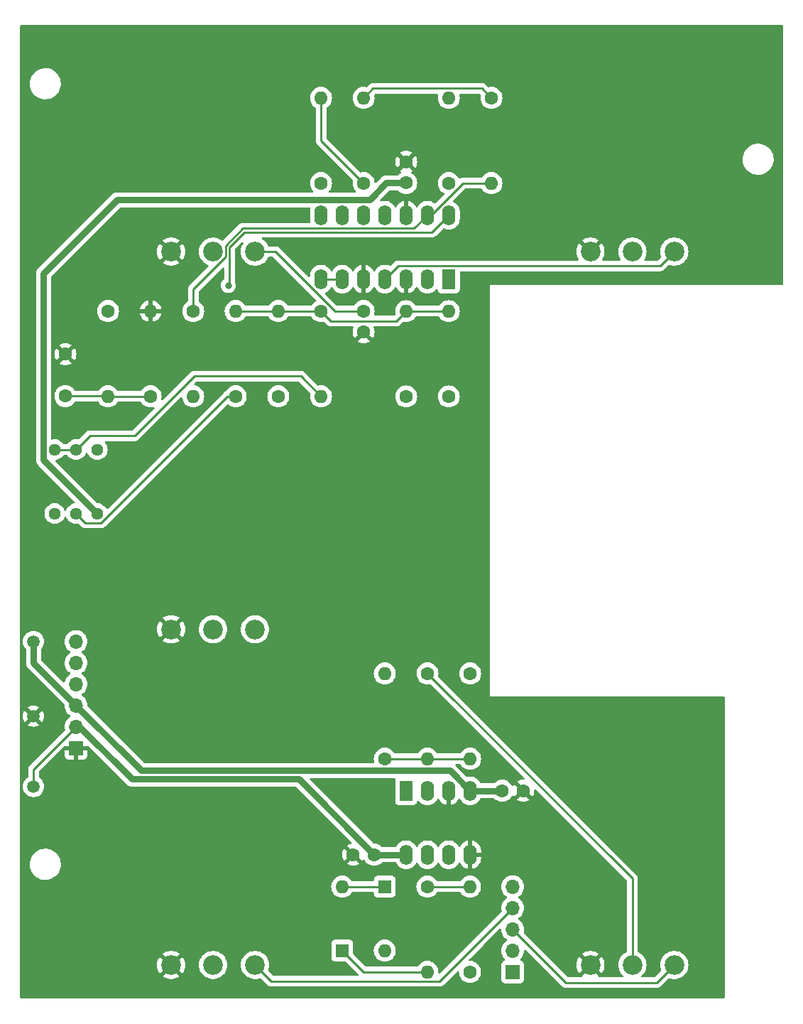
<source format=gbl>
G04 #@! TF.GenerationSoftware,KiCad,Pcbnew,7.0.1-3b83917a11~171~ubuntu22.04.1*
G04 #@! TF.CreationDate,2023-03-12T10:58:29-04:00*
G04 #@! TF.ProjectId,pmf_B2,706d665f-4232-42e6-9b69-6361645f7063,rev?*
G04 #@! TF.SameCoordinates,Original*
G04 #@! TF.FileFunction,Copper,L2,Bot*
G04 #@! TF.FilePolarity,Positive*
%FSLAX46Y46*%
G04 Gerber Fmt 4.6, Leading zero omitted, Abs format (unit mm)*
G04 Created by KiCad (PCBNEW 7.0.1-3b83917a11~171~ubuntu22.04.1) date 2023-03-12 10:58:29*
%MOMM*%
%LPD*%
G01*
G04 APERTURE LIST*
G04 #@! TA.AperFunction,ComponentPad*
%ADD10C,1.500000*%
G04 #@! TD*
G04 #@! TA.AperFunction,ComponentPad*
%ADD11C,2.340000*%
G04 #@! TD*
G04 #@! TA.AperFunction,ComponentPad*
%ADD12C,1.600000*%
G04 #@! TD*
G04 #@! TA.AperFunction,ComponentPad*
%ADD13O,1.600000X1.600000*%
G04 #@! TD*
G04 #@! TA.AperFunction,ComponentPad*
%ADD14R,1.600000X1.600000*%
G04 #@! TD*
G04 #@! TA.AperFunction,ComponentPad*
%ADD15C,1.440000*%
G04 #@! TD*
G04 #@! TA.AperFunction,ComponentPad*
%ADD16R,1.600000X2.400000*%
G04 #@! TD*
G04 #@! TA.AperFunction,ComponentPad*
%ADD17O,1.600000X2.400000*%
G04 #@! TD*
G04 #@! TA.AperFunction,ComponentPad*
%ADD18R,1.700000X1.700000*%
G04 #@! TD*
G04 #@! TA.AperFunction,ComponentPad*
%ADD19O,1.700000X1.700000*%
G04 #@! TD*
G04 #@! TA.AperFunction,ViaPad*
%ADD20C,0.800000*%
G04 #@! TD*
G04 #@! TA.AperFunction,Conductor*
%ADD21C,0.250000*%
G04 #@! TD*
G04 #@! TA.AperFunction,Conductor*
%ADD22C,0.750000*%
G04 #@! TD*
G04 APERTURE END LIST*
D10*
G04 #@! TO.P,TP10,1,1*
G04 #@! TO.N,Board_0-+12V_1*
X106080000Y-132720000D03*
G04 #@! TD*
D11*
G04 #@! TO.P,RV10,1,1*
G04 #@! TO.N,Board_0-GND1*
X172500000Y-154000000D03*
G04 #@! TO.P,RV10,2,2*
G04 #@! TO.N,Board_0-Net-(R65-Pad1)*
X177500000Y-154000000D03*
G04 #@! TO.P,RV10,3,3*
G04 #@! TO.N,Board_0-/Pots board/RES_CV_IN_P*
X182500000Y-154000000D03*
G04 #@! TD*
G04 #@! TO.P,RV8,1,1*
G04 #@! TO.N,Board_0-GND1*
X122500000Y-114000000D03*
G04 #@! TO.P,RV8,2,2*
G04 #@! TO.N,Board_0-Net-(R58-Pad1)*
X127500000Y-114000000D03*
G04 #@! TO.P,RV8,3,3*
G04 #@! TO.N,Board_0-/Pots board/IN1_P*
X132500000Y-114000000D03*
G04 #@! TD*
D10*
G04 #@! TO.P,TP11,1,1*
G04 #@! TO.N,Board_0-GND1*
X106080000Y-124350000D03*
G04 #@! TD*
D11*
G04 #@! TO.P,RV7,1,1*
G04 #@! TO.N,Board_0-GND1*
X172500000Y-69000000D03*
G04 #@! TO.P,RV7,2,2*
G04 #@! TO.N,Board_0-/Pots board/RESONANCE*
X177500000Y-69000000D03*
G04 #@! TO.P,RV7,3,3*
G04 #@! TO.N,Board_0-+12V_1*
X182500000Y-69000000D03*
G04 #@! TD*
G04 #@! TO.P,RV6,1,1*
G04 #@! TO.N,Board_0-GND1*
X122500000Y-69000000D03*
G04 #@! TO.P,RV6,2,2*
G04 #@! TO.N,Board_0-/Pots board/FREQUENCY*
X127500000Y-69000000D03*
G04 #@! TO.P,RV6,3,3*
G04 #@! TO.N,Board_0-+12V_1*
X132500000Y-69000000D03*
G04 #@! TD*
D10*
G04 #@! TO.P,TP12,1,1*
G04 #@! TO.N,Board_0--12V_1*
X106080000Y-115460000D03*
G04 #@! TD*
D11*
G04 #@! TO.P,RV9,1,1*
G04 #@! TO.N,Board_0-GND1*
X122500000Y-154000000D03*
G04 #@! TO.P,RV9,2,2*
G04 #@! TO.N,Board_0-Net-(R63-Pad1)*
X127500000Y-154000000D03*
G04 #@! TO.P,RV9,3,3*
G04 #@! TO.N,Board_0-/Pots board/FREQ_CV_IN_P*
X132500000Y-154000000D03*
G04 #@! TD*
D12*
G04 #@! TO.P,R71,1*
G04 #@! TO.N,Board_0-Net-(U3D--)*
X125130000Y-76090000D03*
D13*
G04 #@! TO.P,R71,2*
G04 #@! TO.N,Board_0-/Pots board/INPUT_P*
X125130000Y-86250000D03*
G04 #@! TD*
D12*
G04 #@! TO.P,R65,1*
G04 #@! TO.N,Board_0-Net-(R65-Pad1)*
X153070000Y-119260000D03*
D13*
G04 #@! TO.P,R65,2*
G04 #@! TO.N,Board_0-Net-(U4A--)*
X153070000Y-129420000D03*
G04 #@! TD*
D12*
G04 #@! TO.P,R74,1*
G04 #@! TO.N,Board_0-/Pots board/FREQ_CV_P*
X120050000Y-86250000D03*
D13*
G04 #@! TO.P,R74,2*
G04 #@! TO.N,Board_0-GND1*
X120050000Y-76090000D03*
G04 #@! TD*
D12*
G04 #@! TO.P,R66,1*
G04 #@! TO.N,Board_0-Net-(U3C--)*
X145450000Y-60850000D03*
D13*
G04 #@! TO.P,R66,2*
G04 #@! TO.N,Board_0-Net-(R66-Pad2)*
X145450000Y-50690000D03*
G04 #@! TD*
D12*
G04 #@! TO.P,C15,1*
G04 #@! TO.N,Board_0-+12V_1*
X145450000Y-76090000D03*
G04 #@! TO.P,C15,2*
G04 #@! TO.N,Board_0-GND1*
X145450000Y-78590000D03*
G04 #@! TD*
G04 #@! TO.P,C17,1*
G04 #@! TO.N,Board_0-+12V_1*
X146710000Y-140850000D03*
G04 #@! TO.P,C17,2*
G04 #@! TO.N,Board_0-GND1*
X144210000Y-140850000D03*
G04 #@! TD*
G04 #@! TO.P,R68,1*
G04 #@! TO.N,Board_0-Net-(U4A--)*
X147980000Y-129420000D03*
D13*
G04 #@! TO.P,R68,2*
G04 #@! TO.N,Board_0-Net-(R68-Pad2)*
X147980000Y-119260000D03*
G04 #@! TD*
D12*
G04 #@! TO.P,R59,1*
G04 #@! TO.N,Board_0-/Pots board/IN2_P*
X155610000Y-60850000D03*
D13*
G04 #@! TO.P,R59,2*
G04 #@! TO.N,Board_0-Net-(U3C--)*
X155610000Y-50690000D03*
G04 #@! TD*
D14*
G04 #@! TO.P,D3,1,K*
G04 #@! TO.N,Board_0-Net-(D3-K)*
X147980000Y-144660000D03*
D13*
G04 #@! TO.P,D3,2,A*
G04 #@! TO.N,Board_0-Net-(D3-A)*
X147980000Y-152280000D03*
G04 #@! TD*
D15*
G04 #@! TO.P,RV5,1,1*
G04 #@! TO.N,Board_0--12V_1*
X113700000Y-100220000D03*
G04 #@! TO.P,RV5,2,2*
G04 #@! TO.N,Board_0-/Pots board/FREQ_OFFSET*
X111160000Y-100220000D03*
G04 #@! TO.P,RV5,3,3*
G04 #@! TO.N,Board_0-+12V_1*
X108620000Y-100220000D03*
G04 #@! TD*
D12*
G04 #@! TO.P,C18,1*
G04 #@! TO.N,Board_0-GND1*
X164490000Y-133230000D03*
G04 #@! TO.P,C18,2*
G04 #@! TO.N,Board_0--12V_1*
X161990000Y-133230000D03*
G04 #@! TD*
G04 #@! TO.P,R72,1*
G04 #@! TO.N,Board_0-Net-(R72-Pad1)*
X114970000Y-76090000D03*
D13*
G04 #@! TO.P,R72,2*
G04 #@! TO.N,Board_0-/Pots board/FREQ_CV_P*
X114970000Y-86250000D03*
G04 #@! TD*
D12*
G04 #@! TO.P,R73,1*
G04 #@! TO.N,Board_0-Net-(D3-A)*
X153060000Y-144660000D03*
D13*
G04 #@! TO.P,R73,2*
G04 #@! TO.N,Board_0-/Pots board/RES_CV_P*
X153060000Y-154820000D03*
G04 #@! TD*
D16*
G04 #@! TO.P,U3,1*
G04 #@! TO.N,Board_0-/Pots board/V{slash}oct_trim*
X155610000Y-72280000D03*
D17*
G04 #@! TO.P,U3,2,-*
G04 #@! TO.N,Board_0-Net-(U3A--)*
X153070000Y-72280000D03*
G04 #@! TO.P,U3,3,+*
G04 #@! TO.N,Board_0-GND1*
X150530000Y-72280000D03*
G04 #@! TO.P,U3,4,V+*
G04 #@! TO.N,Board_0-+12V_1*
X147990000Y-72280000D03*
G04 #@! TO.P,U3,5,+*
G04 #@! TO.N,Board_0-GND1*
X145450000Y-72280000D03*
G04 #@! TO.P,U3,6,-*
G04 #@! TO.N,Board_0-Net-(U3B--)*
X142910000Y-72280000D03*
G04 #@! TO.P,U3,7*
X140370000Y-72280000D03*
G04 #@! TO.P,U3,8*
G04 #@! TO.N,Board_0-Net-(R66-Pad2)*
X140370000Y-64660000D03*
G04 #@! TO.P,U3,9,-*
G04 #@! TO.N,Board_0-Net-(U3C--)*
X142910000Y-64660000D03*
G04 #@! TO.P,U3,10,+*
G04 #@! TO.N,Board_0-GND1*
X145450000Y-64660000D03*
G04 #@! TO.P,U3,11,V-*
G04 #@! TO.N,Board_0--12V_1*
X147990000Y-64660000D03*
G04 #@! TO.P,U3,12,+*
G04 #@! TO.N,Board_0-GND1*
X150530000Y-64660000D03*
G04 #@! TO.P,U3,13,-*
G04 #@! TO.N,Board_0-Net-(U3D--)*
X153070000Y-64660000D03*
G04 #@! TO.P,U3,14*
G04 #@! TO.N,Board_0-/Pots board/INPUT_P*
X155610000Y-64660000D03*
G04 #@! TD*
D16*
G04 #@! TO.P,U4,1*
G04 #@! TO.N,Board_0-Net-(R68-Pad2)*
X150530000Y-133240000D03*
D17*
G04 #@! TO.P,U4,2,-*
G04 #@! TO.N,Board_0-Net-(U4A--)*
X153070000Y-133240000D03*
G04 #@! TO.P,U4,3,+*
G04 #@! TO.N,Board_0-GND1*
X155610000Y-133240000D03*
G04 #@! TO.P,U4,4,V-*
G04 #@! TO.N,Board_0--12V_1*
X158150000Y-133240000D03*
G04 #@! TO.P,U4,5,+*
G04 #@! TO.N,Board_0-GND1*
X158150000Y-140860000D03*
G04 #@! TO.P,U4,6,-*
G04 #@! TO.N,Board_0-Net-(D3-A)*
X155610000Y-140860000D03*
G04 #@! TO.P,U4,7*
G04 #@! TO.N,Board_0-Net-(D3-K)*
X153070000Y-140860000D03*
G04 #@! TO.P,U4,8,V+*
G04 #@! TO.N,Board_0-+12V_1*
X150530000Y-140860000D03*
G04 #@! TD*
D12*
G04 #@! TO.P,R58,1*
G04 #@! TO.N,Board_0-Net-(R58-Pad1)*
X140370000Y-60850000D03*
D13*
G04 #@! TO.P,R58,2*
G04 #@! TO.N,Board_0-Net-(U3C--)*
X140370000Y-50690000D03*
G04 #@! TD*
D18*
G04 #@! TO.P,J4,1,Pin_1*
G04 #@! TO.N,Board_0-/Pots board/IN1_P*
X163230000Y-154830000D03*
D19*
G04 #@! TO.P,J4,2,Pin_2*
G04 #@! TO.N,Board_0-/Pots board/IN2_P*
X163230000Y-152290000D03*
G04 #@! TO.P,J4,3,Pin_3*
G04 #@! TO.N,Board_0-/Pots board/RES_CV_IN_P*
X163230000Y-149750000D03*
G04 #@! TO.P,J4,4,Pin_4*
G04 #@! TO.N,Board_0-/Pots board/FREQ_CV_IN_P*
X163230000Y-147210000D03*
G04 #@! TO.P,J4,5,Pin_5*
G04 #@! TO.N,Board_0-/Pots board/V{slash}OCT_IN_P*
X163230000Y-144670000D03*
G04 #@! TD*
D12*
G04 #@! TO.P,R69,1*
G04 #@! TO.N,Board_0-Net-(R66-Pad2)*
X160690000Y-50690000D03*
D13*
G04 #@! TO.P,R69,2*
G04 #@! TO.N,Board_0-Net-(U3D--)*
X160690000Y-60850000D03*
G04 #@! TD*
D12*
G04 #@! TO.P,R62,1*
G04 #@! TO.N,Board_0-/Pots board/V{slash}OCT_IN_P*
X155610000Y-86260000D03*
D13*
G04 #@! TO.P,R62,2*
G04 #@! TO.N,Board_0-Net-(U3A--)*
X155610000Y-76100000D03*
G04 #@! TD*
D12*
G04 #@! TO.P,C14,1*
G04 #@! TO.N,Board_0-/Pots board/FREQ_CV_P*
X109890000Y-86210000D03*
G04 #@! TO.P,C14,2*
G04 #@! TO.N,Board_0-GND1*
X109890000Y-81210000D03*
G04 #@! TD*
G04 #@! TO.P,R70,1*
G04 #@! TO.N,Board_0-Net-(R68-Pad2)*
X158140000Y-154820000D03*
D13*
G04 #@! TO.P,R70,2*
G04 #@! TO.N,Board_0-Net-(D3-A)*
X158140000Y-144660000D03*
G04 #@! TD*
D15*
G04 #@! TO.P,RV11,1,1*
G04 #@! TO.N,Board_0-Net-(R72-Pad1)*
X113700000Y-92600000D03*
G04 #@! TO.P,RV11,2,2*
G04 #@! TO.N,Board_0-/Pots board/V{slash}oct_trim*
X111160000Y-92600000D03*
G04 #@! TO.P,RV11,3,3*
X108620000Y-92600000D03*
G04 #@! TD*
D12*
G04 #@! TO.P,R64,1*
G04 #@! TO.N,Board_0-/Pots board/RESONANCE*
X158160000Y-119270000D03*
D13*
G04 #@! TO.P,R64,2*
G04 #@! TO.N,Board_0-Net-(U4A--)*
X158160000Y-129430000D03*
G04 #@! TD*
D18*
G04 #@! TO.P,J3,1,Pin_1*
G04 #@! TO.N,Board_0-GND1*
X111160000Y-128160000D03*
D19*
G04 #@! TO.P,J3,2,Pin_2*
G04 #@! TO.N,Board_0-+12V_1*
X111160000Y-125620000D03*
G04 #@! TO.P,J3,3,Pin_3*
G04 #@! TO.N,Board_0--12V_1*
X111160000Y-123080000D03*
G04 #@! TO.P,J3,4,Pin_4*
G04 #@! TO.N,Board_0-/Pots board/INPUT_P*
X111160000Y-120540000D03*
G04 #@! TO.P,J3,5,Pin_5*
G04 #@! TO.N,Board_0-/Pots board/FREQ_CV_P*
X111160000Y-118000000D03*
G04 #@! TO.P,J3,6,Pin_6*
G04 #@! TO.N,Board_0-/Pots board/RES_CV_P*
X111160000Y-115460000D03*
G04 #@! TD*
D12*
G04 #@! TO.P,R60,1*
G04 #@! TO.N,Board_0-/Pots board/FREQ_OFFSET*
X130200000Y-86240000D03*
D13*
G04 #@! TO.P,R60,2*
G04 #@! TO.N,Board_0-Net-(U3A--)*
X130200000Y-76080000D03*
G04 #@! TD*
D12*
G04 #@! TO.P,R61,1*
G04 #@! TO.N,Board_0-/Pots board/FREQUENCY*
X135280000Y-86240000D03*
D13*
G04 #@! TO.P,R61,2*
G04 #@! TO.N,Board_0-Net-(U3A--)*
X135280000Y-76080000D03*
G04 #@! TD*
D12*
G04 #@! TO.P,C16,1*
G04 #@! TO.N,Board_0-GND1*
X150530000Y-58310000D03*
G04 #@! TO.P,C16,2*
G04 #@! TO.N,Board_0--12V_1*
X150530000Y-60810000D03*
G04 #@! TD*
G04 #@! TO.P,R63,1*
G04 #@! TO.N,Board_0-Net-(R63-Pad1)*
X150530000Y-86260000D03*
D13*
G04 #@! TO.P,R63,2*
G04 #@! TO.N,Board_0-Net-(U3A--)*
X150530000Y-76100000D03*
G04 #@! TD*
D14*
G04 #@! TO.P,D4,1,K*
G04 #@! TO.N,Board_0-/Pots board/RES_CV_P*
X142900000Y-152280000D03*
D13*
G04 #@! TO.P,D4,2,A*
G04 #@! TO.N,Board_0-Net-(D3-K)*
X142900000Y-144660000D03*
G04 #@! TD*
D12*
G04 #@! TO.P,R67,1*
G04 #@! TO.N,Board_0-Net-(U3A--)*
X140370000Y-76090000D03*
D13*
G04 #@! TO.P,R67,2*
G04 #@! TO.N,Board_0-/Pots board/V{slash}oct_trim*
X140370000Y-86250000D03*
G04 #@! TD*
D20*
G04 #@! TO.N,Board_0-/Pots board/INPUT_P*
X129321000Y-73042000D03*
G04 #@! TD*
D21*
G04 #@! TO.N,Board_0-+12V_1*
X149565000Y-70705000D02*
X147990000Y-72280000D01*
X132500000Y-69000000D02*
X134941701Y-69000000D01*
X180795000Y-70705000D02*
X149565000Y-70705000D01*
X106080000Y-130700000D02*
X111160000Y-125620000D01*
X106080000Y-132720000D02*
X106080000Y-130700000D01*
D22*
X117805000Y-131855000D02*
X111570000Y-125620000D01*
X146710000Y-140850000D02*
X137715000Y-131855000D01*
D21*
X134941701Y-69000000D02*
X142031701Y-76090000D01*
X142031701Y-76090000D02*
X145450000Y-76090000D01*
D22*
X111570000Y-125620000D02*
X111160000Y-125620000D01*
X146720000Y-140860000D02*
X146710000Y-140850000D01*
X150530000Y-140860000D02*
X146720000Y-140860000D01*
X137715000Y-131855000D02*
X117805000Y-131855000D01*
D21*
X182500000Y-69000000D02*
X180795000Y-70705000D01*
D22*
G04 #@! TO.N,Board_0--12V_1*
X111160000Y-123080000D02*
X118925000Y-130845000D01*
X155755000Y-130845000D02*
X158150000Y-133240000D01*
X116049745Y-62835000D02*
X107275000Y-71609745D01*
X161990000Y-133230000D02*
X158160000Y-133230000D01*
X111160000Y-123080000D02*
X106080000Y-118000000D01*
X107275000Y-93795000D02*
X113700000Y-100220000D01*
X118925000Y-130845000D02*
X155755000Y-130845000D01*
X150530000Y-60810000D02*
X148190000Y-60810000D01*
X146165000Y-62835000D02*
X116049745Y-62835000D01*
X107275000Y-71609745D02*
X107275000Y-93795000D01*
X106080000Y-118000000D02*
X106080000Y-115460000D01*
X148190000Y-60810000D02*
X146165000Y-62835000D01*
X158160000Y-133230000D02*
X158150000Y-133240000D01*
D21*
G04 #@! TO.N,Board_0-/Pots board/FREQ_CV_IN_P*
X163230000Y-147210000D02*
X154495000Y-155945000D01*
X154495000Y-155945000D02*
X134445000Y-155945000D01*
X134445000Y-155945000D02*
X132500000Y-154000000D01*
G04 #@! TO.N,Board_0-/Pots board/FREQ_CV_P*
X114930000Y-86210000D02*
X114970000Y-86250000D01*
X114970000Y-86250000D02*
X120050000Y-86250000D01*
X109890000Y-86210000D02*
X114930000Y-86210000D01*
G04 #@! TO.N,Board_0-/Pots board/FREQ_OFFSET*
X112255000Y-101315000D02*
X114153564Y-101315000D01*
X111160000Y-100220000D02*
X112255000Y-101315000D01*
X129228564Y-86240000D02*
X130200000Y-86240000D01*
X114153564Y-101315000D02*
X129228564Y-86240000D01*
G04 #@! TO.N,Board_0-/Pots board/INPUT_P*
X129444501Y-72918499D02*
X129321000Y-73042000D01*
X129444501Y-68473499D02*
X129444501Y-72918499D01*
X131233499Y-66684501D02*
X129444501Y-68473499D01*
X155610000Y-64660000D02*
X153585499Y-66684501D01*
X153585499Y-66684501D02*
X131233499Y-66684501D01*
G04 #@! TO.N,Board_0-/Pots board/RES_CV_IN_P*
X169580000Y-156100000D02*
X180400000Y-156100000D01*
X163230000Y-149750000D02*
X169580000Y-156100000D01*
X180400000Y-156100000D02*
X182500000Y-154000000D01*
G04 #@! TO.N,Board_0-/Pots board/RES_CV_P*
X145440000Y-154820000D02*
X142900000Y-152280000D01*
X153060000Y-154820000D02*
X145440000Y-154820000D01*
G04 #@! TO.N,Board_0-/Pots board/V{slash}oct_trim*
X118161000Y-90949000D02*
X125273000Y-83837000D01*
X112811000Y-90949000D02*
X118161000Y-90949000D01*
X137957000Y-83837000D02*
X140370000Y-86250000D01*
X111160000Y-92600000D02*
X112811000Y-90949000D01*
X125273000Y-83837000D02*
X137957000Y-83837000D01*
X108620000Y-92600000D02*
X111160000Y-92600000D01*
G04 #@! TO.N,Board_0-Net-(D3-A)*
X158140000Y-144660000D02*
X153060000Y-144660000D01*
G04 #@! TO.N,Board_0-Net-(D3-K)*
X147980000Y-144660000D02*
X142900000Y-144660000D01*
G04 #@! TO.N,Board_0-Net-(R65-Pad1)*
X177500000Y-143690000D02*
X177500000Y-154000000D01*
X153070000Y-119260000D02*
X177500000Y-143690000D01*
G04 #@! TO.N,Board_0-Net-(R66-Pad2)*
X146575000Y-49565000D02*
X159565000Y-49565000D01*
X159565000Y-49565000D02*
X160690000Y-50690000D01*
X145450000Y-50690000D02*
X146575000Y-49565000D01*
G04 #@! TO.N,Board_0-Net-(U3A--)*
X150530000Y-76100000D02*
X155610000Y-76100000D01*
X149365000Y-77265000D02*
X150530000Y-76100000D01*
X140370000Y-76090000D02*
X141545000Y-77265000D01*
X135280000Y-76080000D02*
X140360000Y-76080000D01*
X130200000Y-76080000D02*
X135280000Y-76080000D01*
X141545000Y-77265000D02*
X149365000Y-77265000D01*
X140360000Y-76080000D02*
X140370000Y-76090000D01*
G04 #@! TO.N,Board_0-Net-(U3B--)*
X140370000Y-72280000D02*
X142910000Y-72280000D01*
G04 #@! TO.N,Board_0-Net-(U3C--)*
X140370000Y-55770000D02*
X145450000Y-60850000D01*
X140370000Y-50690000D02*
X140370000Y-55770000D01*
G04 #@! TO.N,Board_0-Net-(U3D--)*
X153470000Y-64660000D02*
X157280000Y-60850000D01*
X151495000Y-66235000D02*
X153070000Y-64660000D01*
X131047310Y-66235000D02*
X151495000Y-66235000D01*
X125130000Y-73484250D02*
X128995000Y-69619250D01*
X128995000Y-68287310D02*
X131047310Y-66235000D01*
X125130000Y-76090000D02*
X125130000Y-73484250D01*
X128995000Y-69619250D02*
X128995000Y-68287310D01*
X153070000Y-64660000D02*
X153470000Y-64660000D01*
X157280000Y-60850000D02*
X160690000Y-60850000D01*
G04 #@! TO.N,Board_0-Net-(U4A--)*
X147990000Y-129430000D02*
X147980000Y-129420000D01*
X153070000Y-129430000D02*
X147990000Y-129430000D01*
X158140000Y-129420000D02*
X153080000Y-129420000D01*
X153080000Y-129420000D02*
X153070000Y-129430000D01*
G04 #@! TD*
G04 #@! TA.AperFunction,Conductor*
G04 #@! TO.N,Board_0-GND1*
G36*
X195436500Y-42017381D02*
G01*
X195482619Y-42063500D01*
X195499500Y-42126500D01*
X195499500Y-72873500D01*
X195482619Y-72936500D01*
X195436500Y-72982619D01*
X195373500Y-72999500D01*
X160500099Y-72999500D01*
X160500000Y-72999459D01*
X160499901Y-72999500D01*
X160499617Y-72999617D01*
X160499459Y-73000000D01*
X160499500Y-73000099D01*
X160499500Y-121999901D01*
X160499459Y-122000000D01*
X160499500Y-122000099D01*
X160499617Y-122000383D01*
X160500000Y-122000541D01*
X160500099Y-122000500D01*
X188373500Y-122000500D01*
X188436500Y-122017381D01*
X188482619Y-122063500D01*
X188499500Y-122126500D01*
X188499500Y-157873500D01*
X188482619Y-157936500D01*
X188436500Y-157982619D01*
X188373500Y-157999500D01*
X152500099Y-157999500D01*
X104626500Y-157999500D01*
X104563500Y-157982619D01*
X104517381Y-157936500D01*
X104500500Y-157873500D01*
X104500500Y-155352841D01*
X121509826Y-155352841D01*
X121517493Y-155361027D01*
X121654746Y-155454604D01*
X121662899Y-155459312D01*
X121880990Y-155564340D01*
X121889747Y-155567776D01*
X122121061Y-155639127D01*
X122130218Y-155641217D01*
X122369589Y-155677297D01*
X122378967Y-155678000D01*
X122621033Y-155678000D01*
X122630410Y-155677297D01*
X122869781Y-155641217D01*
X122878938Y-155639127D01*
X123110254Y-155567776D01*
X123119010Y-155564339D01*
X123337103Y-155459311D01*
X123345247Y-155454609D01*
X123482506Y-155361026D01*
X123490172Y-155352842D01*
X123484158Y-155343369D01*
X122511729Y-154370939D01*
X122500000Y-154364167D01*
X122488270Y-154370939D01*
X121515840Y-155343369D01*
X121509826Y-155352841D01*
X104500500Y-155352841D01*
X104500500Y-154004697D01*
X120817647Y-154004697D01*
X120835736Y-154246088D01*
X120837139Y-154255395D01*
X120891003Y-154491386D01*
X120893777Y-154500379D01*
X120982211Y-154725705D01*
X120986294Y-154734185D01*
X121107323Y-154943812D01*
X121112627Y-154951592D01*
X121135505Y-154980280D01*
X121146924Y-154988382D01*
X121159177Y-154981610D01*
X122129059Y-154011729D01*
X122135830Y-154000000D01*
X122864167Y-154000000D01*
X122870939Y-154011729D01*
X123840822Y-154981611D01*
X123853075Y-154988383D01*
X123864491Y-154980283D01*
X123887377Y-154951586D01*
X123892674Y-154943816D01*
X124013705Y-154734185D01*
X124017788Y-154725705D01*
X124106222Y-154500379D01*
X124108996Y-154491386D01*
X124162860Y-154255395D01*
X124164263Y-154246088D01*
X124182353Y-154004697D01*
X124182353Y-154000000D01*
X125816793Y-154000000D01*
X125817145Y-154004697D01*
X125835234Y-154246088D01*
X125835593Y-154250869D01*
X125836642Y-154255468D01*
X125836643Y-154255470D01*
X125881486Y-154451941D01*
X125891573Y-154496134D01*
X125983483Y-154730316D01*
X125985838Y-154734396D01*
X125985842Y-154734403D01*
X126106747Y-154943816D01*
X126109269Y-154948184D01*
X126266122Y-155144872D01*
X126269582Y-155148082D01*
X126447082Y-155312778D01*
X126447087Y-155312782D01*
X126450538Y-155315984D01*
X126658397Y-155457700D01*
X126662642Y-155459744D01*
X126662645Y-155459746D01*
X126707313Y-155481257D01*
X126885055Y-155566853D01*
X127125451Y-155641005D01*
X127374214Y-155678500D01*
X127621070Y-155678500D01*
X127625786Y-155678500D01*
X127874549Y-155641005D01*
X128114945Y-155566853D01*
X128341604Y-155457700D01*
X128549462Y-155315984D01*
X128733878Y-155144872D01*
X128890731Y-154948184D01*
X129016517Y-154730316D01*
X129108427Y-154496134D01*
X129164407Y-154250869D01*
X129183207Y-154000000D01*
X130816793Y-154000000D01*
X130817145Y-154004697D01*
X130835234Y-154246088D01*
X130835593Y-154250869D01*
X130836642Y-154255468D01*
X130836643Y-154255470D01*
X130881486Y-154451941D01*
X130891573Y-154496134D01*
X130983483Y-154730316D01*
X130985838Y-154734396D01*
X130985842Y-154734403D01*
X131106747Y-154943816D01*
X131109269Y-154948184D01*
X131266122Y-155144872D01*
X131269582Y-155148082D01*
X131447082Y-155312778D01*
X131447087Y-155312782D01*
X131450538Y-155315984D01*
X131658397Y-155457700D01*
X131662642Y-155459744D01*
X131662645Y-155459746D01*
X131707313Y-155481257D01*
X131885055Y-155566853D01*
X132125451Y-155641005D01*
X132374214Y-155678500D01*
X132621070Y-155678500D01*
X132625786Y-155678500D01*
X132874549Y-155641005D01*
X133085200Y-155576027D01*
X133152666Y-155574135D01*
X133211431Y-155607335D01*
X133941342Y-156337246D01*
X133948884Y-156345533D01*
X133953000Y-156352018D01*
X133958779Y-156357444D01*
X133958780Y-156357446D01*
X134002667Y-156398658D01*
X134005508Y-156401412D01*
X134025230Y-156421134D01*
X134028414Y-156423604D01*
X134037437Y-156431309D01*
X134069679Y-156461586D01*
X134076628Y-156465406D01*
X134087429Y-156471344D01*
X134103959Y-156482202D01*
X134113694Y-156489754D01*
X134113697Y-156489756D01*
X134119959Y-156494613D01*
X134160536Y-156512172D01*
X134171171Y-156517381D01*
X134209940Y-156538695D01*
X134229566Y-156543734D01*
X134248259Y-156550134D01*
X134266855Y-156558181D01*
X134310518Y-156565095D01*
X134322129Y-156567500D01*
X134364970Y-156578500D01*
X134385231Y-156578500D01*
X134404939Y-156580050D01*
X134424943Y-156583219D01*
X134432835Y-156582473D01*
X134435142Y-156582255D01*
X134468954Y-156579058D01*
X134480811Y-156578500D01*
X154416233Y-156578500D01*
X154427416Y-156579027D01*
X154434909Y-156580702D01*
X154502985Y-156578562D01*
X154506945Y-156578500D01*
X154530894Y-156578500D01*
X154534856Y-156578500D01*
X154538856Y-156577994D01*
X154550699Y-156577061D01*
X154594889Y-156575673D01*
X154614333Y-156570023D01*
X154633702Y-156566012D01*
X154653797Y-156563474D01*
X154694915Y-156547193D01*
X154706117Y-156543357D01*
X154748593Y-156531018D01*
X154766039Y-156520699D01*
X154783769Y-156512013D01*
X154802617Y-156504552D01*
X154838387Y-156478561D01*
X154848298Y-156472051D01*
X154886362Y-156449542D01*
X154900688Y-156435215D01*
X154915717Y-156422378D01*
X154932107Y-156410472D01*
X154960294Y-156376397D01*
X154968272Y-156367630D01*
X156611885Y-154724017D01*
X156662045Y-154693279D01*
X156720692Y-154688663D01*
X156775042Y-154711176D01*
X156813248Y-154755909D01*
X156826981Y-154813112D01*
X156826981Y-154814525D01*
X156826502Y-154820000D01*
X156826981Y-154825475D01*
X156841233Y-154988383D01*
X156846457Y-155048087D01*
X156905716Y-155269243D01*
X156908038Y-155274223D01*
X156908039Y-155274225D01*
X156993594Y-155457700D01*
X157002477Y-155476749D01*
X157005630Y-155481252D01*
X157005633Y-155481257D01*
X157052822Y-155548649D01*
X157133802Y-155664300D01*
X157295700Y-155826198D01*
X157483251Y-155957523D01*
X157690757Y-156054284D01*
X157911913Y-156113543D01*
X158140000Y-156133498D01*
X158368087Y-156113543D01*
X158589243Y-156054284D01*
X158796749Y-155957523D01*
X158984300Y-155826198D01*
X159146198Y-155664300D01*
X159277523Y-155476749D01*
X159374284Y-155269243D01*
X159433543Y-155048087D01*
X159453498Y-154820000D01*
X159433543Y-154591913D01*
X159374284Y-154370757D01*
X159277523Y-154163251D01*
X159146198Y-153975700D01*
X158984300Y-153813802D01*
X158885368Y-153744529D01*
X158801257Y-153685633D01*
X158801252Y-153685630D01*
X158796749Y-153682477D01*
X158671237Y-153623950D01*
X158594225Y-153588039D01*
X158594223Y-153588038D01*
X158589243Y-153585716D01*
X158368087Y-153526457D01*
X158362611Y-153525977D01*
X158362606Y-153525977D01*
X158145475Y-153506981D01*
X158140000Y-153506502D01*
X158134525Y-153506981D01*
X158133112Y-153506981D01*
X158075909Y-153493248D01*
X158031176Y-153455042D01*
X158008663Y-153400692D01*
X158013279Y-153342045D01*
X158044017Y-153291886D01*
X159717161Y-151618742D01*
X161653130Y-149682772D01*
X161715093Y-149648825D01*
X161785589Y-149653567D01*
X161842449Y-149695509D01*
X161867793Y-149761463D01*
X161885005Y-149969172D01*
X161885005Y-149969177D01*
X161885436Y-149974368D01*
X161940704Y-150192616D01*
X162031140Y-150398791D01*
X162154278Y-150587268D01*
X162157806Y-150591100D01*
X162303227Y-150749069D01*
X162303231Y-150749073D01*
X162306760Y-150752906D01*
X162484424Y-150891189D01*
X162489002Y-150893666D01*
X162489009Y-150893671D01*
X162517680Y-150909187D01*
X162565951Y-150955503D01*
X162583710Y-151020000D01*
X162565951Y-151084497D01*
X162517680Y-151130813D01*
X162489009Y-151146328D01*
X162488993Y-151146338D01*
X162484424Y-151148811D01*
X162480313Y-151152010D01*
X162480311Y-151152012D01*
X162310878Y-151283888D01*
X162310872Y-151283893D01*
X162306760Y-151287094D01*
X162303237Y-151290919D01*
X162303227Y-151290930D01*
X162157806Y-151448899D01*
X162157802Y-151448902D01*
X162154278Y-151452732D01*
X162151430Y-151457090D01*
X162151427Y-151457095D01*
X162039614Y-151628238D01*
X162031140Y-151641209D01*
X162029048Y-151645978D01*
X162029046Y-151645982D01*
X161942799Y-151842606D01*
X161942796Y-151842614D01*
X161940704Y-151847384D01*
X161885436Y-152065632D01*
X161885006Y-152070820D01*
X161885005Y-152070827D01*
X161871359Y-152235511D01*
X161866844Y-152290000D01*
X161867274Y-152295189D01*
X161884915Y-152508087D01*
X161885436Y-152514368D01*
X161940704Y-152732616D01*
X161942797Y-152737389D01*
X161942799Y-152737393D01*
X162018147Y-152909170D01*
X162031140Y-152938791D01*
X162154278Y-153127268D01*
X162157806Y-153131100D01*
X162297474Y-153282819D01*
X162326711Y-153336423D01*
X162327314Y-153397478D01*
X162299140Y-153451648D01*
X162248807Y-153486212D01*
X162142240Y-153525960D01*
X162142231Y-153525964D01*
X162133796Y-153529111D01*
X162126588Y-153534506D01*
X162126582Y-153534510D01*
X162023950Y-153611340D01*
X162023946Y-153611343D01*
X162016739Y-153616739D01*
X162011343Y-153623946D01*
X162011340Y-153623950D01*
X161934510Y-153726582D01*
X161934506Y-153726588D01*
X161929111Y-153733796D01*
X161925965Y-153742230D01*
X161925962Y-153742236D01*
X161880763Y-153863419D01*
X161880761Y-153863423D01*
X161878011Y-153870799D01*
X161877169Y-153878625D01*
X161877168Y-153878632D01*
X161871860Y-153928011D01*
X161871500Y-153931362D01*
X161871500Y-155728638D01*
X161871859Y-155731985D01*
X161871860Y-155731988D01*
X161877168Y-155781367D01*
X161877169Y-155781373D01*
X161878011Y-155789201D01*
X161880762Y-155796578D01*
X161880763Y-155796580D01*
X161925962Y-155917763D01*
X161925964Y-155917766D01*
X161929111Y-155926204D01*
X161934508Y-155933414D01*
X161934510Y-155933417D01*
X162011340Y-156036049D01*
X162016739Y-156043261D01*
X162031464Y-156054284D01*
X162110624Y-156113543D01*
X162133796Y-156130889D01*
X162270799Y-156181989D01*
X162331362Y-156188500D01*
X164125269Y-156188500D01*
X164128638Y-156188500D01*
X164189201Y-156181989D01*
X164326204Y-156130889D01*
X164443261Y-156043261D01*
X164530889Y-155926204D01*
X164581989Y-155789201D01*
X164588500Y-155728638D01*
X164588500Y-153931362D01*
X164581989Y-153870799D01*
X164530889Y-153733796D01*
X164443261Y-153616739D01*
X164436049Y-153611340D01*
X164333417Y-153534510D01*
X164333414Y-153534508D01*
X164326204Y-153529111D01*
X164317765Y-153525963D01*
X164317757Y-153525959D01*
X164211193Y-153486212D01*
X164160859Y-153451648D01*
X164132685Y-153397478D01*
X164133288Y-153336422D01*
X164162523Y-153282821D01*
X164305722Y-153127268D01*
X164428860Y-152938791D01*
X164519296Y-152732616D01*
X164574564Y-152514368D01*
X164592206Y-152301461D01*
X164617549Y-152235511D01*
X164674408Y-152193568D01*
X164744905Y-152188825D01*
X164806870Y-152222775D01*
X169076347Y-156492252D01*
X169083886Y-156500535D01*
X169088000Y-156507018D01*
X169093782Y-156512447D01*
X169093784Y-156512450D01*
X169137649Y-156553642D01*
X169140491Y-156556396D01*
X169160230Y-156576135D01*
X169163359Y-156578562D01*
X169163432Y-156578619D01*
X169172440Y-156586313D01*
X169204679Y-156616586D01*
X169211627Y-156620405D01*
X169211629Y-156620407D01*
X169222426Y-156626343D01*
X169238950Y-156637197D01*
X169248694Y-156644755D01*
X169248697Y-156644757D01*
X169254959Y-156649614D01*
X169284660Y-156662466D01*
X169295535Y-156667172D01*
X169306200Y-156672397D01*
X169344940Y-156693695D01*
X169364560Y-156698732D01*
X169383252Y-156705130D01*
X169401855Y-156713181D01*
X169445525Y-156720097D01*
X169457125Y-156722498D01*
X169499970Y-156733500D01*
X169520224Y-156733500D01*
X169539934Y-156735050D01*
X169559943Y-156738220D01*
X169603961Y-156734058D01*
X169615819Y-156733500D01*
X180321233Y-156733500D01*
X180332416Y-156734027D01*
X180339909Y-156735702D01*
X180407985Y-156733562D01*
X180411945Y-156733500D01*
X180435894Y-156733500D01*
X180439856Y-156733500D01*
X180443856Y-156732994D01*
X180455699Y-156732061D01*
X180499889Y-156730673D01*
X180519333Y-156725023D01*
X180538702Y-156721012D01*
X180558797Y-156718474D01*
X180599915Y-156702193D01*
X180611117Y-156698357D01*
X180653593Y-156686018D01*
X180671039Y-156675699D01*
X180688769Y-156667013D01*
X180707617Y-156659552D01*
X180743387Y-156633561D01*
X180753298Y-156627051D01*
X180791362Y-156604542D01*
X180805688Y-156590215D01*
X180820717Y-156577378D01*
X180837107Y-156565472D01*
X180865294Y-156531397D01*
X180873272Y-156522630D01*
X181788569Y-155607333D01*
X181847332Y-155574135D01*
X181914799Y-155576027D01*
X182125451Y-155641005D01*
X182374214Y-155678500D01*
X182621070Y-155678500D01*
X182625786Y-155678500D01*
X182874549Y-155641005D01*
X183114945Y-155566853D01*
X183341604Y-155457700D01*
X183549462Y-155315984D01*
X183733878Y-155144872D01*
X183890731Y-154948184D01*
X184016517Y-154730316D01*
X184108427Y-154496134D01*
X184164407Y-154250869D01*
X184183207Y-154000000D01*
X184164407Y-153749131D01*
X184108427Y-153503866D01*
X184016517Y-153269684D01*
X183974310Y-153196580D01*
X183893086Y-153055895D01*
X183890731Y-153051816D01*
X183733878Y-152855128D01*
X183549462Y-152684016D01*
X183545566Y-152681360D01*
X183445532Y-152613157D01*
X183341604Y-152542300D01*
X183337357Y-152540254D01*
X183337354Y-152540253D01*
X183119194Y-152435193D01*
X183119191Y-152435192D01*
X183114945Y-152433147D01*
X183110447Y-152431759D01*
X183110438Y-152431756D01*
X182879050Y-152360383D01*
X182879045Y-152360381D01*
X182874549Y-152358995D01*
X182869895Y-152358293D01*
X182869893Y-152358293D01*
X182630447Y-152322202D01*
X182630439Y-152322201D01*
X182625786Y-152321500D01*
X182374214Y-152321500D01*
X182369561Y-152322201D01*
X182369552Y-152322202D01*
X182130106Y-152358293D01*
X182130101Y-152358294D01*
X182125451Y-152358995D01*
X182120957Y-152360381D01*
X182120949Y-152360383D01*
X181889561Y-152431756D01*
X181889548Y-152431761D01*
X181885055Y-152433147D01*
X181880812Y-152435189D01*
X181880805Y-152435193D01*
X181662645Y-152540253D01*
X181662631Y-152540260D01*
X181658397Y-152542300D01*
X181654508Y-152544950D01*
X181654500Y-152544956D01*
X181454433Y-152681360D01*
X181454432Y-152681361D01*
X181450538Y-152684016D01*
X181447094Y-152687210D01*
X181447082Y-152687221D01*
X181269582Y-152851917D01*
X181269577Y-152851921D01*
X181266122Y-152855128D01*
X181263186Y-152858809D01*
X181263181Y-152858815D01*
X181112204Y-153048135D01*
X181109269Y-153051816D01*
X181106919Y-153055885D01*
X181106913Y-153055895D01*
X180985842Y-153265596D01*
X180985835Y-153265608D01*
X180983483Y-153269684D01*
X180981760Y-153274073D01*
X180981759Y-153274076D01*
X180893297Y-153499472D01*
X180893295Y-153499478D01*
X180891573Y-153503866D01*
X180890524Y-153508461D01*
X180890523Y-153508465D01*
X180837167Y-153742236D01*
X180835593Y-153749131D01*
X180835240Y-153753830D01*
X180835240Y-153753836D01*
X180827028Y-153863419D01*
X180816793Y-154000000D01*
X180817145Y-154004697D01*
X180835234Y-154246088D01*
X180835593Y-154250869D01*
X180836642Y-154255468D01*
X180836643Y-154255470D01*
X180881486Y-154451941D01*
X180891573Y-154496134D01*
X180893294Y-154500519D01*
X180893298Y-154500532D01*
X180922422Y-154574738D01*
X180931122Y-154622341D01*
X180921238Y-154669713D01*
X180894228Y-154709865D01*
X180174500Y-155429595D01*
X180133622Y-155456909D01*
X180085404Y-155466500D01*
X178708287Y-155466500D01*
X178650246Y-155452336D01*
X178605254Y-155413028D01*
X178583427Y-155357413D01*
X178589672Y-155297996D01*
X178622586Y-155248135D01*
X178645345Y-155227018D01*
X178733878Y-155144872D01*
X178890731Y-154948184D01*
X179016517Y-154730316D01*
X179108427Y-154496134D01*
X179164407Y-154250869D01*
X179183207Y-154000000D01*
X179164407Y-153749131D01*
X179108427Y-153503866D01*
X179016517Y-153269684D01*
X178974310Y-153196580D01*
X178893086Y-153055895D01*
X178890731Y-153051816D01*
X178733878Y-152855128D01*
X178549462Y-152684016D01*
X178545566Y-152681360D01*
X178445532Y-152613157D01*
X178341604Y-152542300D01*
X178337357Y-152540254D01*
X178337354Y-152540253D01*
X178204831Y-152476434D01*
X178152813Y-152429948D01*
X178133500Y-152362912D01*
X178133500Y-143768763D01*
X178134027Y-143757579D01*
X178135701Y-143750091D01*
X178133561Y-143682032D01*
X178133500Y-143678075D01*
X178133500Y-143654100D01*
X178133500Y-143650144D01*
X178132993Y-143646134D01*
X178132061Y-143634294D01*
X178131612Y-143619997D01*
X178130673Y-143590110D01*
X178125020Y-143570656D01*
X178121012Y-143551297D01*
X178120170Y-143544632D01*
X178118474Y-143531203D01*
X178102197Y-143490093D01*
X178098351Y-143478860D01*
X178088229Y-143444019D01*
X178086018Y-143436407D01*
X178075707Y-143418973D01*
X178067008Y-143401215D01*
X178062469Y-143389751D01*
X178059552Y-143382383D01*
X178033561Y-143346610D01*
X178027050Y-143336698D01*
X178004542Y-143298637D01*
X177990218Y-143284312D01*
X177977376Y-143269277D01*
X177970134Y-143259309D01*
X177970131Y-143259306D01*
X177965472Y-143252893D01*
X177931405Y-143224710D01*
X177922626Y-143216721D01*
X154379151Y-119673246D01*
X154346539Y-119616761D01*
X154346539Y-119551541D01*
X154363543Y-119488087D01*
X154382623Y-119270000D01*
X156846502Y-119270000D01*
X156846981Y-119275475D01*
X156865102Y-119482607D01*
X156866457Y-119498087D01*
X156925716Y-119719243D01*
X156928038Y-119724223D01*
X156928039Y-119724225D01*
X157008130Y-119895982D01*
X157022477Y-119926749D01*
X157025630Y-119931252D01*
X157025633Y-119931257D01*
X157102123Y-120040496D01*
X157153802Y-120114300D01*
X157315700Y-120276198D01*
X157449634Y-120369980D01*
X157488969Y-120397523D01*
X157503251Y-120407523D01*
X157710757Y-120504284D01*
X157931913Y-120563543D01*
X158160000Y-120583498D01*
X158388087Y-120563543D01*
X158609243Y-120504284D01*
X158816749Y-120407523D01*
X159004300Y-120276198D01*
X159166198Y-120114300D01*
X159297523Y-119926749D01*
X159394284Y-119719243D01*
X159453543Y-119498087D01*
X159473498Y-119270000D01*
X159453543Y-119041913D01*
X159394284Y-118820757D01*
X159297523Y-118613251D01*
X159294102Y-118608366D01*
X159237180Y-118527073D01*
X159166198Y-118425700D01*
X159004300Y-118263802D01*
X158891334Y-118184702D01*
X158821257Y-118135633D01*
X158821252Y-118135630D01*
X158816749Y-118132477D01*
X158638962Y-118049574D01*
X158614225Y-118038039D01*
X158614223Y-118038038D01*
X158609243Y-118035716D01*
X158388087Y-117976457D01*
X158382611Y-117975977D01*
X158382606Y-117975977D01*
X158165475Y-117956981D01*
X158160000Y-117956502D01*
X158154525Y-117956981D01*
X157937393Y-117975977D01*
X157937386Y-117975978D01*
X157931913Y-117976457D01*
X157926599Y-117977880D01*
X157926598Y-117977881D01*
X157716067Y-118034293D01*
X157716065Y-118034293D01*
X157710757Y-118035716D01*
X157705779Y-118038036D01*
X157705774Y-118038039D01*
X157508238Y-118130151D01*
X157508233Y-118130153D01*
X157503251Y-118132477D01*
X157498752Y-118135627D01*
X157498742Y-118135633D01*
X157320211Y-118260643D01*
X157320208Y-118260645D01*
X157315700Y-118263802D01*
X157311808Y-118267693D01*
X157311802Y-118267699D01*
X157157699Y-118421802D01*
X157157693Y-118421808D01*
X157153802Y-118425700D01*
X157150645Y-118430208D01*
X157150643Y-118430211D01*
X157025633Y-118608742D01*
X157025627Y-118608752D01*
X157022477Y-118613251D01*
X157020153Y-118618233D01*
X157020151Y-118618238D01*
X156928039Y-118815774D01*
X156928036Y-118815779D01*
X156925716Y-118820757D01*
X156924293Y-118826065D01*
X156924293Y-118826067D01*
X156867881Y-119036598D01*
X156866457Y-119041913D01*
X156865978Y-119047386D01*
X156865977Y-119047393D01*
X156857554Y-119143671D01*
X156846502Y-119270000D01*
X154382623Y-119270000D01*
X154383498Y-119260000D01*
X154363543Y-119031913D01*
X154304284Y-118810757D01*
X154207523Y-118603251D01*
X154076198Y-118415700D01*
X153914300Y-118253802D01*
X153796558Y-118171358D01*
X153731257Y-118125633D01*
X153731252Y-118125630D01*
X153726749Y-118122477D01*
X153721761Y-118120151D01*
X153524225Y-118028039D01*
X153524223Y-118028038D01*
X153519243Y-118025716D01*
X153298087Y-117966457D01*
X153292611Y-117965977D01*
X153292606Y-117965977D01*
X153075475Y-117946981D01*
X153070000Y-117946502D01*
X153064525Y-117946981D01*
X152847393Y-117965977D01*
X152847386Y-117965978D01*
X152841913Y-117966457D01*
X152836599Y-117967880D01*
X152836598Y-117967881D01*
X152626067Y-118024293D01*
X152626065Y-118024293D01*
X152620757Y-118025716D01*
X152615779Y-118028036D01*
X152615774Y-118028039D01*
X152418238Y-118120151D01*
X152418233Y-118120153D01*
X152413251Y-118122477D01*
X152408752Y-118125627D01*
X152408742Y-118125633D01*
X152230211Y-118250643D01*
X152230208Y-118250645D01*
X152225700Y-118253802D01*
X152221808Y-118257693D01*
X152221802Y-118257699D01*
X152067699Y-118411802D01*
X152067693Y-118411808D01*
X152063802Y-118415700D01*
X152060645Y-118420208D01*
X152060643Y-118420211D01*
X151935633Y-118598742D01*
X151935627Y-118598752D01*
X151932477Y-118603251D01*
X151930153Y-118608233D01*
X151930151Y-118608238D01*
X151838039Y-118805774D01*
X151838036Y-118805779D01*
X151835716Y-118810757D01*
X151834293Y-118816065D01*
X151834293Y-118816067D01*
X151784229Y-119002906D01*
X151776457Y-119031913D01*
X151775978Y-119037386D01*
X151775977Y-119037393D01*
X151766679Y-119143671D01*
X151756502Y-119260000D01*
X151756981Y-119265475D01*
X151775977Y-119482606D01*
X151775977Y-119482611D01*
X151776457Y-119488087D01*
X151835716Y-119709243D01*
X151932477Y-119916749D01*
X151935630Y-119921252D01*
X151935633Y-119921257D01*
X152012123Y-120030496D01*
X152063802Y-120104300D01*
X152225700Y-120266198D01*
X152413251Y-120397523D01*
X152620757Y-120494284D01*
X152841913Y-120553543D01*
X153070000Y-120573498D01*
X153298087Y-120553543D01*
X153317053Y-120548460D01*
X153361541Y-120536541D01*
X153426764Y-120536540D01*
X153483248Y-120569152D01*
X164619015Y-131704919D01*
X164650414Y-131757174D01*
X164653605Y-131818055D01*
X164627842Y-131873307D01*
X164579155Y-131909996D01*
X164518942Y-131919535D01*
X164495480Y-131917483D01*
X164484525Y-131917483D01*
X164267480Y-131936471D01*
X164256687Y-131938374D01*
X164046238Y-131994764D01*
X164035946Y-131998510D01*
X163838485Y-132090587D01*
X163828995Y-132096067D01*
X163773413Y-132134985D01*
X163765860Y-132143227D01*
X163771869Y-132152659D01*
X165567338Y-133948128D01*
X165576771Y-133954138D01*
X165585013Y-133946586D01*
X165623931Y-133891006D01*
X165629413Y-133881510D01*
X165721489Y-133684053D01*
X165725235Y-133673761D01*
X165781625Y-133463312D01*
X165783528Y-133452519D01*
X165802517Y-133235475D01*
X165802517Y-133224526D01*
X165800464Y-133201061D01*
X165810001Y-133140847D01*
X165846690Y-133092159D01*
X165901943Y-133066394D01*
X165962824Y-133069585D01*
X166015080Y-133100984D01*
X176829595Y-143915499D01*
X176856909Y-143956376D01*
X176866500Y-144004594D01*
X176866500Y-152362912D01*
X176847187Y-152429948D01*
X176795169Y-152476434D01*
X176662645Y-152540254D01*
X176662642Y-152540255D01*
X176658397Y-152542300D01*
X176654508Y-152544950D01*
X176654500Y-152544956D01*
X176454433Y-152681360D01*
X176454432Y-152681361D01*
X176450538Y-152684016D01*
X176447094Y-152687210D01*
X176447082Y-152687221D01*
X176269582Y-152851917D01*
X176269577Y-152851921D01*
X176266122Y-152855128D01*
X176263186Y-152858809D01*
X176263181Y-152858815D01*
X176112204Y-153048135D01*
X176109269Y-153051816D01*
X176106919Y-153055885D01*
X176106913Y-153055895D01*
X175985842Y-153265596D01*
X175985835Y-153265608D01*
X175983483Y-153269684D01*
X175981760Y-153274073D01*
X175981759Y-153274076D01*
X175893297Y-153499472D01*
X175893295Y-153499478D01*
X175891573Y-153503866D01*
X175890524Y-153508461D01*
X175890523Y-153508465D01*
X175837167Y-153742236D01*
X175835593Y-153749131D01*
X175835240Y-153753830D01*
X175835240Y-153753836D01*
X175827028Y-153863419D01*
X175816793Y-154000000D01*
X175817145Y-154004697D01*
X175835234Y-154246088D01*
X175835593Y-154250869D01*
X175836642Y-154255468D01*
X175836643Y-154255470D01*
X175881486Y-154451941D01*
X175891573Y-154496134D01*
X175983483Y-154730316D01*
X175985838Y-154734396D01*
X175985842Y-154734403D01*
X176106747Y-154943816D01*
X176109269Y-154948184D01*
X176266122Y-155144872D01*
X176354655Y-155227018D01*
X176377414Y-155248135D01*
X176410328Y-155297996D01*
X176416573Y-155357413D01*
X176394746Y-155413028D01*
X176349754Y-155452336D01*
X176291713Y-155466500D01*
X173616333Y-155466500D01*
X173557978Y-155452172D01*
X173512895Y-155412448D01*
X173491335Y-155356361D01*
X173491067Y-155354251D01*
X173484158Y-155343369D01*
X172511729Y-154370939D01*
X172500000Y-154364167D01*
X172488270Y-154370939D01*
X171515840Y-155343369D01*
X171508931Y-155354251D01*
X171508664Y-155356361D01*
X171487104Y-155412448D01*
X171442021Y-155452172D01*
X171383666Y-155466500D01*
X169894594Y-155466500D01*
X169846376Y-155456909D01*
X169805499Y-155429595D01*
X168380601Y-154004697D01*
X170817647Y-154004697D01*
X170835736Y-154246088D01*
X170837139Y-154255395D01*
X170891003Y-154491386D01*
X170893777Y-154500379D01*
X170982211Y-154725705D01*
X170986294Y-154734185D01*
X171107323Y-154943812D01*
X171112627Y-154951592D01*
X171135505Y-154980280D01*
X171146924Y-154988382D01*
X171159177Y-154981610D01*
X172129059Y-154011729D01*
X172135831Y-154000000D01*
X172864167Y-154000000D01*
X172870939Y-154011729D01*
X173840822Y-154981611D01*
X173853075Y-154988383D01*
X173864491Y-154980283D01*
X173887377Y-154951586D01*
X173892674Y-154943816D01*
X174013705Y-154734185D01*
X174017788Y-154725705D01*
X174106222Y-154500379D01*
X174108996Y-154491386D01*
X174162860Y-154255395D01*
X174164263Y-154246088D01*
X174182353Y-154004697D01*
X174182353Y-153995303D01*
X174164263Y-153753911D01*
X174162860Y-153744604D01*
X174108996Y-153508613D01*
X174106222Y-153499620D01*
X174017788Y-153274294D01*
X174013705Y-153265814D01*
X173892671Y-153056179D01*
X173887380Y-153048418D01*
X173864491Y-153019715D01*
X173853074Y-153011615D01*
X173840822Y-153018387D01*
X172870939Y-153988270D01*
X172864167Y-154000000D01*
X172135831Y-154000000D01*
X172129059Y-153988270D01*
X171159177Y-153018388D01*
X171146924Y-153011616D01*
X171135506Y-153019717D01*
X171112624Y-153048412D01*
X171107325Y-153056183D01*
X170986294Y-153265814D01*
X170982211Y-153274294D01*
X170893777Y-153499620D01*
X170891003Y-153508613D01*
X170837139Y-153744604D01*
X170835736Y-153753911D01*
X170817647Y-153995303D01*
X170817647Y-154004697D01*
X168380601Y-154004697D01*
X167023061Y-152647157D01*
X171509826Y-152647157D01*
X171515840Y-152656629D01*
X172488270Y-153629059D01*
X172500000Y-153635831D01*
X172511729Y-153629059D01*
X173484158Y-152656629D01*
X173490172Y-152647157D01*
X173482504Y-152638970D01*
X173345249Y-152545391D01*
X173337104Y-152540689D01*
X173119010Y-152435660D01*
X173110254Y-152432223D01*
X172878938Y-152360872D01*
X172869781Y-152358782D01*
X172630410Y-152322702D01*
X172621033Y-152322000D01*
X172378967Y-152322000D01*
X172369589Y-152322702D01*
X172130218Y-152358782D01*
X172121061Y-152360872D01*
X171889747Y-152432223D01*
X171880990Y-152435659D01*
X171662899Y-152540687D01*
X171654745Y-152545395D01*
X171517493Y-152638971D01*
X171509826Y-152647157D01*
X167023061Y-152647157D01*
X164579866Y-150203961D01*
X164547482Y-150148314D01*
X164546817Y-150083936D01*
X164574564Y-149974368D01*
X164593156Y-149750000D01*
X164574564Y-149525632D01*
X164519296Y-149307384D01*
X164428860Y-149101209D01*
X164305722Y-148912732D01*
X164244956Y-148846723D01*
X164156772Y-148750930D01*
X164156767Y-148750925D01*
X164153240Y-148747094D01*
X163975576Y-148608811D01*
X163970997Y-148606333D01*
X163970994Y-148606331D01*
X163942318Y-148590812D01*
X163894047Y-148544494D01*
X163876289Y-148479996D01*
X163894050Y-148415499D01*
X163942321Y-148369185D01*
X163975576Y-148351189D01*
X164153240Y-148212906D01*
X164305722Y-148047268D01*
X164428860Y-147858791D01*
X164519296Y-147652616D01*
X164574564Y-147434368D01*
X164593156Y-147210000D01*
X164574564Y-146985632D01*
X164519296Y-146767384D01*
X164428860Y-146561209D01*
X164305722Y-146372732D01*
X164244956Y-146306723D01*
X164156772Y-146210930D01*
X164156767Y-146210925D01*
X164153240Y-146207094D01*
X163975576Y-146068811D01*
X163971002Y-146066336D01*
X163970995Y-146066331D01*
X163942320Y-146050814D01*
X163894048Y-146004498D01*
X163876289Y-145940000D01*
X163894048Y-145875502D01*
X163942320Y-145829186D01*
X163970990Y-145813671D01*
X163975576Y-145811189D01*
X164153240Y-145672906D01*
X164305722Y-145507268D01*
X164428860Y-145318791D01*
X164519296Y-145112616D01*
X164574564Y-144894368D01*
X164593156Y-144670000D01*
X164574564Y-144445632D01*
X164519296Y-144227384D01*
X164428860Y-144021209D01*
X164305722Y-143832732D01*
X164238710Y-143759938D01*
X164156772Y-143670930D01*
X164156767Y-143670925D01*
X164153240Y-143667094D01*
X163975576Y-143528811D01*
X163970997Y-143526333D01*
X163970994Y-143526331D01*
X163782159Y-143424139D01*
X163782156Y-143424137D01*
X163777574Y-143421658D01*
X163772650Y-143419967D01*
X163772642Y-143419964D01*
X163569565Y-143350248D01*
X163569559Y-143350246D01*
X163564635Y-143348556D01*
X163559498Y-143347698D01*
X163559495Y-143347698D01*
X163347706Y-143312357D01*
X163347703Y-143312356D01*
X163342569Y-143311500D01*
X163117431Y-143311500D01*
X163112297Y-143312356D01*
X163112293Y-143312357D01*
X162900504Y-143347698D01*
X162900498Y-143347699D01*
X162895365Y-143348556D01*
X162890443Y-143350245D01*
X162890434Y-143350248D01*
X162687357Y-143419964D01*
X162687344Y-143419969D01*
X162682426Y-143421658D01*
X162677847Y-143424135D01*
X162677840Y-143424139D01*
X162489005Y-143526331D01*
X162488997Y-143526336D01*
X162484424Y-143528811D01*
X162480313Y-143532010D01*
X162480311Y-143532012D01*
X162310878Y-143663888D01*
X162310872Y-143663893D01*
X162306760Y-143667094D01*
X162303237Y-143670919D01*
X162303227Y-143670930D01*
X162157806Y-143828899D01*
X162157802Y-143828902D01*
X162154278Y-143832732D01*
X162151430Y-143837090D01*
X162151427Y-143837095D01*
X162033992Y-144016843D01*
X162031140Y-144021209D01*
X162029048Y-144025978D01*
X162029046Y-144025982D01*
X161942799Y-144222606D01*
X161942796Y-144222614D01*
X161940704Y-144227384D01*
X161885436Y-144445632D01*
X161885006Y-144450820D01*
X161885005Y-144450827D01*
X161868126Y-144654525D01*
X161866844Y-144670000D01*
X161867274Y-144675189D01*
X161884915Y-144888087D01*
X161885436Y-144894368D01*
X161940704Y-145112616D01*
X162031140Y-145318791D01*
X162154278Y-145507268D01*
X162157806Y-145511100D01*
X162303227Y-145669069D01*
X162303231Y-145669073D01*
X162306760Y-145672906D01*
X162484424Y-145811189D01*
X162489002Y-145813666D01*
X162489009Y-145813671D01*
X162517680Y-145829187D01*
X162565951Y-145875503D01*
X162583710Y-145940000D01*
X162565951Y-146004497D01*
X162517680Y-146050813D01*
X162489009Y-146066328D01*
X162488993Y-146066338D01*
X162484424Y-146068811D01*
X162480313Y-146072010D01*
X162480311Y-146072012D01*
X162310878Y-146203888D01*
X162310872Y-146203893D01*
X162306760Y-146207094D01*
X162303237Y-146210919D01*
X162303227Y-146210930D01*
X162157806Y-146368899D01*
X162157802Y-146368902D01*
X162154278Y-146372732D01*
X162151430Y-146377090D01*
X162151427Y-146377095D01*
X162033992Y-146556843D01*
X162031140Y-146561209D01*
X162029048Y-146565978D01*
X162029046Y-146565982D01*
X161942799Y-146762606D01*
X161942796Y-146762614D01*
X161940704Y-146767384D01*
X161885436Y-146985632D01*
X161885006Y-146990820D01*
X161885005Y-146990827D01*
X161867909Y-147197147D01*
X161866844Y-147210000D01*
X161885436Y-147434368D01*
X161886717Y-147439426D01*
X161913182Y-147543934D01*
X161912517Y-147608314D01*
X161880133Y-147663960D01*
X154584671Y-154959422D01*
X154532414Y-154990822D01*
X154471533Y-154994012D01*
X154416281Y-154968246D01*
X154379592Y-154919557D01*
X154370056Y-154859343D01*
X154373019Y-154825483D01*
X154373019Y-154825475D01*
X154373498Y-154820000D01*
X154353543Y-154591913D01*
X154294284Y-154370757D01*
X154197523Y-154163251D01*
X154066198Y-153975700D01*
X153904300Y-153813802D01*
X153805368Y-153744529D01*
X153721257Y-153685633D01*
X153721252Y-153685630D01*
X153716749Y-153682477D01*
X153591237Y-153623950D01*
X153514225Y-153588039D01*
X153514223Y-153588038D01*
X153509243Y-153585716D01*
X153288087Y-153526457D01*
X153282611Y-153525977D01*
X153282606Y-153525977D01*
X153065475Y-153506981D01*
X153060000Y-153506502D01*
X153054525Y-153506981D01*
X152837393Y-153525977D01*
X152837386Y-153525978D01*
X152831913Y-153526457D01*
X152826599Y-153527880D01*
X152826598Y-153527881D01*
X152616067Y-153584293D01*
X152616065Y-153584293D01*
X152610757Y-153585716D01*
X152605779Y-153588036D01*
X152605774Y-153588039D01*
X152408238Y-153680151D01*
X152408233Y-153680153D01*
X152403251Y-153682477D01*
X152398752Y-153685627D01*
X152398742Y-153685633D01*
X152220211Y-153810643D01*
X152220208Y-153810645D01*
X152215700Y-153813802D01*
X152211808Y-153817693D01*
X152211802Y-153817699D01*
X152057699Y-153971802D01*
X152057693Y-153971808D01*
X152053802Y-153975700D01*
X152050645Y-153980208D01*
X152050643Y-153980211D01*
X151943819Y-154132771D01*
X151898786Y-154172263D01*
X151840606Y-154186500D01*
X145754595Y-154186500D01*
X145706377Y-154176909D01*
X145665500Y-154149595D01*
X144245405Y-152729500D01*
X144218091Y-152688623D01*
X144208500Y-152640405D01*
X144208500Y-152280000D01*
X146666502Y-152280000D01*
X146666981Y-152285475D01*
X146683687Y-152476434D01*
X146686457Y-152508087D01*
X146745716Y-152729243D01*
X146842477Y-152936749D01*
X146845630Y-152941252D01*
X146845633Y-152941257D01*
X146900572Y-153019717D01*
X146973802Y-153124300D01*
X147135700Y-153286198D01*
X147323251Y-153417523D01*
X147530757Y-153514284D01*
X147751913Y-153573543D01*
X147980000Y-153593498D01*
X148208087Y-153573543D01*
X148429243Y-153514284D01*
X148636749Y-153417523D01*
X148824300Y-153286198D01*
X148986198Y-153124300D01*
X149117523Y-152936749D01*
X149214284Y-152729243D01*
X149273543Y-152508087D01*
X149293498Y-152280000D01*
X149273543Y-152051913D01*
X149214284Y-151830757D01*
X149117523Y-151623251D01*
X148986198Y-151435700D01*
X148824300Y-151273802D01*
X148750496Y-151222123D01*
X148641257Y-151145633D01*
X148641252Y-151145630D01*
X148636749Y-151142477D01*
X148611735Y-151130813D01*
X148434225Y-151048039D01*
X148434223Y-151048038D01*
X148429243Y-151045716D01*
X148208087Y-150986457D01*
X148202611Y-150985977D01*
X148202606Y-150985977D01*
X147985475Y-150966981D01*
X147980000Y-150966502D01*
X147974525Y-150966981D01*
X147757393Y-150985977D01*
X147757386Y-150985978D01*
X147751913Y-150986457D01*
X147746599Y-150987880D01*
X147746598Y-150987881D01*
X147536067Y-151044293D01*
X147536065Y-151044293D01*
X147530757Y-151045716D01*
X147525779Y-151048036D01*
X147525774Y-151048039D01*
X147328238Y-151140151D01*
X147328233Y-151140153D01*
X147323251Y-151142477D01*
X147318752Y-151145627D01*
X147318742Y-151145633D01*
X147140211Y-151270643D01*
X147140208Y-151270645D01*
X147135700Y-151273802D01*
X147131808Y-151277693D01*
X147131802Y-151277699D01*
X146977699Y-151431802D01*
X146977693Y-151431808D01*
X146973802Y-151435700D01*
X146970645Y-151440208D01*
X146970643Y-151440211D01*
X146845633Y-151618742D01*
X146845627Y-151618752D01*
X146842477Y-151623251D01*
X146840153Y-151628233D01*
X146840151Y-151628238D01*
X146748039Y-151825774D01*
X146748036Y-151825779D01*
X146745716Y-151830757D01*
X146744293Y-151836065D01*
X146744293Y-151836067D01*
X146709751Y-151964979D01*
X146686457Y-152051913D01*
X146685978Y-152057386D01*
X146685977Y-152057393D01*
X146670394Y-152235511D01*
X146666502Y-152280000D01*
X144208500Y-152280000D01*
X144208500Y-151434731D01*
X144208500Y-151431362D01*
X144201989Y-151370799D01*
X144150889Y-151233796D01*
X144063261Y-151116739D01*
X143966485Y-151044293D01*
X143953417Y-151034510D01*
X143953414Y-151034508D01*
X143946204Y-151029111D01*
X143937766Y-151025964D01*
X143937763Y-151025962D01*
X143816580Y-150980763D01*
X143816578Y-150980762D01*
X143809201Y-150978011D01*
X143801373Y-150977169D01*
X143801367Y-150977168D01*
X143751988Y-150971860D01*
X143751985Y-150971859D01*
X143748638Y-150971500D01*
X142051362Y-150971500D01*
X142048015Y-150971859D01*
X142048011Y-150971860D01*
X141998632Y-150977168D01*
X141998625Y-150977169D01*
X141990799Y-150978011D01*
X141983423Y-150980761D01*
X141983419Y-150980763D01*
X141862236Y-151025962D01*
X141862230Y-151025965D01*
X141853796Y-151029111D01*
X141846588Y-151034506D01*
X141846582Y-151034510D01*
X141743950Y-151111340D01*
X141743946Y-151111343D01*
X141736739Y-151116739D01*
X141731343Y-151123946D01*
X141731340Y-151123950D01*
X141654510Y-151226582D01*
X141654506Y-151226588D01*
X141649111Y-151233796D01*
X141645965Y-151242230D01*
X141645962Y-151242236D01*
X141600763Y-151363419D01*
X141600761Y-151363423D01*
X141598011Y-151370799D01*
X141597169Y-151378625D01*
X141597168Y-151378632D01*
X141591860Y-151428011D01*
X141591500Y-151431362D01*
X141591500Y-153128638D01*
X141591859Y-153131985D01*
X141591860Y-153131988D01*
X141597168Y-153181367D01*
X141597169Y-153181373D01*
X141598011Y-153189201D01*
X141600762Y-153196578D01*
X141600763Y-153196580D01*
X141645962Y-153317763D01*
X141645964Y-153317766D01*
X141649111Y-153326204D01*
X141654508Y-153333414D01*
X141654510Y-153333417D01*
X141719212Y-153419848D01*
X141736739Y-153443261D01*
X141743950Y-153448659D01*
X141824038Y-153508613D01*
X141853796Y-153530889D01*
X141990799Y-153581989D01*
X142051362Y-153588500D01*
X143260406Y-153588500D01*
X143308624Y-153598091D01*
X143349501Y-153625405D01*
X144820501Y-155096405D01*
X144851239Y-155146564D01*
X144855855Y-155205211D01*
X144833342Y-155259561D01*
X144788609Y-155297767D01*
X144731406Y-155311500D01*
X134759595Y-155311500D01*
X134711377Y-155301909D01*
X134670500Y-155274595D01*
X134105771Y-154709866D01*
X134078760Y-154669713D01*
X134068876Y-154622341D01*
X134077576Y-154574738D01*
X134108427Y-154496134D01*
X134164407Y-154250869D01*
X134183207Y-154000000D01*
X134164407Y-153749131D01*
X134108427Y-153503866D01*
X134016517Y-153269684D01*
X133974310Y-153196580D01*
X133893086Y-153055895D01*
X133890731Y-153051816D01*
X133733878Y-152855128D01*
X133549462Y-152684016D01*
X133545566Y-152681360D01*
X133445532Y-152613157D01*
X133341604Y-152542300D01*
X133337357Y-152540254D01*
X133337354Y-152540253D01*
X133119194Y-152435193D01*
X133119191Y-152435192D01*
X133114945Y-152433147D01*
X133110447Y-152431759D01*
X133110438Y-152431756D01*
X132879050Y-152360383D01*
X132879045Y-152360381D01*
X132874549Y-152358995D01*
X132869895Y-152358293D01*
X132869893Y-152358293D01*
X132630447Y-152322202D01*
X132630439Y-152322201D01*
X132625786Y-152321500D01*
X132374214Y-152321500D01*
X132369561Y-152322201D01*
X132369552Y-152322202D01*
X132130106Y-152358293D01*
X132130101Y-152358294D01*
X132125451Y-152358995D01*
X132120957Y-152360381D01*
X132120949Y-152360383D01*
X131889561Y-152431756D01*
X131889548Y-152431761D01*
X131885055Y-152433147D01*
X131880812Y-152435189D01*
X131880805Y-152435193D01*
X131662645Y-152540253D01*
X131662631Y-152540260D01*
X131658397Y-152542300D01*
X131654508Y-152544950D01*
X131654500Y-152544956D01*
X131454433Y-152681360D01*
X131454432Y-152681361D01*
X131450538Y-152684016D01*
X131447094Y-152687210D01*
X131447082Y-152687221D01*
X131269582Y-152851917D01*
X131269577Y-152851921D01*
X131266122Y-152855128D01*
X131263186Y-152858809D01*
X131263181Y-152858815D01*
X131112204Y-153048135D01*
X131109269Y-153051816D01*
X131106919Y-153055885D01*
X131106913Y-153055895D01*
X130985842Y-153265596D01*
X130985835Y-153265608D01*
X130983483Y-153269684D01*
X130981760Y-153274073D01*
X130981759Y-153274076D01*
X130893297Y-153499472D01*
X130893295Y-153499478D01*
X130891573Y-153503866D01*
X130890524Y-153508461D01*
X130890523Y-153508465D01*
X130837167Y-153742236D01*
X130835593Y-153749131D01*
X130835240Y-153753830D01*
X130835240Y-153753836D01*
X130827028Y-153863419D01*
X130816793Y-154000000D01*
X129183207Y-154000000D01*
X129164407Y-153749131D01*
X129108427Y-153503866D01*
X129016517Y-153269684D01*
X128974310Y-153196580D01*
X128893086Y-153055895D01*
X128890731Y-153051816D01*
X128733878Y-152855128D01*
X128549462Y-152684016D01*
X128545566Y-152681360D01*
X128445532Y-152613157D01*
X128341604Y-152542300D01*
X128337357Y-152540254D01*
X128337354Y-152540253D01*
X128119194Y-152435193D01*
X128119191Y-152435192D01*
X128114945Y-152433147D01*
X128110447Y-152431759D01*
X128110438Y-152431756D01*
X127879050Y-152360383D01*
X127879045Y-152360381D01*
X127874549Y-152358995D01*
X127869895Y-152358293D01*
X127869893Y-152358293D01*
X127630447Y-152322202D01*
X127630439Y-152322201D01*
X127625786Y-152321500D01*
X127374214Y-152321500D01*
X127369561Y-152322201D01*
X127369552Y-152322202D01*
X127130106Y-152358293D01*
X127130101Y-152358294D01*
X127125451Y-152358995D01*
X127120957Y-152360381D01*
X127120949Y-152360383D01*
X126889561Y-152431756D01*
X126889548Y-152431761D01*
X126885055Y-152433147D01*
X126880812Y-152435189D01*
X126880805Y-152435193D01*
X126662645Y-152540253D01*
X126662631Y-152540260D01*
X126658397Y-152542300D01*
X126654508Y-152544950D01*
X126654500Y-152544956D01*
X126454433Y-152681360D01*
X126454432Y-152681361D01*
X126450538Y-152684016D01*
X126447094Y-152687210D01*
X126447082Y-152687221D01*
X126269582Y-152851917D01*
X126269577Y-152851921D01*
X126266122Y-152855128D01*
X126263186Y-152858809D01*
X126263181Y-152858815D01*
X126112204Y-153048135D01*
X126109269Y-153051816D01*
X126106919Y-153055885D01*
X126106913Y-153055895D01*
X125985842Y-153265596D01*
X125985835Y-153265608D01*
X125983483Y-153269684D01*
X125981760Y-153274073D01*
X125981759Y-153274076D01*
X125893297Y-153499472D01*
X125893295Y-153499478D01*
X125891573Y-153503866D01*
X125890524Y-153508461D01*
X125890523Y-153508465D01*
X125837167Y-153742236D01*
X125835593Y-153749131D01*
X125835240Y-153753830D01*
X125835240Y-153753836D01*
X125827028Y-153863419D01*
X125816793Y-154000000D01*
X124182353Y-154000000D01*
X124182353Y-153995303D01*
X124164263Y-153753911D01*
X124162860Y-153744604D01*
X124108996Y-153508613D01*
X124106222Y-153499620D01*
X124017788Y-153274294D01*
X124013705Y-153265814D01*
X123892671Y-153056179D01*
X123887380Y-153048418D01*
X123864491Y-153019715D01*
X123853074Y-153011615D01*
X123840822Y-153018387D01*
X122870939Y-153988270D01*
X122864167Y-154000000D01*
X122135830Y-154000000D01*
X122135831Y-153999999D01*
X122129059Y-153988270D01*
X121159177Y-153018388D01*
X121146924Y-153011616D01*
X121135506Y-153019717D01*
X121112624Y-153048412D01*
X121107325Y-153056183D01*
X120986294Y-153265814D01*
X120982211Y-153274294D01*
X120893777Y-153499620D01*
X120891003Y-153508613D01*
X120837139Y-153744604D01*
X120835736Y-153753911D01*
X120817647Y-153995303D01*
X120817647Y-154004697D01*
X104500500Y-154004697D01*
X104500500Y-152647157D01*
X121509826Y-152647157D01*
X121515840Y-152656629D01*
X122488270Y-153629059D01*
X122500000Y-153635831D01*
X122511729Y-153629059D01*
X123484158Y-152656629D01*
X123490172Y-152647157D01*
X123482504Y-152638970D01*
X123345249Y-152545391D01*
X123337104Y-152540689D01*
X123119010Y-152435660D01*
X123110254Y-152432223D01*
X122878938Y-152360872D01*
X122869781Y-152358782D01*
X122630410Y-152322702D01*
X122621033Y-152322000D01*
X122378967Y-152322000D01*
X122369589Y-152322702D01*
X122130218Y-152358782D01*
X122121061Y-152360872D01*
X121889747Y-152432223D01*
X121880990Y-152435659D01*
X121662899Y-152540687D01*
X121654745Y-152545395D01*
X121517493Y-152638971D01*
X121509826Y-152647157D01*
X104500500Y-152647157D01*
X104500500Y-144660000D01*
X141586502Y-144660000D01*
X141606457Y-144888087D01*
X141665716Y-145109243D01*
X141668038Y-145114223D01*
X141668039Y-145114225D01*
X141760151Y-145311761D01*
X141762477Y-145316749D01*
X141765630Y-145321252D01*
X141765633Y-145321257D01*
X141766963Y-145323156D01*
X141893802Y-145504300D01*
X142055700Y-145666198D01*
X142243251Y-145797523D01*
X142450757Y-145894284D01*
X142671913Y-145953543D01*
X142900000Y-145973498D01*
X143128087Y-145953543D01*
X143349243Y-145894284D01*
X143556749Y-145797523D01*
X143744300Y-145666198D01*
X143906198Y-145504300D01*
X144016179Y-145347229D01*
X144061214Y-145307737D01*
X144119394Y-145293500D01*
X146545500Y-145293500D01*
X146608500Y-145310381D01*
X146654619Y-145356500D01*
X146671500Y-145419500D01*
X146671500Y-145508638D01*
X146671859Y-145511985D01*
X146671860Y-145511988D01*
X146677168Y-145561367D01*
X146677169Y-145561373D01*
X146678011Y-145569201D01*
X146680762Y-145576578D01*
X146680763Y-145576580D01*
X146725962Y-145697763D01*
X146725964Y-145697766D01*
X146729111Y-145706204D01*
X146734508Y-145713414D01*
X146734510Y-145713417D01*
X146799212Y-145799848D01*
X146816739Y-145823261D01*
X146823950Y-145828659D01*
X146886524Y-145875502D01*
X146933796Y-145910889D01*
X147070799Y-145961989D01*
X147131362Y-145968500D01*
X148825269Y-145968500D01*
X148828638Y-145968500D01*
X148889201Y-145961989D01*
X149026204Y-145910889D01*
X149143261Y-145823261D01*
X149230889Y-145706204D01*
X149281989Y-145569201D01*
X149288500Y-145508638D01*
X149288500Y-144660000D01*
X151746502Y-144660000D01*
X151766457Y-144888087D01*
X151825716Y-145109243D01*
X151828038Y-145114223D01*
X151828039Y-145114225D01*
X151920151Y-145311761D01*
X151922477Y-145316749D01*
X151925630Y-145321252D01*
X151925633Y-145321257D01*
X151926963Y-145323156D01*
X152053802Y-145504300D01*
X152215700Y-145666198D01*
X152403251Y-145797523D01*
X152610757Y-145894284D01*
X152831913Y-145953543D01*
X153060000Y-145973498D01*
X153288087Y-145953543D01*
X153509243Y-145894284D01*
X153716749Y-145797523D01*
X153904300Y-145666198D01*
X154066198Y-145504300D01*
X154176179Y-145347229D01*
X154221214Y-145307737D01*
X154279394Y-145293500D01*
X156920606Y-145293500D01*
X156978786Y-145307737D01*
X157023820Y-145347229D01*
X157133802Y-145504300D01*
X157295700Y-145666198D01*
X157483251Y-145797523D01*
X157690757Y-145894284D01*
X157911913Y-145953543D01*
X158140000Y-145973498D01*
X158368087Y-145953543D01*
X158589243Y-145894284D01*
X158796749Y-145797523D01*
X158984300Y-145666198D01*
X159146198Y-145504300D01*
X159277523Y-145316749D01*
X159374284Y-145109243D01*
X159433543Y-144888087D01*
X159453498Y-144660000D01*
X159433543Y-144431913D01*
X159374284Y-144210757D01*
X159277523Y-144003251D01*
X159146198Y-143815700D01*
X158984300Y-143653802D01*
X158882472Y-143582501D01*
X158801257Y-143525633D01*
X158801252Y-143525630D01*
X158796749Y-143522477D01*
X158791761Y-143520151D01*
X158594225Y-143428039D01*
X158594223Y-143428038D01*
X158589243Y-143425716D01*
X158368087Y-143366457D01*
X158362611Y-143365977D01*
X158362606Y-143365977D01*
X158145475Y-143346981D01*
X158140000Y-143346502D01*
X158134525Y-143346981D01*
X157917393Y-143365977D01*
X157917386Y-143365978D01*
X157911913Y-143366457D01*
X157906599Y-143367880D01*
X157906598Y-143367881D01*
X157696067Y-143424293D01*
X157696065Y-143424293D01*
X157690757Y-143425716D01*
X157685779Y-143428036D01*
X157685774Y-143428039D01*
X157488238Y-143520151D01*
X157488233Y-143520153D01*
X157483251Y-143522477D01*
X157478752Y-143525627D01*
X157478742Y-143525633D01*
X157300211Y-143650643D01*
X157300208Y-143650645D01*
X157295700Y-143653802D01*
X157291808Y-143657693D01*
X157291802Y-143657699D01*
X157137699Y-143811802D01*
X157137693Y-143811808D01*
X157133802Y-143815700D01*
X157130645Y-143820208D01*
X157130643Y-143820211D01*
X157023819Y-143972771D01*
X156978786Y-144012263D01*
X156920606Y-144026500D01*
X154279394Y-144026500D01*
X154221214Y-144012263D01*
X154176181Y-143972771D01*
X154090565Y-143850500D01*
X154066198Y-143815700D01*
X153904300Y-143653802D01*
X153802472Y-143582501D01*
X153721257Y-143525633D01*
X153721252Y-143525630D01*
X153716749Y-143522477D01*
X153711761Y-143520151D01*
X153514225Y-143428039D01*
X153514223Y-143428038D01*
X153509243Y-143425716D01*
X153288087Y-143366457D01*
X153282611Y-143365977D01*
X153282606Y-143365977D01*
X153065475Y-143346981D01*
X153060000Y-143346502D01*
X153054525Y-143346981D01*
X152837393Y-143365977D01*
X152837386Y-143365978D01*
X152831913Y-143366457D01*
X152826599Y-143367880D01*
X152826598Y-143367881D01*
X152616067Y-143424293D01*
X152616065Y-143424293D01*
X152610757Y-143425716D01*
X152605779Y-143428036D01*
X152605774Y-143428039D01*
X152408238Y-143520151D01*
X152408233Y-143520153D01*
X152403251Y-143522477D01*
X152398752Y-143525627D01*
X152398742Y-143525633D01*
X152220211Y-143650643D01*
X152220208Y-143650645D01*
X152215700Y-143653802D01*
X152211808Y-143657693D01*
X152211802Y-143657699D01*
X152057699Y-143811802D01*
X152057693Y-143811808D01*
X152053802Y-143815700D01*
X152050645Y-143820208D01*
X152050643Y-143820211D01*
X151925633Y-143998742D01*
X151925627Y-143998752D01*
X151922477Y-144003251D01*
X151920153Y-144008233D01*
X151920151Y-144008238D01*
X151828039Y-144205774D01*
X151828036Y-144205779D01*
X151825716Y-144210757D01*
X151824293Y-144216065D01*
X151824293Y-144216067D01*
X151767881Y-144426598D01*
X151766457Y-144431913D01*
X151765978Y-144437386D01*
X151765977Y-144437393D01*
X151764802Y-144450827D01*
X151746502Y-144660000D01*
X149288500Y-144660000D01*
X149288500Y-143811362D01*
X149281989Y-143750799D01*
X149230889Y-143613796D01*
X149182900Y-143549691D01*
X149148659Y-143503950D01*
X149143261Y-143496739D01*
X149119378Y-143478860D01*
X149033417Y-143414510D01*
X149033414Y-143414508D01*
X149026204Y-143409111D01*
X149017766Y-143405964D01*
X149017763Y-143405962D01*
X148896580Y-143360763D01*
X148896578Y-143360762D01*
X148889201Y-143358011D01*
X148881373Y-143357169D01*
X148881367Y-143357168D01*
X148831988Y-143351860D01*
X148831985Y-143351859D01*
X148828638Y-143351500D01*
X147131362Y-143351500D01*
X147128015Y-143351859D01*
X147128011Y-143351860D01*
X147078632Y-143357168D01*
X147078625Y-143357169D01*
X147070799Y-143358011D01*
X147063423Y-143360761D01*
X147063419Y-143360763D01*
X146942236Y-143405962D01*
X146942230Y-143405965D01*
X146933796Y-143409111D01*
X146926588Y-143414506D01*
X146926582Y-143414510D01*
X146823950Y-143491340D01*
X146823946Y-143491343D01*
X146816739Y-143496739D01*
X146811343Y-143503946D01*
X146811340Y-143503950D01*
X146734510Y-143606582D01*
X146734506Y-143606588D01*
X146729111Y-143613796D01*
X146725965Y-143622230D01*
X146725962Y-143622236D01*
X146680763Y-143743419D01*
X146680761Y-143743423D01*
X146678011Y-143750799D01*
X146677169Y-143758625D01*
X146677168Y-143758632D01*
X146675110Y-143777780D01*
X146671500Y-143811362D01*
X146671500Y-143814731D01*
X146671500Y-143900500D01*
X146654619Y-143963500D01*
X146608500Y-144009619D01*
X146545500Y-144026500D01*
X144119394Y-144026500D01*
X144061214Y-144012263D01*
X144016181Y-143972771D01*
X143930565Y-143850500D01*
X143906198Y-143815700D01*
X143744300Y-143653802D01*
X143642472Y-143582501D01*
X143561257Y-143525633D01*
X143561252Y-143525630D01*
X143556749Y-143522477D01*
X143551761Y-143520151D01*
X143354225Y-143428039D01*
X143354223Y-143428038D01*
X143349243Y-143425716D01*
X143128087Y-143366457D01*
X143122611Y-143365977D01*
X143122606Y-143365977D01*
X142905475Y-143346981D01*
X142900000Y-143346502D01*
X142894525Y-143346981D01*
X142677393Y-143365977D01*
X142677386Y-143365978D01*
X142671913Y-143366457D01*
X142666599Y-143367880D01*
X142666598Y-143367881D01*
X142456067Y-143424293D01*
X142456065Y-143424293D01*
X142450757Y-143425716D01*
X142445779Y-143428036D01*
X142445774Y-143428039D01*
X142248238Y-143520151D01*
X142248233Y-143520153D01*
X142243251Y-143522477D01*
X142238752Y-143525627D01*
X142238742Y-143525633D01*
X142060211Y-143650643D01*
X142060208Y-143650645D01*
X142055700Y-143653802D01*
X142051808Y-143657693D01*
X142051802Y-143657699D01*
X141897699Y-143811802D01*
X141897693Y-143811808D01*
X141893802Y-143815700D01*
X141890645Y-143820208D01*
X141890643Y-143820211D01*
X141765633Y-143998742D01*
X141765627Y-143998752D01*
X141762477Y-144003251D01*
X141760153Y-144008233D01*
X141760151Y-144008238D01*
X141668039Y-144205774D01*
X141668036Y-144205779D01*
X141665716Y-144210757D01*
X141664293Y-144216065D01*
X141664293Y-144216067D01*
X141607881Y-144426598D01*
X141606457Y-144431913D01*
X141605978Y-144437386D01*
X141605977Y-144437393D01*
X141604802Y-144450827D01*
X141586502Y-144660000D01*
X104500500Y-144660000D01*
X104500500Y-142067765D01*
X105645788Y-142067765D01*
X105646290Y-142072332D01*
X105646291Y-142072344D01*
X105674910Y-142332444D01*
X105674911Y-142332453D01*
X105675414Y-142337018D01*
X105676576Y-142341463D01*
X105676577Y-142341468D01*
X105729187Y-142542703D01*
X105743928Y-142599088D01*
X105745725Y-142603318D01*
X105745728Y-142603325D01*
X105795866Y-142721308D01*
X105849870Y-142848390D01*
X105990982Y-143079610D01*
X105993917Y-143083137D01*
X105993918Y-143083138D01*
X106155498Y-143277298D01*
X106164255Y-143287820D01*
X106251484Y-143365977D01*
X106362561Y-143465503D01*
X106362565Y-143465506D01*
X106365998Y-143468582D01*
X106591910Y-143618044D01*
X106837176Y-143733020D01*
X107096569Y-143811060D01*
X107364561Y-143850500D01*
X107565330Y-143850500D01*
X107567631Y-143850500D01*
X107770156Y-143835677D01*
X108034553Y-143776780D01*
X108287558Y-143680014D01*
X108523777Y-143547441D01*
X108738177Y-143381888D01*
X108926186Y-143186881D01*
X109083799Y-142966579D01*
X109207656Y-142725675D01*
X109295118Y-142469305D01*
X109344319Y-142202933D01*
X109349427Y-142063161D01*
X109354044Y-141936837D01*
X109354043Y-141936834D01*
X109354045Y-141936770D01*
X143485860Y-141936770D01*
X143493414Y-141945014D01*
X143548996Y-141983933D01*
X143558482Y-141989410D01*
X143755946Y-142081489D01*
X143766238Y-142085235D01*
X143976687Y-142141625D01*
X143987480Y-142143528D01*
X144204525Y-142162517D01*
X144215475Y-142162517D01*
X144432519Y-142143528D01*
X144443312Y-142141625D01*
X144653761Y-142085235D01*
X144664053Y-142081489D01*
X144861510Y-141989413D01*
X144871006Y-141983931D01*
X144926586Y-141945013D01*
X144934138Y-141936771D01*
X144928128Y-141927338D01*
X144221729Y-141220939D01*
X144209999Y-141214167D01*
X144198271Y-141220938D01*
X143491867Y-141927341D01*
X143485860Y-141936770D01*
X109354045Y-141936770D01*
X109354212Y-141932235D01*
X109324586Y-141662982D01*
X109256072Y-141400912D01*
X109150130Y-141151610D01*
X109009018Y-140920390D01*
X108954996Y-140855475D01*
X142897483Y-140855475D01*
X142916471Y-141072519D01*
X142918374Y-141083312D01*
X142974764Y-141293761D01*
X142978510Y-141304053D01*
X143070587Y-141501513D01*
X143076066Y-141511002D01*
X143114985Y-141566586D01*
X143123228Y-141574138D01*
X143132656Y-141568132D01*
X143839059Y-140861730D01*
X143845832Y-140849999D01*
X143839060Y-140838270D01*
X143132659Y-140131869D01*
X143123227Y-140125860D01*
X143114985Y-140133413D01*
X143076067Y-140188995D01*
X143070587Y-140198485D01*
X142978510Y-140395946D01*
X142974764Y-140406238D01*
X142918374Y-140616687D01*
X142916471Y-140627480D01*
X142897483Y-140844525D01*
X142897483Y-140855475D01*
X108954996Y-140855475D01*
X108835745Y-140712180D01*
X108741214Y-140627480D01*
X108637438Y-140534496D01*
X108637432Y-140534491D01*
X108634002Y-140531418D01*
X108511404Y-140450308D01*
X108411925Y-140384493D01*
X108411922Y-140384491D01*
X108408090Y-140381956D01*
X108162824Y-140266980D01*
X108046267Y-140231913D01*
X107907843Y-140190267D01*
X107907838Y-140190265D01*
X107903431Y-140188940D01*
X107898874Y-140188269D01*
X107898868Y-140188268D01*
X107640000Y-140150171D01*
X107639996Y-140150170D01*
X107635439Y-140149500D01*
X107432369Y-140149500D01*
X107430098Y-140149666D01*
X107430076Y-140149667D01*
X107234438Y-140163986D01*
X107234427Y-140163987D01*
X107229844Y-140164323D01*
X107225353Y-140165323D01*
X107225349Y-140165324D01*
X106969939Y-140222219D01*
X106969934Y-140222220D01*
X106965447Y-140223220D01*
X106961149Y-140224863D01*
X106961145Y-140224865D01*
X106716746Y-140318339D01*
X106716735Y-140318343D01*
X106712442Y-140319986D01*
X106708434Y-140322235D01*
X106708422Y-140322241D01*
X106480232Y-140450308D01*
X106480221Y-140450314D01*
X106476223Y-140452559D01*
X106472589Y-140455364D01*
X106472586Y-140455367D01*
X106265466Y-140615298D01*
X106265458Y-140615305D01*
X106261823Y-140618112D01*
X106258632Y-140621421D01*
X106258625Y-140621428D01*
X106077011Y-140809802D01*
X106077004Y-140809809D01*
X106073814Y-140813119D01*
X106071136Y-140816861D01*
X106071131Y-140816868D01*
X105918885Y-141029668D01*
X105918878Y-141029677D01*
X105916201Y-141033421D01*
X105914097Y-141037512D01*
X105914091Y-141037523D01*
X105794453Y-141270222D01*
X105792344Y-141274325D01*
X105790856Y-141278684D01*
X105790854Y-141278691D01*
X105706371Y-141526327D01*
X105706367Y-141526341D01*
X105704882Y-141530695D01*
X105704044Y-141535228D01*
X105704044Y-141535231D01*
X105656517Y-141792537D01*
X105656515Y-141792546D01*
X105655681Y-141797067D01*
X105655513Y-141801656D01*
X105655512Y-141801668D01*
X105645956Y-142063161D01*
X105645788Y-142067765D01*
X104500500Y-142067765D01*
X104500500Y-132720000D01*
X104816693Y-132720000D01*
X104817172Y-132725475D01*
X104835405Y-132933894D01*
X104835406Y-132933903D01*
X104835885Y-132939371D01*
X104837305Y-132944673D01*
X104837307Y-132944680D01*
X104891456Y-133146764D01*
X104891458Y-133146770D01*
X104892880Y-133152076D01*
X104895202Y-133157055D01*
X104895204Y-133157061D01*
X104929216Y-133230000D01*
X104985944Y-133351654D01*
X104989097Y-133356157D01*
X104989100Y-133356162D01*
X105056571Y-133452519D01*
X105112251Y-133532038D01*
X105267962Y-133687749D01*
X105448346Y-133814056D01*
X105647924Y-133907120D01*
X105860629Y-133964115D01*
X106080000Y-133983307D01*
X106299371Y-133964115D01*
X106512076Y-133907120D01*
X106711654Y-133814056D01*
X106892038Y-133687749D01*
X107047749Y-133532038D01*
X107174056Y-133351654D01*
X107267120Y-133152076D01*
X107324115Y-132939371D01*
X107343307Y-132720000D01*
X107324115Y-132500629D01*
X107267120Y-132287924D01*
X107174056Y-132088347D01*
X107047749Y-131907962D01*
X106892038Y-131752251D01*
X106767227Y-131664857D01*
X106727737Y-131619826D01*
X106713500Y-131561646D01*
X106713500Y-131014594D01*
X106723091Y-130966376D01*
X106750405Y-130925499D01*
X108620681Y-129055223D01*
X109802000Y-129055223D01*
X109802359Y-129061938D01*
X109807662Y-129111257D01*
X109811259Y-129126478D01*
X109856405Y-129247519D01*
X109864954Y-129263175D01*
X109941697Y-129365692D01*
X109954307Y-129378302D01*
X110056824Y-129455045D01*
X110072480Y-129463594D01*
X110193521Y-129508740D01*
X110208742Y-129512337D01*
X110258061Y-129517640D01*
X110264777Y-129518000D01*
X110889410Y-129518000D01*
X110902493Y-129514493D01*
X110906000Y-129501410D01*
X111414000Y-129501410D01*
X111417506Y-129514493D01*
X111430590Y-129518000D01*
X112055223Y-129518000D01*
X112061938Y-129517640D01*
X112111257Y-129512337D01*
X112126478Y-129508740D01*
X112247519Y-129463594D01*
X112263175Y-129455045D01*
X112365692Y-129378302D01*
X112378302Y-129365692D01*
X112455045Y-129263175D01*
X112463594Y-129247519D01*
X112508740Y-129126478D01*
X112512337Y-129111257D01*
X112517640Y-129061938D01*
X112518000Y-129055223D01*
X112518000Y-128430590D01*
X112514493Y-128417506D01*
X112501410Y-128414000D01*
X111430590Y-128414000D01*
X111417506Y-128417506D01*
X111414000Y-128430590D01*
X111414000Y-129501410D01*
X110906000Y-129501410D01*
X110906000Y-128430590D01*
X110902493Y-128417506D01*
X110889410Y-128414000D01*
X109818590Y-128414000D01*
X109805506Y-128417506D01*
X109802000Y-128430590D01*
X109802000Y-129055223D01*
X108620681Y-129055223D01*
X109732999Y-127942905D01*
X109773876Y-127915591D01*
X109822094Y-127906000D01*
X112501411Y-127906000D01*
X112514053Y-127902612D01*
X112579278Y-127902610D01*
X112635764Y-127935222D01*
X117124085Y-132423542D01*
X117136925Y-132438575D01*
X117144815Y-132449434D01*
X117149724Y-132453854D01*
X117149725Y-132453855D01*
X117194193Y-132493894D01*
X117198977Y-132498434D01*
X117213015Y-132512472D01*
X117215571Y-132514541D01*
X117215579Y-132514549D01*
X117228443Y-132524965D01*
X117233463Y-132529253D01*
X117277919Y-132569282D01*
X117277923Y-132569285D01*
X117282831Y-132573704D01*
X117294446Y-132580410D01*
X117310732Y-132591603D01*
X117321161Y-132600048D01*
X117380361Y-132630212D01*
X117386115Y-132633335D01*
X117443669Y-132666564D01*
X117456418Y-132670706D01*
X117474689Y-132678274D01*
X117478824Y-132680380D01*
X117486638Y-132684362D01*
X117550794Y-132701552D01*
X117557121Y-132703426D01*
X117620298Y-132723954D01*
X117633416Y-132725332D01*
X117633628Y-132725355D01*
X117653074Y-132728959D01*
X117659424Y-132730660D01*
X117666029Y-132732430D01*
X117732373Y-132735906D01*
X117738942Y-132736423D01*
X117758694Y-132738500D01*
X117778555Y-132738500D01*
X117785149Y-132738672D01*
X117851493Y-132742150D01*
X117864746Y-132740050D01*
X117884456Y-132738500D01*
X137296852Y-132738500D01*
X137345070Y-132748091D01*
X137385947Y-132775405D01*
X143973976Y-139363434D01*
X144006588Y-139419918D01*
X144006588Y-139485140D01*
X143973976Y-139541624D01*
X143917492Y-139574236D01*
X143766238Y-139614764D01*
X143755946Y-139618510D01*
X143558485Y-139710587D01*
X143548995Y-139716067D01*
X143493413Y-139754985D01*
X143485860Y-139763227D01*
X143491869Y-139772659D01*
X145287338Y-141568128D01*
X145296771Y-141574138D01*
X145305013Y-141566586D01*
X145343934Y-141511002D01*
X145350591Y-141499472D01*
X145396710Y-141453353D01*
X145459710Y-141436472D01*
X145522710Y-141453353D01*
X145568829Y-141499472D01*
X145570153Y-141501767D01*
X145572477Y-141506749D01*
X145575626Y-141511246D01*
X145575630Y-141511253D01*
X145589244Y-141530695D01*
X145703802Y-141694300D01*
X145865700Y-141856198D01*
X146053251Y-141987523D01*
X146260757Y-142084284D01*
X146481913Y-142143543D01*
X146710000Y-142163498D01*
X146938087Y-142143543D01*
X147159243Y-142084284D01*
X147366749Y-141987523D01*
X147554300Y-141856198D01*
X147630092Y-141780405D01*
X147670970Y-141753091D01*
X147719188Y-141743500D01*
X149231419Y-141743500D01*
X149299119Y-141763233D01*
X149345614Y-141816251D01*
X149390034Y-141911510D01*
X149392477Y-141916749D01*
X149395630Y-141921252D01*
X149395633Y-141921257D01*
X149472123Y-142030496D01*
X149523802Y-142104300D01*
X149685700Y-142266198D01*
X149873251Y-142397523D01*
X150080757Y-142494284D01*
X150301913Y-142553543D01*
X150530000Y-142573498D01*
X150758087Y-142553543D01*
X150979243Y-142494284D01*
X151186749Y-142397523D01*
X151374300Y-142266198D01*
X151536198Y-142104300D01*
X151667523Y-141916749D01*
X151685804Y-141877543D01*
X151732300Y-141824525D01*
X151800000Y-141804792D01*
X151867700Y-141824525D01*
X151914195Y-141877543D01*
X151930149Y-141911758D01*
X151930150Y-141911759D01*
X151932477Y-141916749D01*
X151935630Y-141921252D01*
X151935633Y-141921257D01*
X152012123Y-142030496D01*
X152063802Y-142104300D01*
X152225700Y-142266198D01*
X152413251Y-142397523D01*
X152620757Y-142494284D01*
X152841913Y-142553543D01*
X153070000Y-142573498D01*
X153298087Y-142553543D01*
X153519243Y-142494284D01*
X153726749Y-142397523D01*
X153914300Y-142266198D01*
X154076198Y-142104300D01*
X154207523Y-141916749D01*
X154225804Y-141877543D01*
X154272300Y-141824525D01*
X154340000Y-141804792D01*
X154407700Y-141824525D01*
X154454195Y-141877543D01*
X154470149Y-141911758D01*
X154470150Y-141911759D01*
X154472477Y-141916749D01*
X154475630Y-141921252D01*
X154475633Y-141921257D01*
X154552123Y-142030496D01*
X154603802Y-142104300D01*
X154765700Y-142266198D01*
X154953251Y-142397523D01*
X155160757Y-142494284D01*
X155381913Y-142553543D01*
X155610000Y-142573498D01*
X155838087Y-142553543D01*
X156059243Y-142494284D01*
X156266749Y-142397523D01*
X156454300Y-142266198D01*
X156616198Y-142104300D01*
X156747523Y-141916749D01*
X156766080Y-141876952D01*
X156812573Y-141823935D01*
X156880272Y-141804201D01*
X156947973Y-141823932D01*
X156994469Y-141876949D01*
X157010585Y-141911509D01*
X157016068Y-141921006D01*
X157141028Y-142099466D01*
X157148084Y-142107875D01*
X157302124Y-142261915D01*
X157310533Y-142268971D01*
X157488993Y-142393931D01*
X157498489Y-142399413D01*
X157695946Y-142491489D01*
X157706238Y-142495235D01*
X157881998Y-142542330D01*
X157893408Y-142542703D01*
X157896000Y-142531589D01*
X158404000Y-142531589D01*
X158406591Y-142542703D01*
X158418001Y-142542330D01*
X158593761Y-142495235D01*
X158604053Y-142491489D01*
X158801510Y-142399413D01*
X158811006Y-142393931D01*
X158989466Y-142268971D01*
X158997875Y-142261915D01*
X159151915Y-142107875D01*
X159158971Y-142099466D01*
X159283931Y-141921006D01*
X159289413Y-141911510D01*
X159381489Y-141714053D01*
X159385235Y-141703761D01*
X159441625Y-141493312D01*
X159443528Y-141482519D01*
X159457761Y-141319829D01*
X159458000Y-141314365D01*
X159458000Y-141130590D01*
X159454493Y-141117506D01*
X159441410Y-141114000D01*
X158420590Y-141114000D01*
X158407506Y-141117506D01*
X158404000Y-141130590D01*
X158404000Y-142531589D01*
X157896000Y-142531589D01*
X157896000Y-140589410D01*
X158404000Y-140589410D01*
X158407506Y-140602493D01*
X158420590Y-140606000D01*
X159441410Y-140606000D01*
X159454493Y-140602493D01*
X159458000Y-140589410D01*
X159458000Y-140405635D01*
X159457761Y-140400170D01*
X159443528Y-140237480D01*
X159441625Y-140226687D01*
X159385235Y-140016238D01*
X159381489Y-140005946D01*
X159289413Y-139808489D01*
X159283931Y-139798993D01*
X159158971Y-139620533D01*
X159151915Y-139612124D01*
X158997875Y-139458084D01*
X158989466Y-139451028D01*
X158811006Y-139326068D01*
X158801510Y-139320586D01*
X158604053Y-139228510D01*
X158593761Y-139224764D01*
X158418001Y-139177669D01*
X158406591Y-139177296D01*
X158404000Y-139188411D01*
X158404000Y-140589410D01*
X157896000Y-140589410D01*
X157896000Y-139188411D01*
X157893408Y-139177296D01*
X157881998Y-139177669D01*
X157706238Y-139224764D01*
X157695946Y-139228510D01*
X157498489Y-139320586D01*
X157488993Y-139326068D01*
X157310533Y-139451028D01*
X157302124Y-139458084D01*
X157148084Y-139612124D01*
X157141028Y-139620533D01*
X157016068Y-139798993D01*
X157010582Y-139808496D01*
X156994468Y-139843051D01*
X156947972Y-139896067D01*
X156880272Y-139915798D01*
X156812573Y-139896064D01*
X156766080Y-139843046D01*
X156749853Y-139808245D01*
X156749846Y-139808233D01*
X156747523Y-139803251D01*
X156616198Y-139615700D01*
X156454300Y-139453802D01*
X156380496Y-139402123D01*
X156271257Y-139325633D01*
X156271252Y-139325630D01*
X156266749Y-139322477D01*
X156059243Y-139225716D01*
X155838087Y-139166457D01*
X155832611Y-139165977D01*
X155832606Y-139165977D01*
X155615475Y-139146981D01*
X155610000Y-139146502D01*
X155604525Y-139146981D01*
X155387393Y-139165977D01*
X155387386Y-139165978D01*
X155381913Y-139166457D01*
X155376599Y-139167880D01*
X155376598Y-139167881D01*
X155166067Y-139224293D01*
X155166065Y-139224293D01*
X155160757Y-139225716D01*
X155155779Y-139228036D01*
X155155774Y-139228039D01*
X154958238Y-139320151D01*
X154958233Y-139320153D01*
X154953251Y-139322477D01*
X154948752Y-139325627D01*
X154948742Y-139325633D01*
X154770211Y-139450643D01*
X154770208Y-139450645D01*
X154765700Y-139453802D01*
X154761808Y-139457693D01*
X154761802Y-139457699D01*
X154607699Y-139611802D01*
X154607693Y-139611808D01*
X154603802Y-139615700D01*
X154600645Y-139620208D01*
X154600643Y-139620211D01*
X154475633Y-139798742D01*
X154475627Y-139798752D01*
X154472477Y-139803251D01*
X154470153Y-139808233D01*
X154470151Y-139808238D01*
X154454195Y-139842457D01*
X154407700Y-139895474D01*
X154340000Y-139915207D01*
X154272300Y-139895474D01*
X154225805Y-139842457D01*
X154223905Y-139838383D01*
X154207523Y-139803251D01*
X154076198Y-139615700D01*
X153914300Y-139453802D01*
X153840496Y-139402123D01*
X153731257Y-139325633D01*
X153731252Y-139325630D01*
X153726749Y-139322477D01*
X153519243Y-139225716D01*
X153298087Y-139166457D01*
X153292611Y-139165977D01*
X153292606Y-139165977D01*
X153075475Y-139146981D01*
X153070000Y-139146502D01*
X153064525Y-139146981D01*
X152847393Y-139165977D01*
X152847386Y-139165978D01*
X152841913Y-139166457D01*
X152836599Y-139167880D01*
X152836598Y-139167881D01*
X152626067Y-139224293D01*
X152626065Y-139224293D01*
X152620757Y-139225716D01*
X152615779Y-139228036D01*
X152615774Y-139228039D01*
X152418238Y-139320151D01*
X152418233Y-139320153D01*
X152413251Y-139322477D01*
X152408752Y-139325627D01*
X152408742Y-139325633D01*
X152230211Y-139450643D01*
X152230208Y-139450645D01*
X152225700Y-139453802D01*
X152221808Y-139457693D01*
X152221802Y-139457699D01*
X152067699Y-139611802D01*
X152067693Y-139611808D01*
X152063802Y-139615700D01*
X152060645Y-139620208D01*
X152060643Y-139620211D01*
X151935633Y-139798742D01*
X151935627Y-139798752D01*
X151932477Y-139803251D01*
X151930153Y-139808233D01*
X151930151Y-139808238D01*
X151914195Y-139842457D01*
X151867700Y-139895474D01*
X151800000Y-139915207D01*
X151732300Y-139895474D01*
X151685805Y-139842457D01*
X151683905Y-139838383D01*
X151667523Y-139803251D01*
X151536198Y-139615700D01*
X151374300Y-139453802D01*
X151300496Y-139402123D01*
X151191257Y-139325633D01*
X151191252Y-139325630D01*
X151186749Y-139322477D01*
X150979243Y-139225716D01*
X150758087Y-139166457D01*
X150752611Y-139165977D01*
X150752606Y-139165977D01*
X150535475Y-139146981D01*
X150530000Y-139146502D01*
X150524525Y-139146981D01*
X150307393Y-139165977D01*
X150307386Y-139165978D01*
X150301913Y-139166457D01*
X150296599Y-139167880D01*
X150296598Y-139167881D01*
X150086067Y-139224293D01*
X150086065Y-139224293D01*
X150080757Y-139225716D01*
X150075779Y-139228036D01*
X150075774Y-139228039D01*
X149878238Y-139320151D01*
X149878233Y-139320153D01*
X149873251Y-139322477D01*
X149868752Y-139325627D01*
X149868742Y-139325633D01*
X149690211Y-139450643D01*
X149690208Y-139450645D01*
X149685700Y-139453802D01*
X149681808Y-139457693D01*
X149681802Y-139457699D01*
X149527699Y-139611802D01*
X149527693Y-139611808D01*
X149523802Y-139615700D01*
X149520645Y-139620208D01*
X149520643Y-139620211D01*
X149395633Y-139798742D01*
X149395627Y-139798752D01*
X149392477Y-139803251D01*
X149390152Y-139808235D01*
X149390149Y-139808242D01*
X149345614Y-139903749D01*
X149299119Y-139956767D01*
X149231419Y-139976500D01*
X147739188Y-139976500D01*
X147690970Y-139966909D01*
X147650093Y-139939595D01*
X147558197Y-139847699D01*
X147558196Y-139847698D01*
X147554300Y-139843802D01*
X147452698Y-139772659D01*
X147371257Y-139715633D01*
X147371252Y-139715630D01*
X147366749Y-139712477D01*
X147159243Y-139615716D01*
X146938087Y-139556457D01*
X146932611Y-139555977D01*
X146932606Y-139555977D01*
X146715475Y-139536981D01*
X146710000Y-139536502D01*
X146704525Y-139536981D01*
X146699018Y-139536981D01*
X146699018Y-139535151D01*
X146655513Y-139529394D01*
X146609565Y-139500107D01*
X139053053Y-131943595D01*
X139022315Y-131893436D01*
X139017699Y-131834789D01*
X139040212Y-131780439D01*
X139084945Y-131742233D01*
X139142148Y-131728500D01*
X149121990Y-131728500D01*
X149180392Y-131742852D01*
X149225489Y-131782640D01*
X149247008Y-131838798D01*
X149240045Y-131898534D01*
X149230764Y-131923415D01*
X149230762Y-131923423D01*
X149228011Y-131930799D01*
X149227169Y-131938625D01*
X149227168Y-131938632D01*
X149226635Y-131943595D01*
X149221500Y-131991362D01*
X149221500Y-134488638D01*
X149221859Y-134491985D01*
X149221860Y-134491988D01*
X149227168Y-134541367D01*
X149227169Y-134541372D01*
X149228011Y-134549201D01*
X149230762Y-134556578D01*
X149230763Y-134556580D01*
X149275962Y-134677763D01*
X149275964Y-134677766D01*
X149279111Y-134686204D01*
X149284508Y-134693414D01*
X149284510Y-134693417D01*
X149349212Y-134779848D01*
X149366739Y-134803261D01*
X149373950Y-134808659D01*
X149462884Y-134875235D01*
X149483796Y-134890889D01*
X149620799Y-134941989D01*
X149681362Y-134948500D01*
X151375269Y-134948500D01*
X151378638Y-134948500D01*
X151439201Y-134941989D01*
X151576204Y-134890889D01*
X151693261Y-134803261D01*
X151780889Y-134686204D01*
X151831989Y-134549201D01*
X151832999Y-134539804D01*
X151833571Y-134538233D01*
X151834644Y-134533695D01*
X151835179Y-134533821D01*
X151853703Y-134482981D01*
X151898503Y-134442350D01*
X151957076Y-134427275D01*
X152015925Y-134441230D01*
X152056174Y-134476359D01*
X152057108Y-134475576D01*
X152060643Y-134479788D01*
X152063802Y-134484300D01*
X152225700Y-134646198D01*
X152413251Y-134777523D01*
X152620757Y-134874284D01*
X152841913Y-134933543D01*
X153070000Y-134953498D01*
X153298087Y-134933543D01*
X153519243Y-134874284D01*
X153726749Y-134777523D01*
X153914300Y-134646198D01*
X154076198Y-134484300D01*
X154207523Y-134296749D01*
X154226080Y-134256952D01*
X154272573Y-134203935D01*
X154340272Y-134184201D01*
X154407973Y-134203932D01*
X154454469Y-134256949D01*
X154470585Y-134291509D01*
X154476068Y-134301006D01*
X154601028Y-134479466D01*
X154608084Y-134487875D01*
X154762124Y-134641915D01*
X154770533Y-134648971D01*
X154948993Y-134773931D01*
X154958489Y-134779413D01*
X155155946Y-134871489D01*
X155166238Y-134875235D01*
X155341998Y-134922330D01*
X155353408Y-134922703D01*
X155356000Y-134911589D01*
X155356000Y-133112000D01*
X155372881Y-133049000D01*
X155419000Y-133002881D01*
X155482000Y-132986000D01*
X155738000Y-132986000D01*
X155801000Y-133002881D01*
X155847119Y-133049000D01*
X155864000Y-133112000D01*
X155864000Y-134911589D01*
X155866591Y-134922703D01*
X155878001Y-134922330D01*
X156053761Y-134875235D01*
X156064053Y-134871489D01*
X156261510Y-134779413D01*
X156271006Y-134773931D01*
X156449466Y-134648971D01*
X156457875Y-134641915D01*
X156611915Y-134487875D01*
X156618971Y-134479466D01*
X156743931Y-134301006D01*
X156749413Y-134291510D01*
X156765529Y-134256951D01*
X156812024Y-134203934D01*
X156879724Y-134184201D01*
X156947424Y-134203934D01*
X156993919Y-134256951D01*
X157010033Y-134291509D01*
X157012477Y-134296749D01*
X157015630Y-134301252D01*
X157015633Y-134301257D01*
X157092123Y-134410496D01*
X157143802Y-134484300D01*
X157305700Y-134646198D01*
X157493251Y-134777523D01*
X157700757Y-134874284D01*
X157921913Y-134933543D01*
X158150000Y-134953498D01*
X158378087Y-134933543D01*
X158599243Y-134874284D01*
X158806749Y-134777523D01*
X158994300Y-134646198D01*
X159156198Y-134484300D01*
X159287523Y-134296749D01*
X159339048Y-134186251D01*
X159385544Y-134133233D01*
X159453244Y-134113500D01*
X160970812Y-134113500D01*
X161019030Y-134123091D01*
X161059907Y-134150405D01*
X161145700Y-134236198D01*
X161333251Y-134367523D01*
X161540757Y-134464284D01*
X161761913Y-134523543D01*
X161990000Y-134543498D01*
X162218087Y-134523543D01*
X162439243Y-134464284D01*
X162646749Y-134367523D01*
X162719232Y-134316770D01*
X163765860Y-134316770D01*
X163773414Y-134325014D01*
X163828996Y-134363933D01*
X163838482Y-134369410D01*
X164035946Y-134461489D01*
X164046238Y-134465235D01*
X164256687Y-134521625D01*
X164267480Y-134523528D01*
X164484525Y-134542517D01*
X164495475Y-134542517D01*
X164712519Y-134523528D01*
X164723312Y-134521625D01*
X164933761Y-134465235D01*
X164944053Y-134461489D01*
X165141510Y-134369413D01*
X165151006Y-134363931D01*
X165206586Y-134325013D01*
X165214138Y-134316771D01*
X165208128Y-134307338D01*
X164501729Y-133600939D01*
X164489999Y-133594167D01*
X164478271Y-133600938D01*
X163771867Y-134307341D01*
X163765860Y-134316770D01*
X162719232Y-134316770D01*
X162834300Y-134236198D01*
X162996198Y-134074300D01*
X163127523Y-133886749D01*
X163129851Y-133881754D01*
X163131167Y-133879477D01*
X163177285Y-133833355D01*
X163240285Y-133816472D01*
X163303286Y-133833351D01*
X163349407Y-133879469D01*
X163356067Y-133891003D01*
X163394985Y-133946586D01*
X163403228Y-133954138D01*
X163412656Y-133948132D01*
X164119059Y-133241730D01*
X164125832Y-133229999D01*
X164119060Y-133218270D01*
X163412659Y-132511869D01*
X163403227Y-132505860D01*
X163394985Y-132513413D01*
X163356062Y-132569002D01*
X163349403Y-132580535D01*
X163303282Y-132626650D01*
X163240283Y-132643527D01*
X163177285Y-132626644D01*
X163131169Y-132580525D01*
X163129847Y-132578236D01*
X163127523Y-132573251D01*
X162996198Y-132385700D01*
X162834300Y-132223802D01*
X162732698Y-132152659D01*
X162651257Y-132095633D01*
X162651252Y-132095630D01*
X162646749Y-132092477D01*
X162637892Y-132088347D01*
X162444225Y-131998039D01*
X162444223Y-131998038D01*
X162439243Y-131995716D01*
X162218087Y-131936457D01*
X162212611Y-131935977D01*
X162212606Y-131935977D01*
X161995475Y-131916981D01*
X161990000Y-131916502D01*
X161984525Y-131916981D01*
X161767393Y-131935977D01*
X161767386Y-131935978D01*
X161761913Y-131936457D01*
X161756599Y-131937880D01*
X161756598Y-131937881D01*
X161546067Y-131994293D01*
X161546065Y-131994293D01*
X161540757Y-131995716D01*
X161535779Y-131998036D01*
X161535774Y-131998039D01*
X161338238Y-132090151D01*
X161338233Y-132090153D01*
X161333251Y-132092477D01*
X161328752Y-132095627D01*
X161328742Y-132095633D01*
X161150211Y-132220643D01*
X161150208Y-132220645D01*
X161145700Y-132223802D01*
X161141808Y-132227693D01*
X161141802Y-132227699D01*
X161059907Y-132309595D01*
X161019030Y-132336909D01*
X160970812Y-132346500D01*
X159443918Y-132346500D01*
X159376218Y-132326767D01*
X159329723Y-132273750D01*
X159306082Y-132223051D01*
X159287523Y-132183251D01*
X159156198Y-131995700D01*
X158994300Y-131833802D01*
X158883399Y-131756148D01*
X158811257Y-131705633D01*
X158811252Y-131705630D01*
X158806749Y-131702477D01*
X158801761Y-131700151D01*
X158604225Y-131608039D01*
X158604223Y-131608038D01*
X158599243Y-131605716D01*
X158378087Y-131546457D01*
X158372611Y-131545977D01*
X158372606Y-131545977D01*
X158155475Y-131526981D01*
X158150000Y-131526502D01*
X158144525Y-131526981D01*
X157927393Y-131545977D01*
X157927386Y-131545978D01*
X157921913Y-131546457D01*
X157916599Y-131547880D01*
X157916598Y-131547881D01*
X157821827Y-131573275D01*
X157756605Y-131573275D01*
X157700121Y-131540663D01*
X156435911Y-130276453D01*
X156423069Y-130261417D01*
X156417360Y-130253559D01*
X156393685Y-130189385D01*
X156407031Y-130122296D01*
X156453463Y-130072067D01*
X156519297Y-130053500D01*
X156933604Y-130053500D01*
X156991784Y-130067737D01*
X157036817Y-130107229D01*
X157153802Y-130274300D01*
X157315700Y-130436198D01*
X157503251Y-130567523D01*
X157710757Y-130664284D01*
X157931913Y-130723543D01*
X158160000Y-130743498D01*
X158388087Y-130723543D01*
X158609243Y-130664284D01*
X158816749Y-130567523D01*
X159004300Y-130436198D01*
X159166198Y-130274300D01*
X159297523Y-130086749D01*
X159394284Y-129879243D01*
X159453543Y-129658087D01*
X159473498Y-129430000D01*
X159453543Y-129201913D01*
X159394284Y-128980757D01*
X159297523Y-128773251D01*
X159166198Y-128585700D01*
X159004300Y-128423802D01*
X158930496Y-128372123D01*
X158821257Y-128295633D01*
X158821252Y-128295630D01*
X158816749Y-128292477D01*
X158609243Y-128195716D01*
X158388087Y-128136457D01*
X158382611Y-128135977D01*
X158382606Y-128135977D01*
X158165475Y-128116981D01*
X158160000Y-128116502D01*
X158154525Y-128116981D01*
X157937393Y-128135977D01*
X157937386Y-128135978D01*
X157931913Y-128136457D01*
X157926599Y-128137880D01*
X157926598Y-128137881D01*
X157716067Y-128194293D01*
X157716065Y-128194293D01*
X157710757Y-128195716D01*
X157705779Y-128198036D01*
X157705774Y-128198039D01*
X157508238Y-128290151D01*
X157508233Y-128290153D01*
X157503251Y-128292477D01*
X157498752Y-128295627D01*
X157498742Y-128295633D01*
X157320211Y-128420643D01*
X157320208Y-128420645D01*
X157315700Y-128423802D01*
X157311808Y-128427693D01*
X157311802Y-128427699D01*
X157157699Y-128581802D01*
X157157693Y-128581808D01*
X157153802Y-128585700D01*
X157150645Y-128590208D01*
X157150643Y-128590211D01*
X157050821Y-128732771D01*
X157005788Y-128772263D01*
X156947608Y-128786500D01*
X154289394Y-128786500D01*
X154231214Y-128772263D01*
X154186181Y-128732771D01*
X154146139Y-128675586D01*
X154076198Y-128575700D01*
X153914300Y-128413802D01*
X153745538Y-128295633D01*
X153731257Y-128285633D01*
X153731252Y-128285630D01*
X153726749Y-128282477D01*
X153519243Y-128185716D01*
X153298087Y-128126457D01*
X153292611Y-128125977D01*
X153292606Y-128125977D01*
X153075475Y-128106981D01*
X153070000Y-128106502D01*
X153064525Y-128106981D01*
X152847393Y-128125977D01*
X152847386Y-128125978D01*
X152841913Y-128126457D01*
X152836599Y-128127880D01*
X152836598Y-128127881D01*
X152626067Y-128184293D01*
X152626065Y-128184293D01*
X152620757Y-128185716D01*
X152615779Y-128188036D01*
X152615774Y-128188039D01*
X152418238Y-128280151D01*
X152418233Y-128280153D01*
X152413251Y-128282477D01*
X152408752Y-128285627D01*
X152408742Y-128285633D01*
X152230211Y-128410643D01*
X152230208Y-128410645D01*
X152225700Y-128413802D01*
X152221808Y-128417693D01*
X152221802Y-128417699D01*
X152067699Y-128571802D01*
X152067693Y-128571808D01*
X152063802Y-128575700D01*
X152060645Y-128580208D01*
X152060643Y-128580211D01*
X151946817Y-128742771D01*
X151901784Y-128782263D01*
X151843604Y-128796500D01*
X149206396Y-128796500D01*
X149148216Y-128782263D01*
X149103183Y-128742771D01*
X149067766Y-128692192D01*
X148986198Y-128575700D01*
X148824300Y-128413802D01*
X148655538Y-128295633D01*
X148641257Y-128285633D01*
X148641252Y-128285630D01*
X148636749Y-128282477D01*
X148429243Y-128185716D01*
X148208087Y-128126457D01*
X148202611Y-128125977D01*
X148202606Y-128125977D01*
X147985475Y-128106981D01*
X147980000Y-128106502D01*
X147974525Y-128106981D01*
X147757393Y-128125977D01*
X147757386Y-128125978D01*
X147751913Y-128126457D01*
X147746599Y-128127880D01*
X147746598Y-128127881D01*
X147536067Y-128184293D01*
X147536065Y-128184293D01*
X147530757Y-128185716D01*
X147525779Y-128188036D01*
X147525774Y-128188039D01*
X147328238Y-128280151D01*
X147328233Y-128280153D01*
X147323251Y-128282477D01*
X147318752Y-128285627D01*
X147318742Y-128285633D01*
X147140211Y-128410643D01*
X147140208Y-128410645D01*
X147135700Y-128413802D01*
X147131808Y-128417693D01*
X147131802Y-128417699D01*
X146977699Y-128571802D01*
X146977693Y-128571808D01*
X146973802Y-128575700D01*
X146970645Y-128580208D01*
X146970643Y-128580211D01*
X146845633Y-128758742D01*
X146845627Y-128758752D01*
X146842477Y-128763251D01*
X146840153Y-128768233D01*
X146840151Y-128768238D01*
X146748039Y-128965774D01*
X146748036Y-128965779D01*
X146745716Y-128970757D01*
X146744293Y-128976065D01*
X146744293Y-128976067D01*
X146723083Y-129055223D01*
X146686457Y-129191913D01*
X146685978Y-129197386D01*
X146685977Y-129197393D01*
X146681592Y-129247519D01*
X146666502Y-129420000D01*
X146686457Y-129648087D01*
X146687881Y-129653401D01*
X146727936Y-129802889D01*
X146729808Y-129860081D01*
X146706192Y-129912204D01*
X146661957Y-129948506D01*
X146606229Y-129961500D01*
X119343148Y-129961500D01*
X119294930Y-129951909D01*
X119254053Y-129924595D01*
X112555753Y-123226295D01*
X112526546Y-123180566D01*
X112519278Y-123126794D01*
X112522726Y-123085189D01*
X112523156Y-123080000D01*
X112504564Y-122855632D01*
X112449296Y-122637384D01*
X112358860Y-122431209D01*
X112235722Y-122242732D01*
X112128722Y-122126500D01*
X112086772Y-122080930D01*
X112086767Y-122080925D01*
X112083240Y-122077094D01*
X111905576Y-121938811D01*
X111901002Y-121936336D01*
X111900995Y-121936331D01*
X111872320Y-121920814D01*
X111824048Y-121874498D01*
X111806289Y-121810000D01*
X111824048Y-121745502D01*
X111872320Y-121699186D01*
X111900995Y-121683668D01*
X111900994Y-121683668D01*
X111905576Y-121681189D01*
X112083240Y-121542906D01*
X112235722Y-121377268D01*
X112358860Y-121188791D01*
X112449296Y-120982616D01*
X112504564Y-120764368D01*
X112523156Y-120540000D01*
X112504564Y-120315632D01*
X112449296Y-120097384D01*
X112358860Y-119891209D01*
X112235722Y-119702732D01*
X112096537Y-119551538D01*
X112086772Y-119540930D01*
X112086767Y-119540925D01*
X112083240Y-119537094D01*
X111905576Y-119398811D01*
X111901002Y-119396336D01*
X111900995Y-119396331D01*
X111872320Y-119380814D01*
X111824048Y-119334498D01*
X111806289Y-119270000D01*
X111809042Y-119260000D01*
X146666502Y-119260000D01*
X146666981Y-119265475D01*
X146685977Y-119482606D01*
X146685977Y-119482611D01*
X146686457Y-119488087D01*
X146745716Y-119709243D01*
X146842477Y-119916749D01*
X146845630Y-119921252D01*
X146845633Y-119921257D01*
X146922123Y-120030496D01*
X146973802Y-120104300D01*
X147135700Y-120266198D01*
X147323251Y-120397523D01*
X147530757Y-120494284D01*
X147751913Y-120553543D01*
X147980000Y-120573498D01*
X148208087Y-120553543D01*
X148429243Y-120494284D01*
X148636749Y-120397523D01*
X148824300Y-120266198D01*
X148986198Y-120104300D01*
X149117523Y-119916749D01*
X149214284Y-119709243D01*
X149273543Y-119488087D01*
X149293498Y-119260000D01*
X149273543Y-119031913D01*
X149214284Y-118810757D01*
X149117523Y-118603251D01*
X148986198Y-118415700D01*
X148824300Y-118253802D01*
X148706558Y-118171358D01*
X148641257Y-118125633D01*
X148641252Y-118125630D01*
X148636749Y-118122477D01*
X148631761Y-118120151D01*
X148434225Y-118028039D01*
X148434223Y-118028038D01*
X148429243Y-118025716D01*
X148208087Y-117966457D01*
X148202611Y-117965977D01*
X148202606Y-117965977D01*
X147985475Y-117946981D01*
X147980000Y-117946502D01*
X147974525Y-117946981D01*
X147757393Y-117965977D01*
X147757386Y-117965978D01*
X147751913Y-117966457D01*
X147746599Y-117967880D01*
X147746598Y-117967881D01*
X147536067Y-118024293D01*
X147536065Y-118024293D01*
X147530757Y-118025716D01*
X147525779Y-118028036D01*
X147525774Y-118028039D01*
X147328238Y-118120151D01*
X147328233Y-118120153D01*
X147323251Y-118122477D01*
X147318752Y-118125627D01*
X147318742Y-118125633D01*
X147140211Y-118250643D01*
X147140208Y-118250645D01*
X147135700Y-118253802D01*
X147131808Y-118257693D01*
X147131802Y-118257699D01*
X146977699Y-118411802D01*
X146977693Y-118411808D01*
X146973802Y-118415700D01*
X146970645Y-118420208D01*
X146970643Y-118420211D01*
X146845633Y-118598742D01*
X146845627Y-118598752D01*
X146842477Y-118603251D01*
X146840153Y-118608233D01*
X146840151Y-118608238D01*
X146748039Y-118805774D01*
X146748036Y-118805779D01*
X146745716Y-118810757D01*
X146744293Y-118816065D01*
X146744293Y-118816067D01*
X146694229Y-119002906D01*
X146686457Y-119031913D01*
X146685978Y-119037386D01*
X146685977Y-119037393D01*
X146676679Y-119143671D01*
X146666502Y-119260000D01*
X111809042Y-119260000D01*
X111824048Y-119205502D01*
X111872320Y-119159186D01*
X111900990Y-119143671D01*
X111905576Y-119141189D01*
X112083240Y-119002906D01*
X112235722Y-118837268D01*
X112358860Y-118648791D01*
X112449296Y-118442616D01*
X112504564Y-118224368D01*
X112523156Y-118000000D01*
X112504564Y-117775632D01*
X112449296Y-117557384D01*
X112358860Y-117351209D01*
X112235722Y-117162732D01*
X112174956Y-117096723D01*
X112086772Y-117000930D01*
X112086767Y-117000925D01*
X112083240Y-116997094D01*
X111905576Y-116858811D01*
X111901002Y-116856336D01*
X111900995Y-116856331D01*
X111872320Y-116840814D01*
X111824048Y-116794498D01*
X111806289Y-116730000D01*
X111824048Y-116665502D01*
X111872320Y-116619186D01*
X111900990Y-116603671D01*
X111905576Y-116601189D01*
X112083240Y-116462906D01*
X112235722Y-116297268D01*
X112358860Y-116108791D01*
X112449296Y-115902616D01*
X112504564Y-115684368D01*
X112523156Y-115460000D01*
X112514276Y-115352841D01*
X121509826Y-115352841D01*
X121517493Y-115361027D01*
X121654746Y-115454604D01*
X121662899Y-115459312D01*
X121880990Y-115564340D01*
X121889747Y-115567776D01*
X122121061Y-115639127D01*
X122130218Y-115641217D01*
X122369589Y-115677297D01*
X122378967Y-115678000D01*
X122621033Y-115678000D01*
X122630410Y-115677297D01*
X122869781Y-115641217D01*
X122878938Y-115639127D01*
X123110254Y-115567776D01*
X123119010Y-115564339D01*
X123337103Y-115459311D01*
X123345247Y-115454609D01*
X123482506Y-115361026D01*
X123490172Y-115352842D01*
X123484158Y-115343369D01*
X122511729Y-114370939D01*
X122500000Y-114364167D01*
X122488270Y-114370939D01*
X121515840Y-115343369D01*
X121509826Y-115352841D01*
X112514276Y-115352841D01*
X112504564Y-115235632D01*
X112449296Y-115017384D01*
X112358860Y-114811209D01*
X112235722Y-114622732D01*
X112174956Y-114556723D01*
X112086772Y-114460930D01*
X112086767Y-114460925D01*
X112083240Y-114457094D01*
X111905576Y-114318811D01*
X111900997Y-114316333D01*
X111900994Y-114316331D01*
X111712159Y-114214139D01*
X111712156Y-114214137D01*
X111707574Y-114211658D01*
X111702650Y-114209967D01*
X111702642Y-114209964D01*
X111499565Y-114140248D01*
X111499559Y-114140246D01*
X111494635Y-114138556D01*
X111489498Y-114137698D01*
X111489495Y-114137698D01*
X111277706Y-114102357D01*
X111277703Y-114102356D01*
X111272569Y-114101500D01*
X111047431Y-114101500D01*
X111042297Y-114102356D01*
X111042293Y-114102357D01*
X110830504Y-114137698D01*
X110830498Y-114137699D01*
X110825365Y-114138556D01*
X110820443Y-114140245D01*
X110820434Y-114140248D01*
X110617357Y-114209964D01*
X110617344Y-114209969D01*
X110612426Y-114211658D01*
X110607847Y-114214135D01*
X110607840Y-114214139D01*
X110419005Y-114316331D01*
X110418997Y-114316336D01*
X110414424Y-114318811D01*
X110410313Y-114322010D01*
X110410311Y-114322012D01*
X110240878Y-114453888D01*
X110240872Y-114453893D01*
X110236760Y-114457094D01*
X110233237Y-114460919D01*
X110233227Y-114460930D01*
X110087806Y-114618899D01*
X110087802Y-114618902D01*
X110084278Y-114622732D01*
X110081430Y-114627090D01*
X110081427Y-114627095D01*
X109963992Y-114806843D01*
X109961140Y-114811209D01*
X109959048Y-114815978D01*
X109959046Y-114815982D01*
X109872799Y-115012606D01*
X109872796Y-115012614D01*
X109870704Y-115017384D01*
X109869423Y-115022440D01*
X109869422Y-115022445D01*
X109816717Y-115230573D01*
X109815436Y-115235632D01*
X109815006Y-115240820D01*
X109815005Y-115240827D01*
X109805045Y-115361026D01*
X109796844Y-115460000D01*
X109797274Y-115465189D01*
X109814949Y-115678500D01*
X109815436Y-115684368D01*
X109870704Y-115902616D01*
X109961140Y-116108791D01*
X110084278Y-116297268D01*
X110087806Y-116301100D01*
X110233227Y-116459069D01*
X110233231Y-116459073D01*
X110236760Y-116462906D01*
X110414424Y-116601189D01*
X110419002Y-116603666D01*
X110419009Y-116603671D01*
X110447680Y-116619187D01*
X110495951Y-116665503D01*
X110513710Y-116730000D01*
X110495951Y-116794497D01*
X110447680Y-116840813D01*
X110419009Y-116856328D01*
X110418993Y-116856338D01*
X110414424Y-116858811D01*
X110410313Y-116862010D01*
X110410311Y-116862012D01*
X110240878Y-116993888D01*
X110240872Y-116993893D01*
X110236760Y-116997094D01*
X110233237Y-117000919D01*
X110233227Y-117000930D01*
X110087806Y-117158899D01*
X110087802Y-117158902D01*
X110084278Y-117162732D01*
X110081430Y-117167090D01*
X110081427Y-117167095D01*
X109963992Y-117346843D01*
X109961140Y-117351209D01*
X109959048Y-117355978D01*
X109959046Y-117355982D01*
X109872799Y-117552606D01*
X109872796Y-117552614D01*
X109870704Y-117557384D01*
X109869423Y-117562440D01*
X109869422Y-117562445D01*
X109841946Y-117670947D01*
X109815436Y-117775632D01*
X109815006Y-117780820D01*
X109815005Y-117780827D01*
X109798835Y-117975977D01*
X109796844Y-118000000D01*
X109797274Y-118005189D01*
X109812668Y-118190974D01*
X109815436Y-118224368D01*
X109870704Y-118442616D01*
X109872797Y-118447389D01*
X109872799Y-118447393D01*
X109900502Y-118510550D01*
X109961140Y-118648791D01*
X110084278Y-118837268D01*
X110087806Y-118841100D01*
X110233227Y-118999069D01*
X110233231Y-118999073D01*
X110236760Y-119002906D01*
X110414424Y-119141189D01*
X110419002Y-119143666D01*
X110419009Y-119143671D01*
X110447680Y-119159187D01*
X110495951Y-119205503D01*
X110513710Y-119270000D01*
X110495951Y-119334497D01*
X110447680Y-119380813D01*
X110419009Y-119396328D01*
X110418993Y-119396338D01*
X110414424Y-119398811D01*
X110410313Y-119402010D01*
X110410311Y-119402012D01*
X110240878Y-119533888D01*
X110240872Y-119533893D01*
X110236760Y-119537094D01*
X110233237Y-119540919D01*
X110233227Y-119540930D01*
X110087806Y-119698899D01*
X110087802Y-119698902D01*
X110084278Y-119702732D01*
X110081430Y-119707090D01*
X110081427Y-119707095D01*
X109963992Y-119886843D01*
X109961140Y-119891209D01*
X109959048Y-119895978D01*
X109959046Y-119895982D01*
X109872799Y-120092606D01*
X109872796Y-120092614D01*
X109870704Y-120097384D01*
X109869425Y-120102433D01*
X109869422Y-120102443D01*
X109835451Y-120236592D01*
X109803318Y-120293830D01*
X109746755Y-120327139D01*
X109681115Y-120327478D01*
X109624212Y-120294755D01*
X108376850Y-119047393D01*
X107000405Y-117670947D01*
X106973091Y-117630070D01*
X106963500Y-117581852D01*
X106963500Y-116408477D01*
X106973091Y-116360259D01*
X107000405Y-116319382D01*
X107018687Y-116301100D01*
X107047749Y-116272038D01*
X107174056Y-116091654D01*
X107267120Y-115892076D01*
X107324115Y-115679371D01*
X107343307Y-115460000D01*
X107324115Y-115240629D01*
X107267120Y-115027924D01*
X107174056Y-114828347D01*
X107047749Y-114647962D01*
X106892038Y-114492251D01*
X106718788Y-114370939D01*
X106716162Y-114369100D01*
X106716157Y-114369097D01*
X106711654Y-114365944D01*
X106617441Y-114322012D01*
X106517061Y-114275204D01*
X106517055Y-114275202D01*
X106512076Y-114272880D01*
X106506770Y-114271458D01*
X106506764Y-114271456D01*
X106304680Y-114217307D01*
X106304673Y-114217305D01*
X106299371Y-114215885D01*
X106293903Y-114215406D01*
X106293894Y-114215405D01*
X106085475Y-114197172D01*
X106080000Y-114196693D01*
X106074525Y-114197172D01*
X105866105Y-114215405D01*
X105866094Y-114215406D01*
X105860629Y-114215885D01*
X105855328Y-114217305D01*
X105855319Y-114217307D01*
X105653235Y-114271456D01*
X105653225Y-114271459D01*
X105647924Y-114272880D01*
X105642947Y-114275200D01*
X105642938Y-114275204D01*
X105453334Y-114363618D01*
X105453329Y-114363620D01*
X105448347Y-114365944D01*
X105443848Y-114369094D01*
X105443838Y-114369100D01*
X105272473Y-114489092D01*
X105272470Y-114489094D01*
X105267962Y-114492251D01*
X105264070Y-114496142D01*
X105264064Y-114496148D01*
X105116148Y-114644064D01*
X105116142Y-114644070D01*
X105112251Y-114647962D01*
X105109094Y-114652470D01*
X105109092Y-114652473D01*
X104989100Y-114823838D01*
X104989094Y-114823848D01*
X104985944Y-114828347D01*
X104983620Y-114833329D01*
X104983618Y-114833334D01*
X104895204Y-115022938D01*
X104895200Y-115022947D01*
X104892880Y-115027924D01*
X104891459Y-115033225D01*
X104891456Y-115033235D01*
X104837307Y-115235319D01*
X104837305Y-115235328D01*
X104835885Y-115240629D01*
X104835406Y-115246094D01*
X104835405Y-115246105D01*
X104817394Y-115451976D01*
X104816693Y-115460000D01*
X104817172Y-115465475D01*
X104835405Y-115673894D01*
X104835406Y-115673903D01*
X104835885Y-115679371D01*
X104837305Y-115684673D01*
X104837307Y-115684680D01*
X104891456Y-115886764D01*
X104891458Y-115886770D01*
X104892880Y-115892076D01*
X104895202Y-115897055D01*
X104895204Y-115897061D01*
X104900022Y-115907393D01*
X104985944Y-116091654D01*
X104989097Y-116096157D01*
X104989100Y-116096162D01*
X105062223Y-116200591D01*
X105112251Y-116272038D01*
X105116147Y-116275934D01*
X105116148Y-116275935D01*
X105159595Y-116319382D01*
X105186909Y-116360259D01*
X105196500Y-116408477D01*
X105196500Y-117920543D01*
X105194949Y-117940255D01*
X105193881Y-117946991D01*
X105193880Y-117947001D01*
X105192850Y-117953507D01*
X105193195Y-117960093D01*
X105193195Y-117960098D01*
X105196327Y-118019850D01*
X105196500Y-118026445D01*
X105196500Y-118046306D01*
X105196842Y-118049565D01*
X105196843Y-118049574D01*
X105198576Y-118066066D01*
X105199092Y-118072632D01*
X105201705Y-118122477D01*
X105202570Y-118138971D01*
X105204279Y-118145350D01*
X105204281Y-118145362D01*
X105206043Y-118151940D01*
X105209642Y-118171358D01*
X105210354Y-118178131D01*
X105210356Y-118178141D01*
X105211046Y-118184702D01*
X105213084Y-118190974D01*
X105231569Y-118247866D01*
X105233441Y-118254188D01*
X105248929Y-118311988D01*
X105248931Y-118311995D01*
X105250638Y-118318363D01*
X105253631Y-118324237D01*
X105253634Y-118324245D01*
X105256729Y-118330320D01*
X105264289Y-118348572D01*
X105266392Y-118355045D01*
X105266397Y-118355056D01*
X105268436Y-118361331D01*
X105271737Y-118367048D01*
X105301646Y-118418852D01*
X105304793Y-118424647D01*
X105334953Y-118483839D01*
X105339108Y-118488970D01*
X105343390Y-118494258D01*
X105354587Y-118510550D01*
X105357993Y-118516450D01*
X105357998Y-118516457D01*
X105361296Y-118522169D01*
X105365708Y-118527069D01*
X105365711Y-118527073D01*
X105405745Y-118571535D01*
X105410026Y-118576548D01*
X105422528Y-118591986D01*
X105424864Y-118594322D01*
X105436572Y-118606030D01*
X105441097Y-118610797D01*
X105485566Y-118660185D01*
X105496421Y-118668071D01*
X105511453Y-118680911D01*
X109764246Y-122933703D01*
X109793453Y-122979431D01*
X109800721Y-123033201D01*
X109797274Y-123074809D01*
X109796844Y-123080000D01*
X109797274Y-123085189D01*
X109815001Y-123299128D01*
X109815436Y-123304368D01*
X109870704Y-123522616D01*
X109961140Y-123728791D01*
X110084278Y-123917268D01*
X110087806Y-123921100D01*
X110233227Y-124079069D01*
X110233231Y-124079073D01*
X110236760Y-124082906D01*
X110414424Y-124221189D01*
X110419002Y-124223666D01*
X110419009Y-124223671D01*
X110447680Y-124239187D01*
X110495951Y-124285503D01*
X110513710Y-124350000D01*
X110495951Y-124414497D01*
X110447680Y-124460813D01*
X110419009Y-124476328D01*
X110418993Y-124476338D01*
X110414424Y-124478811D01*
X110410313Y-124482010D01*
X110410311Y-124482012D01*
X110240878Y-124613888D01*
X110240872Y-124613893D01*
X110236760Y-124617094D01*
X110233237Y-124620919D01*
X110233227Y-124620930D01*
X110087806Y-124778899D01*
X110087802Y-124778902D01*
X110084278Y-124782732D01*
X110081430Y-124787090D01*
X110081427Y-124787095D01*
X109963992Y-124966843D01*
X109961140Y-124971209D01*
X109959048Y-124975978D01*
X109959046Y-124975982D01*
X109872799Y-125172606D01*
X109872796Y-125172614D01*
X109870704Y-125177384D01*
X109815436Y-125395632D01*
X109815006Y-125400820D01*
X109815005Y-125400827D01*
X109803943Y-125534325D01*
X109796844Y-125620000D01*
X109815436Y-125844368D01*
X109816717Y-125849426D01*
X109843182Y-125953935D01*
X109842517Y-126018315D01*
X109810133Y-126073961D01*
X105687742Y-130196351D01*
X105679459Y-130203888D01*
X105672982Y-130208000D01*
X105667563Y-130213769D01*
X105667555Y-130213777D01*
X105626370Y-130257635D01*
X105623621Y-130260472D01*
X105606667Y-130277427D01*
X105606660Y-130277434D01*
X105603865Y-130280230D01*
X105601442Y-130283352D01*
X105601426Y-130283371D01*
X105601365Y-130283451D01*
X105593690Y-130292435D01*
X105568838Y-130318902D01*
X105568835Y-130318904D01*
X105563414Y-130324679D01*
X105559600Y-130331614D01*
X105559592Y-130331627D01*
X105553650Y-130342436D01*
X105542803Y-130358949D01*
X105535243Y-130368695D01*
X105535237Y-130368704D01*
X105530386Y-130374959D01*
X105527242Y-130382223D01*
X105527238Y-130382231D01*
X105512824Y-130415540D01*
X105507604Y-130426195D01*
X105490125Y-130457989D01*
X105490121Y-130457997D01*
X105486305Y-130464940D01*
X105484333Y-130472616D01*
X105484331Y-130472624D01*
X105481266Y-130484562D01*
X105474865Y-130503259D01*
X105469968Y-130514576D01*
X105469966Y-130514581D01*
X105466819Y-130521855D01*
X105465579Y-130529680D01*
X105465577Y-130529689D01*
X105459901Y-130565524D01*
X105457495Y-130577144D01*
X105448471Y-130612289D01*
X105448469Y-130612297D01*
X105446500Y-130619970D01*
X105446500Y-130627899D01*
X105446500Y-130640224D01*
X105444949Y-130659935D01*
X105443019Y-130672114D01*
X105443018Y-130672121D01*
X105441780Y-130679943D01*
X105442525Y-130687826D01*
X105442525Y-130687834D01*
X105445941Y-130723961D01*
X105446500Y-130735819D01*
X105446500Y-131561646D01*
X105432263Y-131619826D01*
X105392772Y-131664857D01*
X105335559Y-131704919D01*
X105272473Y-131749092D01*
X105272470Y-131749094D01*
X105267962Y-131752251D01*
X105264070Y-131756142D01*
X105264064Y-131756148D01*
X105116148Y-131904064D01*
X105116142Y-131904070D01*
X105112251Y-131907962D01*
X105109094Y-131912470D01*
X105109092Y-131912473D01*
X104989100Y-132083838D01*
X104989094Y-132083848D01*
X104985944Y-132088347D01*
X104983620Y-132093329D01*
X104983618Y-132093334D01*
X104895204Y-132282938D01*
X104895200Y-132282947D01*
X104892880Y-132287924D01*
X104891459Y-132293225D01*
X104891456Y-132293235D01*
X104837307Y-132495319D01*
X104837305Y-132495328D01*
X104835885Y-132500629D01*
X104835406Y-132506094D01*
X104835405Y-132506105D01*
X104820737Y-132673772D01*
X104816693Y-132720000D01*
X104500500Y-132720000D01*
X104500500Y-125400870D01*
X105391762Y-125400870D01*
X105399314Y-125409112D01*
X105444085Y-125440461D01*
X105453586Y-125445947D01*
X105643112Y-125534325D01*
X105653404Y-125538071D01*
X105855401Y-125592195D01*
X105866196Y-125594099D01*
X106074525Y-125612326D01*
X106085475Y-125612326D01*
X106293803Y-125594099D01*
X106304598Y-125592195D01*
X106506595Y-125538071D01*
X106516887Y-125534325D01*
X106706413Y-125445947D01*
X106715914Y-125440461D01*
X106760683Y-125409112D01*
X106768236Y-125400870D01*
X106762229Y-125391440D01*
X106091730Y-124720940D01*
X106079999Y-124714167D01*
X106068270Y-124720939D01*
X105397772Y-125391437D01*
X105391762Y-125400870D01*
X104500500Y-125400870D01*
X104500500Y-124355475D01*
X104817674Y-124355475D01*
X104835900Y-124563803D01*
X104837804Y-124574598D01*
X104891928Y-124776595D01*
X104895674Y-124786887D01*
X104984053Y-124976415D01*
X104989535Y-124985911D01*
X105020886Y-125030684D01*
X105029128Y-125038236D01*
X105038561Y-125032226D01*
X105709059Y-124361728D01*
X105715831Y-124349999D01*
X106444167Y-124349999D01*
X106450940Y-124361730D01*
X107121440Y-125032229D01*
X107130870Y-125038236D01*
X107139112Y-125030683D01*
X107170461Y-124985914D01*
X107175947Y-124976413D01*
X107264325Y-124786887D01*
X107268071Y-124776595D01*
X107322195Y-124574598D01*
X107324099Y-124563803D01*
X107342326Y-124355475D01*
X107342326Y-124344525D01*
X107324099Y-124136196D01*
X107322195Y-124125401D01*
X107268071Y-123923404D01*
X107264325Y-123913112D01*
X107175946Y-123723585D01*
X107170464Y-123714089D01*
X107139112Y-123669314D01*
X107130870Y-123661762D01*
X107121437Y-123667772D01*
X106450939Y-124338270D01*
X106444167Y-124349999D01*
X105715831Y-124349999D01*
X105709058Y-124338268D01*
X105038557Y-123667768D01*
X105029128Y-123661761D01*
X105020887Y-123669313D01*
X104989533Y-123714092D01*
X104984054Y-123723583D01*
X104895674Y-123913112D01*
X104891928Y-123923404D01*
X104837804Y-124125401D01*
X104835900Y-124136196D01*
X104817674Y-124344525D01*
X104817674Y-124355475D01*
X104500500Y-124355475D01*
X104500500Y-123299128D01*
X105391762Y-123299128D01*
X105397771Y-123308560D01*
X106068270Y-123979059D01*
X106079999Y-123985831D01*
X106091730Y-123979058D01*
X106762229Y-123308558D01*
X106768236Y-123299128D01*
X106760684Y-123290886D01*
X106715911Y-123259535D01*
X106706415Y-123254053D01*
X106516887Y-123165674D01*
X106506595Y-123161928D01*
X106304598Y-123107804D01*
X106293803Y-123105900D01*
X106085475Y-123087674D01*
X106074525Y-123087674D01*
X105866196Y-123105900D01*
X105855401Y-123107804D01*
X105653404Y-123161928D01*
X105643112Y-123165674D01*
X105453583Y-123254054D01*
X105444092Y-123259533D01*
X105399313Y-123290887D01*
X105391762Y-123299128D01*
X104500500Y-123299128D01*
X104500500Y-114004697D01*
X120817647Y-114004697D01*
X120835736Y-114246088D01*
X120837139Y-114255395D01*
X120891003Y-114491386D01*
X120893777Y-114500379D01*
X120982211Y-114725705D01*
X120986294Y-114734185D01*
X121107323Y-114943812D01*
X121112627Y-114951592D01*
X121135505Y-114980280D01*
X121146925Y-114988382D01*
X121159176Y-114981611D01*
X122129059Y-114011728D01*
X122135830Y-114000000D01*
X122864167Y-114000000D01*
X122870939Y-114011729D01*
X123840822Y-114981611D01*
X123853075Y-114988383D01*
X123864491Y-114980283D01*
X123887377Y-114951586D01*
X123892674Y-114943816D01*
X124013705Y-114734185D01*
X124017788Y-114725705D01*
X124106222Y-114500379D01*
X124108996Y-114491386D01*
X124162860Y-114255395D01*
X124164263Y-114246088D01*
X124182353Y-114004697D01*
X124182353Y-114000000D01*
X125816793Y-114000000D01*
X125817145Y-114004697D01*
X125835234Y-114246088D01*
X125835593Y-114250869D01*
X125891573Y-114496134D01*
X125983483Y-114730316D01*
X125985838Y-114734396D01*
X125985842Y-114734403D01*
X126106747Y-114943816D01*
X126109269Y-114948184D01*
X126266122Y-115144872D01*
X126269582Y-115148082D01*
X126447082Y-115312778D01*
X126447087Y-115312782D01*
X126450538Y-115315984D01*
X126658397Y-115457700D01*
X126662642Y-115459744D01*
X126662645Y-115459746D01*
X126764662Y-115508874D01*
X126885055Y-115566853D01*
X127125451Y-115641005D01*
X127374214Y-115678500D01*
X127621070Y-115678500D01*
X127625786Y-115678500D01*
X127874549Y-115641005D01*
X128114945Y-115566853D01*
X128341604Y-115457700D01*
X128549462Y-115315984D01*
X128733878Y-115144872D01*
X128890731Y-114948184D01*
X129016517Y-114730316D01*
X129108427Y-114496134D01*
X129164407Y-114250869D01*
X129183207Y-114000000D01*
X130816793Y-114000000D01*
X130817145Y-114004697D01*
X130835234Y-114246088D01*
X130835593Y-114250869D01*
X130891573Y-114496134D01*
X130983483Y-114730316D01*
X130985838Y-114734396D01*
X130985842Y-114734403D01*
X131106747Y-114943816D01*
X131109269Y-114948184D01*
X131266122Y-115144872D01*
X131269582Y-115148082D01*
X131447082Y-115312778D01*
X131447087Y-115312782D01*
X131450538Y-115315984D01*
X131658397Y-115457700D01*
X131662642Y-115459744D01*
X131662645Y-115459746D01*
X131764662Y-115508874D01*
X131885055Y-115566853D01*
X132125451Y-115641005D01*
X132374214Y-115678500D01*
X132621070Y-115678500D01*
X132625786Y-115678500D01*
X132874549Y-115641005D01*
X133114945Y-115566853D01*
X133341604Y-115457700D01*
X133549462Y-115315984D01*
X133733878Y-115144872D01*
X133890731Y-114948184D01*
X134016517Y-114730316D01*
X134108427Y-114496134D01*
X134164407Y-114250869D01*
X134183207Y-114000000D01*
X134164407Y-113749131D01*
X134108427Y-113503866D01*
X134016517Y-113269684D01*
X133890731Y-113051816D01*
X133733878Y-112855128D01*
X133549462Y-112684016D01*
X133545566Y-112681360D01*
X133445533Y-112613158D01*
X133341604Y-112542300D01*
X133337357Y-112540254D01*
X133337354Y-112540253D01*
X133119194Y-112435193D01*
X133119191Y-112435192D01*
X133114945Y-112433147D01*
X133110447Y-112431759D01*
X133110438Y-112431756D01*
X132879050Y-112360383D01*
X132879045Y-112360381D01*
X132874549Y-112358995D01*
X132869895Y-112358293D01*
X132869893Y-112358293D01*
X132630447Y-112322202D01*
X132630439Y-112322201D01*
X132625786Y-112321500D01*
X132374214Y-112321500D01*
X132369561Y-112322201D01*
X132369552Y-112322202D01*
X132130106Y-112358293D01*
X132130101Y-112358294D01*
X132125451Y-112358995D01*
X132120957Y-112360381D01*
X132120949Y-112360383D01*
X131889561Y-112431756D01*
X131889548Y-112431761D01*
X131885055Y-112433147D01*
X131880812Y-112435189D01*
X131880805Y-112435193D01*
X131662645Y-112540253D01*
X131662631Y-112540260D01*
X131658397Y-112542300D01*
X131654508Y-112544950D01*
X131654500Y-112544956D01*
X131454433Y-112681360D01*
X131454432Y-112681361D01*
X131450538Y-112684016D01*
X131447094Y-112687210D01*
X131447082Y-112687221D01*
X131269582Y-112851917D01*
X131269577Y-112851921D01*
X131266122Y-112855128D01*
X131263186Y-112858809D01*
X131263181Y-112858815D01*
X131112204Y-113048135D01*
X131109269Y-113051816D01*
X131106919Y-113055885D01*
X131106913Y-113055895D01*
X130985842Y-113265596D01*
X130985835Y-113265608D01*
X130983483Y-113269684D01*
X130981760Y-113274073D01*
X130981759Y-113274076D01*
X130893297Y-113499472D01*
X130893295Y-113499478D01*
X130891573Y-113503866D01*
X130890524Y-113508461D01*
X130890523Y-113508465D01*
X130862999Y-113629059D01*
X130835593Y-113749131D01*
X130835240Y-113753830D01*
X130835240Y-113753836D01*
X130817672Y-113988269D01*
X130816793Y-114000000D01*
X129183207Y-114000000D01*
X129164407Y-113749131D01*
X129108427Y-113503866D01*
X129016517Y-113269684D01*
X128890731Y-113051816D01*
X128733878Y-112855128D01*
X128549462Y-112684016D01*
X128545566Y-112681360D01*
X128445533Y-112613158D01*
X128341604Y-112542300D01*
X128337357Y-112540254D01*
X128337354Y-112540253D01*
X128119194Y-112435193D01*
X128119191Y-112435192D01*
X128114945Y-112433147D01*
X128110447Y-112431759D01*
X128110438Y-112431756D01*
X127879050Y-112360383D01*
X127879045Y-112360381D01*
X127874549Y-112358995D01*
X127869895Y-112358293D01*
X127869893Y-112358293D01*
X127630447Y-112322202D01*
X127630439Y-112322201D01*
X127625786Y-112321500D01*
X127374214Y-112321500D01*
X127369561Y-112322201D01*
X127369552Y-112322202D01*
X127130106Y-112358293D01*
X127130101Y-112358294D01*
X127125451Y-112358995D01*
X127120957Y-112360381D01*
X127120949Y-112360383D01*
X126889561Y-112431756D01*
X126889548Y-112431761D01*
X126885055Y-112433147D01*
X126880812Y-112435189D01*
X126880805Y-112435193D01*
X126662645Y-112540253D01*
X126662631Y-112540260D01*
X126658397Y-112542300D01*
X126654508Y-112544950D01*
X126654500Y-112544956D01*
X126454433Y-112681360D01*
X126454432Y-112681361D01*
X126450538Y-112684016D01*
X126447094Y-112687210D01*
X126447082Y-112687221D01*
X126269582Y-112851917D01*
X126269577Y-112851921D01*
X126266122Y-112855128D01*
X126263186Y-112858809D01*
X126263181Y-112858815D01*
X126112204Y-113048135D01*
X126109269Y-113051816D01*
X126106919Y-113055885D01*
X126106913Y-113055895D01*
X125985842Y-113265596D01*
X125985835Y-113265608D01*
X125983483Y-113269684D01*
X125981760Y-113274073D01*
X125981759Y-113274076D01*
X125893297Y-113499472D01*
X125893295Y-113499478D01*
X125891573Y-113503866D01*
X125890524Y-113508461D01*
X125890523Y-113508465D01*
X125862999Y-113629059D01*
X125835593Y-113749131D01*
X125835240Y-113753830D01*
X125835240Y-113753836D01*
X125817672Y-113988269D01*
X125816793Y-114000000D01*
X124182353Y-114000000D01*
X124182353Y-113995303D01*
X124164263Y-113753911D01*
X124162860Y-113744604D01*
X124108996Y-113508613D01*
X124106222Y-113499620D01*
X124017788Y-113274294D01*
X124013705Y-113265814D01*
X123892671Y-113056179D01*
X123887380Y-113048418D01*
X123864491Y-113019715D01*
X123853074Y-113011615D01*
X123840822Y-113018387D01*
X122870939Y-113988270D01*
X122864167Y-114000000D01*
X122135830Y-114000000D01*
X122135831Y-113999999D01*
X122129059Y-113988269D01*
X121159177Y-113018388D01*
X121146924Y-113011616D01*
X121135506Y-113019717D01*
X121112624Y-113048412D01*
X121107325Y-113056183D01*
X120986294Y-113265814D01*
X120982211Y-113274294D01*
X120893777Y-113499620D01*
X120891003Y-113508613D01*
X120837139Y-113744604D01*
X120835736Y-113753911D01*
X120817647Y-113995303D01*
X120817647Y-114004697D01*
X104500500Y-114004697D01*
X104500500Y-112647157D01*
X121509826Y-112647157D01*
X121515840Y-112656629D01*
X122488270Y-113629059D01*
X122500000Y-113635831D01*
X122511729Y-113629059D01*
X123484158Y-112656629D01*
X123490172Y-112647157D01*
X123482504Y-112638970D01*
X123345249Y-112545391D01*
X123337104Y-112540689D01*
X123119010Y-112435660D01*
X123110254Y-112432223D01*
X122878938Y-112360872D01*
X122869781Y-112358782D01*
X122630410Y-112322702D01*
X122621033Y-112322000D01*
X122378967Y-112322000D01*
X122369589Y-112322702D01*
X122130218Y-112358782D01*
X122121061Y-112360872D01*
X121889747Y-112432223D01*
X121880990Y-112435659D01*
X121662899Y-112540687D01*
X121654745Y-112545395D01*
X121517493Y-112638971D01*
X121509826Y-112647157D01*
X104500500Y-112647157D01*
X104500500Y-93748507D01*
X106387850Y-93748507D01*
X106388195Y-93755093D01*
X106388195Y-93755098D01*
X106391327Y-93814850D01*
X106391500Y-93821445D01*
X106391500Y-93841306D01*
X106391842Y-93844565D01*
X106391843Y-93844574D01*
X106393576Y-93861066D01*
X106394092Y-93867632D01*
X106395879Y-93901712D01*
X106397570Y-93933971D01*
X106399279Y-93940350D01*
X106399281Y-93940362D01*
X106401043Y-93946940D01*
X106404642Y-93966358D01*
X106405354Y-93973131D01*
X106405356Y-93973141D01*
X106406046Y-93979702D01*
X106408084Y-93985974D01*
X106426569Y-94042866D01*
X106428441Y-94049188D01*
X106443929Y-94106988D01*
X106443931Y-94106995D01*
X106445638Y-94113363D01*
X106448631Y-94119237D01*
X106448634Y-94119245D01*
X106451729Y-94125320D01*
X106459289Y-94143572D01*
X106461392Y-94150045D01*
X106461397Y-94150056D01*
X106463436Y-94156331D01*
X106466737Y-94162048D01*
X106496646Y-94213852D01*
X106499793Y-94219647D01*
X106529953Y-94278839D01*
X106534108Y-94283970D01*
X106538390Y-94289258D01*
X106549587Y-94305550D01*
X106552993Y-94311450D01*
X106552998Y-94311457D01*
X106556296Y-94317169D01*
X106560708Y-94322069D01*
X106560711Y-94322073D01*
X106600745Y-94366535D01*
X106605026Y-94371548D01*
X106617528Y-94386986D01*
X106619864Y-94389322D01*
X106631572Y-94401030D01*
X106636097Y-94405797D01*
X106680566Y-94455185D01*
X106691421Y-94463071D01*
X106706453Y-94475911D01*
X111021843Y-98791301D01*
X111055137Y-98850447D01*
X111052917Y-98918284D01*
X111015827Y-98975126D01*
X110954630Y-99004481D01*
X110951325Y-99005063D01*
X110945858Y-99005542D01*
X110940558Y-99006962D01*
X110940553Y-99006963D01*
X110743533Y-99059755D01*
X110743531Y-99059755D01*
X110738223Y-99061178D01*
X110733246Y-99063498D01*
X110733240Y-99063501D01*
X110548385Y-99149701D01*
X110548382Y-99149702D01*
X110543404Y-99152024D01*
X110538907Y-99155172D01*
X110538898Y-99155178D01*
X110371830Y-99272159D01*
X110371819Y-99272167D01*
X110367319Y-99275319D01*
X110363429Y-99279208D01*
X110363423Y-99279214D01*
X110219214Y-99423423D01*
X110219208Y-99423429D01*
X110215319Y-99427319D01*
X110212167Y-99431819D01*
X110212159Y-99431830D01*
X110095178Y-99598898D01*
X110095172Y-99598907D01*
X110092024Y-99603404D01*
X110089702Y-99608382D01*
X110089701Y-99608385D01*
X110004195Y-99791753D01*
X109957700Y-99844770D01*
X109890000Y-99864503D01*
X109822300Y-99844770D01*
X109775805Y-99791753D01*
X109751986Y-99740673D01*
X109687976Y-99603404D01*
X109564681Y-99427319D01*
X109412681Y-99275319D01*
X109408173Y-99272163D01*
X109408169Y-99272159D01*
X109241102Y-99155178D01*
X109241098Y-99155175D01*
X109236597Y-99152024D01*
X109231618Y-99149702D01*
X109231616Y-99149701D01*
X109046759Y-99063501D01*
X109046757Y-99063500D01*
X109041777Y-99061178D01*
X108834142Y-99005542D01*
X108828666Y-99005062D01*
X108828661Y-99005062D01*
X108625475Y-98987286D01*
X108620000Y-98986807D01*
X108614525Y-98987286D01*
X108411338Y-99005062D01*
X108411331Y-99005063D01*
X108405858Y-99005542D01*
X108400544Y-99006965D01*
X108400543Y-99006966D01*
X108203533Y-99059755D01*
X108203531Y-99059755D01*
X108198223Y-99061178D01*
X108193246Y-99063498D01*
X108193240Y-99063501D01*
X108008385Y-99149701D01*
X108008382Y-99149702D01*
X108003404Y-99152024D01*
X107998907Y-99155172D01*
X107998898Y-99155178D01*
X107831830Y-99272159D01*
X107831819Y-99272167D01*
X107827319Y-99275319D01*
X107823429Y-99279208D01*
X107823423Y-99279214D01*
X107679214Y-99423423D01*
X107679208Y-99423429D01*
X107675319Y-99427319D01*
X107672167Y-99431819D01*
X107672159Y-99431830D01*
X107555178Y-99598898D01*
X107555172Y-99598907D01*
X107552024Y-99603404D01*
X107549702Y-99608382D01*
X107549701Y-99608385D01*
X107463501Y-99793240D01*
X107463498Y-99793246D01*
X107461178Y-99798223D01*
X107405542Y-100005858D01*
X107405063Y-100011331D01*
X107405062Y-100011338D01*
X107392305Y-100157152D01*
X107386807Y-100220000D01*
X107405542Y-100434142D01*
X107461178Y-100641777D01*
X107463500Y-100646757D01*
X107463501Y-100646759D01*
X107464194Y-100648246D01*
X107552024Y-100836597D01*
X107555175Y-100841098D01*
X107555178Y-100841102D01*
X107672159Y-101008169D01*
X107672163Y-101008173D01*
X107675319Y-101012681D01*
X107827319Y-101164681D01*
X107831827Y-101167837D01*
X107831830Y-101167840D01*
X107998897Y-101284821D01*
X108003403Y-101287976D01*
X108198223Y-101378822D01*
X108405858Y-101434458D01*
X108620000Y-101453193D01*
X108834142Y-101434458D01*
X109041777Y-101378822D01*
X109236597Y-101287976D01*
X109412681Y-101164681D01*
X109564681Y-101012681D01*
X109687976Y-100836597D01*
X109775805Y-100648244D01*
X109822300Y-100595229D01*
X109890000Y-100575496D01*
X109957700Y-100595229D01*
X110004194Y-100648244D01*
X110092024Y-100836597D01*
X110095175Y-100841098D01*
X110095178Y-100841102D01*
X110212159Y-101008169D01*
X110212163Y-101008173D01*
X110215319Y-101012681D01*
X110367319Y-101164681D01*
X110371827Y-101167837D01*
X110371830Y-101167840D01*
X110538897Y-101284821D01*
X110543403Y-101287976D01*
X110738223Y-101378822D01*
X110945858Y-101434458D01*
X111160000Y-101453193D01*
X111374142Y-101434458D01*
X111386218Y-101431221D01*
X111451440Y-101431219D01*
X111507927Y-101463832D01*
X111751347Y-101707252D01*
X111758886Y-101715535D01*
X111763000Y-101722018D01*
X111768779Y-101727444D01*
X111768780Y-101727446D01*
X111812651Y-101768643D01*
X111815493Y-101771398D01*
X111835230Y-101791135D01*
X111838360Y-101793563D01*
X111838432Y-101793619D01*
X111847440Y-101801313D01*
X111879679Y-101831586D01*
X111886627Y-101835405D01*
X111886629Y-101835407D01*
X111897426Y-101841343D01*
X111913950Y-101852197D01*
X111923694Y-101859755D01*
X111923697Y-101859757D01*
X111929959Y-101864614D01*
X111959660Y-101877466D01*
X111970535Y-101882172D01*
X111981200Y-101887397D01*
X112019940Y-101908695D01*
X112039560Y-101913732D01*
X112058252Y-101920130D01*
X112076855Y-101928181D01*
X112120525Y-101935097D01*
X112132125Y-101937498D01*
X112174970Y-101948500D01*
X112195224Y-101948500D01*
X112214934Y-101950050D01*
X112234943Y-101953220D01*
X112278961Y-101949058D01*
X112290819Y-101948500D01*
X114074797Y-101948500D01*
X114085980Y-101949027D01*
X114093473Y-101950702D01*
X114161549Y-101948562D01*
X114165509Y-101948500D01*
X114189458Y-101948500D01*
X114193420Y-101948500D01*
X114197420Y-101947994D01*
X114209263Y-101947061D01*
X114253453Y-101945673D01*
X114272897Y-101940023D01*
X114292266Y-101936012D01*
X114312361Y-101933474D01*
X114353479Y-101917193D01*
X114364681Y-101913357D01*
X114407157Y-101901018D01*
X114424603Y-101890699D01*
X114442333Y-101882013D01*
X114461181Y-101874552D01*
X114496951Y-101848561D01*
X114506862Y-101842051D01*
X114544926Y-101819542D01*
X114559252Y-101805215D01*
X114574281Y-101792378D01*
X114590671Y-101780472D01*
X114618858Y-101746397D01*
X114626836Y-101737630D01*
X129147893Y-87216574D01*
X129204373Y-87183965D01*
X129269595Y-87183965D01*
X129326079Y-87216577D01*
X129355700Y-87246198D01*
X129543251Y-87377523D01*
X129750757Y-87474284D01*
X129971913Y-87533543D01*
X130200000Y-87553498D01*
X130428087Y-87533543D01*
X130649243Y-87474284D01*
X130856749Y-87377523D01*
X131044300Y-87246198D01*
X131206198Y-87084300D01*
X131337523Y-86896749D01*
X131434284Y-86689243D01*
X131493543Y-86468087D01*
X131513498Y-86240000D01*
X133966502Y-86240000D01*
X133966981Y-86245475D01*
X133983352Y-86432606D01*
X133986457Y-86468087D01*
X134045716Y-86689243D01*
X134048038Y-86694223D01*
X134048039Y-86694225D01*
X134125519Y-86860382D01*
X134142477Y-86896749D01*
X134145630Y-86901252D01*
X134145633Y-86901257D01*
X134170821Y-86937229D01*
X134273802Y-87084300D01*
X134435700Y-87246198D01*
X134623251Y-87377523D01*
X134830757Y-87474284D01*
X135051913Y-87533543D01*
X135280000Y-87553498D01*
X135508087Y-87533543D01*
X135729243Y-87474284D01*
X135936749Y-87377523D01*
X136124300Y-87246198D01*
X136286198Y-87084300D01*
X136417523Y-86896749D01*
X136514284Y-86689243D01*
X136573543Y-86468087D01*
X136593498Y-86240000D01*
X136573543Y-86011913D01*
X136514284Y-85790757D01*
X136417523Y-85583251D01*
X136393359Y-85548742D01*
X136375174Y-85522771D01*
X136286198Y-85395700D01*
X136124300Y-85233802D01*
X136050496Y-85182123D01*
X135941257Y-85105633D01*
X135941252Y-85105630D01*
X135936749Y-85102477D01*
X135931761Y-85100151D01*
X135734225Y-85008039D01*
X135734223Y-85008038D01*
X135729243Y-85005716D01*
X135508087Y-84946457D01*
X135502611Y-84945977D01*
X135502606Y-84945977D01*
X135285475Y-84926981D01*
X135280000Y-84926502D01*
X135274525Y-84926981D01*
X135057393Y-84945977D01*
X135057386Y-84945978D01*
X135051913Y-84946457D01*
X135046599Y-84947880D01*
X135046598Y-84947881D01*
X134836067Y-85004293D01*
X134836065Y-85004293D01*
X134830757Y-85005716D01*
X134825779Y-85008036D01*
X134825774Y-85008039D01*
X134628238Y-85100151D01*
X134628233Y-85100153D01*
X134623251Y-85102477D01*
X134618752Y-85105627D01*
X134618742Y-85105633D01*
X134440211Y-85230643D01*
X134440208Y-85230645D01*
X134435700Y-85233802D01*
X134431808Y-85237693D01*
X134431802Y-85237699D01*
X134277699Y-85391802D01*
X134277693Y-85391808D01*
X134273802Y-85395700D01*
X134270645Y-85400208D01*
X134270643Y-85400211D01*
X134145633Y-85578742D01*
X134145627Y-85578752D01*
X134142477Y-85583251D01*
X134140153Y-85588233D01*
X134140151Y-85588238D01*
X134048039Y-85785774D01*
X134048036Y-85785779D01*
X134045716Y-85790757D01*
X134044293Y-85796065D01*
X134044293Y-85796067D01*
X133993027Y-85987393D01*
X133986457Y-86011913D01*
X133985978Y-86017386D01*
X133985977Y-86017393D01*
X133971437Y-86183592D01*
X133966502Y-86240000D01*
X131513498Y-86240000D01*
X131493543Y-86011913D01*
X131434284Y-85790757D01*
X131337523Y-85583251D01*
X131313359Y-85548742D01*
X131295174Y-85522771D01*
X131206198Y-85395700D01*
X131044300Y-85233802D01*
X130970496Y-85182123D01*
X130861257Y-85105633D01*
X130861252Y-85105630D01*
X130856749Y-85102477D01*
X130851761Y-85100151D01*
X130654225Y-85008039D01*
X130654223Y-85008038D01*
X130649243Y-85005716D01*
X130428087Y-84946457D01*
X130422611Y-84945977D01*
X130422606Y-84945977D01*
X130205475Y-84926981D01*
X130200000Y-84926502D01*
X130194525Y-84926981D01*
X129977393Y-84945977D01*
X129977386Y-84945978D01*
X129971913Y-84946457D01*
X129966599Y-84947880D01*
X129966598Y-84947881D01*
X129756067Y-85004293D01*
X129756065Y-85004293D01*
X129750757Y-85005716D01*
X129745779Y-85008036D01*
X129745774Y-85008039D01*
X129548238Y-85100151D01*
X129548233Y-85100153D01*
X129543251Y-85102477D01*
X129538752Y-85105627D01*
X129538742Y-85105633D01*
X129360211Y-85230643D01*
X129360208Y-85230645D01*
X129355700Y-85233802D01*
X129351808Y-85237693D01*
X129351802Y-85237699D01*
X129197699Y-85391802D01*
X129197693Y-85391808D01*
X129193802Y-85395700D01*
X129190645Y-85400208D01*
X129190643Y-85400211D01*
X129065628Y-85578750D01*
X129065624Y-85578755D01*
X129062477Y-85583251D01*
X129060157Y-85588225D01*
X129057399Y-85593003D01*
X129055916Y-85592147D01*
X129029968Y-85626300D01*
X128989630Y-85648104D01*
X128989855Y-85648623D01*
X128983923Y-85651189D01*
X128983160Y-85651602D01*
X128982870Y-85651686D01*
X128982579Y-85651771D01*
X128982577Y-85651771D01*
X128974970Y-85653982D01*
X128968149Y-85658015D01*
X128968146Y-85658017D01*
X128957532Y-85664294D01*
X128939782Y-85672990D01*
X128928320Y-85677528D01*
X128928315Y-85677530D01*
X128920947Y-85680448D01*
X128914538Y-85685104D01*
X128914533Y-85685107D01*
X128885179Y-85706434D01*
X128875261Y-85712948D01*
X128844028Y-85731419D01*
X128844020Y-85731425D01*
X128837201Y-85735458D01*
X128831599Y-85741058D01*
X128831592Y-85741065D01*
X128822868Y-85749789D01*
X128807846Y-85762618D01*
X128797875Y-85769863D01*
X128797866Y-85769871D01*
X128791457Y-85774528D01*
X128786410Y-85780628D01*
X128786402Y-85780636D01*
X128763274Y-85808593D01*
X128755287Y-85817370D01*
X114957049Y-99615608D01*
X114911048Y-99644914D01*
X114856972Y-99652034D01*
X114804954Y-99635632D01*
X114764741Y-99598783D01*
X114647840Y-99431830D01*
X114647837Y-99431827D01*
X114644681Y-99427319D01*
X114492681Y-99275319D01*
X114488173Y-99272163D01*
X114488169Y-99272159D01*
X114321102Y-99155178D01*
X114321098Y-99155175D01*
X114316597Y-99152024D01*
X114311618Y-99149702D01*
X114311616Y-99149701D01*
X114126759Y-99063501D01*
X114126757Y-99063500D01*
X114121777Y-99061178D01*
X113914142Y-99005542D01*
X113908668Y-99005063D01*
X113908651Y-99005060D01*
X113763506Y-98992361D01*
X113721239Y-98981036D01*
X113685394Y-98955936D01*
X108758156Y-94028698D01*
X108724862Y-93969550D01*
X108727083Y-93901712D01*
X108764176Y-93844869D01*
X108825376Y-93815516D01*
X108828652Y-93814938D01*
X108834142Y-93814458D01*
X109041777Y-93758822D01*
X109236597Y-93667976D01*
X109412681Y-93544681D01*
X109564681Y-93392681D01*
X109638518Y-93287229D01*
X109683550Y-93247737D01*
X109741731Y-93233500D01*
X110038269Y-93233500D01*
X110096450Y-93247737D01*
X110141482Y-93287230D01*
X110212159Y-93388169D01*
X110212163Y-93388173D01*
X110215319Y-93392681D01*
X110367319Y-93544681D01*
X110371827Y-93547837D01*
X110371830Y-93547840D01*
X110538897Y-93664821D01*
X110543403Y-93667976D01*
X110738223Y-93758822D01*
X110945858Y-93814458D01*
X111160000Y-93833193D01*
X111374142Y-93814458D01*
X111581777Y-93758822D01*
X111776597Y-93667976D01*
X111952681Y-93544681D01*
X112104681Y-93392681D01*
X112227976Y-93216597D01*
X112315805Y-93028244D01*
X112362300Y-92975229D01*
X112430000Y-92955496D01*
X112497700Y-92975229D01*
X112544194Y-93028244D01*
X112632024Y-93216597D01*
X112635175Y-93221098D01*
X112635178Y-93221102D01*
X112752159Y-93388169D01*
X112752163Y-93388173D01*
X112755319Y-93392681D01*
X112907319Y-93544681D01*
X112911827Y-93547837D01*
X112911830Y-93547840D01*
X113078897Y-93664821D01*
X113083403Y-93667976D01*
X113278223Y-93758822D01*
X113485858Y-93814458D01*
X113700000Y-93833193D01*
X113914142Y-93814458D01*
X114121777Y-93758822D01*
X114316597Y-93667976D01*
X114492681Y-93544681D01*
X114644681Y-93392681D01*
X114767976Y-93216597D01*
X114858822Y-93021777D01*
X114914458Y-92814142D01*
X114933193Y-92600000D01*
X114914458Y-92385858D01*
X114858822Y-92178223D01*
X114767976Y-91983404D01*
X114644681Y-91807319D01*
X114634957Y-91797595D01*
X114604219Y-91747436D01*
X114599603Y-91688789D01*
X114622116Y-91634439D01*
X114666849Y-91596233D01*
X114724052Y-91582500D01*
X118082233Y-91582500D01*
X118093416Y-91583027D01*
X118100909Y-91584702D01*
X118168985Y-91582562D01*
X118172945Y-91582500D01*
X118196894Y-91582500D01*
X118200856Y-91582500D01*
X118204856Y-91581994D01*
X118216699Y-91581061D01*
X118260889Y-91579673D01*
X118280333Y-91574023D01*
X118299702Y-91570012D01*
X118319797Y-91567474D01*
X118360915Y-91551193D01*
X118372117Y-91547357D01*
X118414593Y-91535018D01*
X118432039Y-91524699D01*
X118449769Y-91516013D01*
X118468617Y-91508552D01*
X118504387Y-91482561D01*
X118514298Y-91476051D01*
X118552362Y-91453542D01*
X118566688Y-91439215D01*
X118581717Y-91426378D01*
X118598107Y-91414472D01*
X118626294Y-91380397D01*
X118634272Y-91371630D01*
X123620562Y-86385340D01*
X123682382Y-86351424D01*
X123752746Y-86356034D01*
X123809614Y-86397729D01*
X123835175Y-86463448D01*
X123835976Y-86472598D01*
X123835977Y-86472606D01*
X123836457Y-86478087D01*
X123895716Y-86699243D01*
X123992477Y-86906749D01*
X123995630Y-86911252D01*
X123995633Y-86911257D01*
X124013819Y-86937229D01*
X124123802Y-87094300D01*
X124285700Y-87256198D01*
X124304492Y-87269356D01*
X124458969Y-87377523D01*
X124473251Y-87387523D01*
X124680757Y-87484284D01*
X124901913Y-87543543D01*
X125130000Y-87563498D01*
X125358087Y-87543543D01*
X125579243Y-87484284D01*
X125786749Y-87387523D01*
X125974300Y-87256198D01*
X126136198Y-87094300D01*
X126267523Y-86906749D01*
X126364284Y-86699243D01*
X126423543Y-86478087D01*
X126443498Y-86250000D01*
X126423543Y-86021913D01*
X126364284Y-85800757D01*
X126267523Y-85593251D01*
X126136198Y-85405700D01*
X125974300Y-85243802D01*
X125805538Y-85125633D01*
X125791257Y-85115633D01*
X125791252Y-85115630D01*
X125786749Y-85112477D01*
X125579243Y-85015716D01*
X125358087Y-84956457D01*
X125352611Y-84955977D01*
X125352606Y-84955977D01*
X125343457Y-84955177D01*
X125277735Y-84929618D01*
X125236038Y-84872750D01*
X125231426Y-84802384D01*
X125265344Y-84740560D01*
X125498501Y-84507404D01*
X125539378Y-84480091D01*
X125587596Y-84470500D01*
X137642406Y-84470500D01*
X137690624Y-84480091D01*
X137731501Y-84507405D01*
X139060847Y-85836751D01*
X139093458Y-85893234D01*
X139093459Y-85958455D01*
X139077882Y-86016591D01*
X139077881Y-86016598D01*
X139076457Y-86021913D01*
X139075978Y-86027386D01*
X139075977Y-86027393D01*
X139057856Y-86234525D01*
X139056502Y-86250000D01*
X139056981Y-86255475D01*
X139075976Y-86472598D01*
X139076457Y-86478087D01*
X139135716Y-86699243D01*
X139232477Y-86906749D01*
X139235630Y-86911252D01*
X139235633Y-86911257D01*
X139253819Y-86937229D01*
X139363802Y-87094300D01*
X139525700Y-87256198D01*
X139544492Y-87269356D01*
X139698969Y-87377523D01*
X139713251Y-87387523D01*
X139920757Y-87484284D01*
X140141913Y-87543543D01*
X140370000Y-87563498D01*
X140598087Y-87543543D01*
X140819243Y-87484284D01*
X141026749Y-87387523D01*
X141214300Y-87256198D01*
X141376198Y-87094300D01*
X141507523Y-86906749D01*
X141604284Y-86699243D01*
X141663543Y-86478087D01*
X141682623Y-86260000D01*
X149216502Y-86260000D01*
X149216981Y-86265475D01*
X149235102Y-86472606D01*
X149236457Y-86488087D01*
X149295716Y-86709243D01*
X149392477Y-86916749D01*
X149395630Y-86921252D01*
X149395633Y-86921257D01*
X149406817Y-86937229D01*
X149523802Y-87104300D01*
X149685700Y-87266198D01*
X149797335Y-87344366D01*
X149858969Y-87387523D01*
X149873251Y-87397523D01*
X150080757Y-87494284D01*
X150301913Y-87553543D01*
X150530000Y-87573498D01*
X150758087Y-87553543D01*
X150979243Y-87494284D01*
X151186749Y-87397523D01*
X151374300Y-87266198D01*
X151536198Y-87104300D01*
X151667523Y-86916749D01*
X151764284Y-86709243D01*
X151823543Y-86488087D01*
X151843498Y-86260000D01*
X154296502Y-86260000D01*
X154296981Y-86265475D01*
X154315102Y-86472606D01*
X154316457Y-86488087D01*
X154375716Y-86709243D01*
X154472477Y-86916749D01*
X154475630Y-86921252D01*
X154475633Y-86921257D01*
X154486817Y-86937229D01*
X154603802Y-87104300D01*
X154765700Y-87266198D01*
X154877335Y-87344366D01*
X154938969Y-87387523D01*
X154953251Y-87397523D01*
X155160757Y-87494284D01*
X155381913Y-87553543D01*
X155610000Y-87573498D01*
X155838087Y-87553543D01*
X156059243Y-87494284D01*
X156266749Y-87397523D01*
X156454300Y-87266198D01*
X156616198Y-87104300D01*
X156747523Y-86916749D01*
X156844284Y-86709243D01*
X156903543Y-86488087D01*
X156923498Y-86260000D01*
X156903543Y-86031913D01*
X156844284Y-85810757D01*
X156747523Y-85603251D01*
X156716004Y-85558238D01*
X156691170Y-85522771D01*
X156616198Y-85415700D01*
X156454300Y-85253802D01*
X156378381Y-85200643D01*
X156271257Y-85125633D01*
X156271252Y-85125630D01*
X156266749Y-85122477D01*
X156223859Y-85102477D01*
X156064225Y-85028039D01*
X156064223Y-85028038D01*
X156059243Y-85025716D01*
X155838087Y-84966457D01*
X155832611Y-84965977D01*
X155832606Y-84965977D01*
X155615475Y-84946981D01*
X155610000Y-84946502D01*
X155604525Y-84946981D01*
X155387393Y-84965977D01*
X155387386Y-84965978D01*
X155381913Y-84966457D01*
X155376599Y-84967880D01*
X155376598Y-84967881D01*
X155166067Y-85024293D01*
X155166065Y-85024293D01*
X155160757Y-85025716D01*
X155155779Y-85028036D01*
X155155774Y-85028039D01*
X154958238Y-85120151D01*
X154958233Y-85120153D01*
X154953251Y-85122477D01*
X154948752Y-85125627D01*
X154948742Y-85125633D01*
X154770211Y-85250643D01*
X154770208Y-85250645D01*
X154765700Y-85253802D01*
X154761808Y-85257693D01*
X154761802Y-85257699D01*
X154607699Y-85411802D01*
X154607693Y-85411808D01*
X154603802Y-85415700D01*
X154600645Y-85420208D01*
X154600643Y-85420211D01*
X154475633Y-85598742D01*
X154475627Y-85598752D01*
X154472477Y-85603251D01*
X154470153Y-85608233D01*
X154470151Y-85608238D01*
X154378039Y-85805774D01*
X154378036Y-85805779D01*
X154375716Y-85810757D01*
X154374293Y-85816065D01*
X154374293Y-85816067D01*
X154317881Y-86026598D01*
X154316457Y-86031913D01*
X154315978Y-86037386D01*
X154315977Y-86037393D01*
X154303187Y-86183592D01*
X154296502Y-86260000D01*
X151843498Y-86260000D01*
X151823543Y-86031913D01*
X151764284Y-85810757D01*
X151667523Y-85603251D01*
X151636004Y-85558238D01*
X151611170Y-85522771D01*
X151536198Y-85415700D01*
X151374300Y-85253802D01*
X151298381Y-85200643D01*
X151191257Y-85125633D01*
X151191252Y-85125630D01*
X151186749Y-85122477D01*
X151143859Y-85102477D01*
X150984225Y-85028039D01*
X150984223Y-85028038D01*
X150979243Y-85025716D01*
X150758087Y-84966457D01*
X150752611Y-84965977D01*
X150752606Y-84965977D01*
X150535475Y-84946981D01*
X150530000Y-84946502D01*
X150524525Y-84946981D01*
X150307393Y-84965977D01*
X150307386Y-84965978D01*
X150301913Y-84966457D01*
X150296599Y-84967880D01*
X150296598Y-84967881D01*
X150086067Y-85024293D01*
X150086065Y-85024293D01*
X150080757Y-85025716D01*
X150075779Y-85028036D01*
X150075774Y-85028039D01*
X149878238Y-85120151D01*
X149878233Y-85120153D01*
X149873251Y-85122477D01*
X149868752Y-85125627D01*
X149868742Y-85125633D01*
X149690211Y-85250643D01*
X149690208Y-85250645D01*
X149685700Y-85253802D01*
X149681808Y-85257693D01*
X149681802Y-85257699D01*
X149527699Y-85411802D01*
X149527693Y-85411808D01*
X149523802Y-85415700D01*
X149520645Y-85420208D01*
X149520643Y-85420211D01*
X149395633Y-85598742D01*
X149395627Y-85598752D01*
X149392477Y-85603251D01*
X149390153Y-85608233D01*
X149390151Y-85608238D01*
X149298039Y-85805774D01*
X149298036Y-85805779D01*
X149295716Y-85810757D01*
X149294293Y-85816065D01*
X149294293Y-85816067D01*
X149237881Y-86026598D01*
X149236457Y-86031913D01*
X149235978Y-86037386D01*
X149235977Y-86037393D01*
X149223187Y-86183592D01*
X149216502Y-86260000D01*
X141682623Y-86260000D01*
X141683498Y-86250000D01*
X141663543Y-86021913D01*
X141604284Y-85800757D01*
X141507523Y-85593251D01*
X141376198Y-85405700D01*
X141214300Y-85243802D01*
X141045538Y-85125633D01*
X141031257Y-85115633D01*
X141031252Y-85115630D01*
X141026749Y-85112477D01*
X140819243Y-85015716D01*
X140598087Y-84956457D01*
X140592611Y-84955977D01*
X140592606Y-84955977D01*
X140375475Y-84936981D01*
X140370000Y-84936502D01*
X140364525Y-84936981D01*
X140147393Y-84955977D01*
X140147386Y-84955978D01*
X140141913Y-84956457D01*
X140136607Y-84957878D01*
X140136594Y-84957881D01*
X140078457Y-84973459D01*
X140013235Y-84973458D01*
X139956752Y-84940847D01*
X138460646Y-83444741D01*
X138453112Y-83436463D01*
X138449000Y-83429982D01*
X138399348Y-83383356D01*
X138396506Y-83380601D01*
X138379574Y-83363669D01*
X138379573Y-83363668D01*
X138376770Y-83360865D01*
X138373575Y-83358386D01*
X138364554Y-83350682D01*
X138338097Y-83325838D01*
X138332321Y-83320414D01*
X138325377Y-83316596D01*
X138325371Y-83316592D01*
X138314566Y-83310652D01*
X138298047Y-83299801D01*
X138282041Y-83287386D01*
X138274766Y-83284238D01*
X138274763Y-83284236D01*
X138241466Y-83269828D01*
X138230804Y-83264605D01*
X138199007Y-83247124D01*
X138199005Y-83247123D01*
X138192060Y-83243305D01*
X138184383Y-83241334D01*
X138184381Y-83241333D01*
X138172438Y-83238267D01*
X138153734Y-83231863D01*
X138142420Y-83226967D01*
X138142418Y-83226966D01*
X138135145Y-83223819D01*
X138127319Y-83222579D01*
X138127318Y-83222579D01*
X138091475Y-83216902D01*
X138079859Y-83214496D01*
X138037030Y-83203500D01*
X138029101Y-83203500D01*
X138016776Y-83203500D01*
X137997065Y-83201949D01*
X137984885Y-83200019D01*
X137984878Y-83200018D01*
X137977057Y-83198780D01*
X137969173Y-83199525D01*
X137969165Y-83199525D01*
X137933039Y-83202941D01*
X137921181Y-83203500D01*
X125351767Y-83203500D01*
X125340583Y-83202972D01*
X125333091Y-83201298D01*
X125325165Y-83201547D01*
X125265001Y-83203438D01*
X125261043Y-83203500D01*
X125233144Y-83203500D01*
X125229219Y-83203995D01*
X125229198Y-83203997D01*
X125229124Y-83204007D01*
X125217313Y-83204936D01*
X125181034Y-83206076D01*
X125181026Y-83206077D01*
X125173111Y-83206326D01*
X125165500Y-83208536D01*
X125165493Y-83208538D01*
X125153648Y-83211979D01*
X125134303Y-83215985D01*
X125122072Y-83217530D01*
X125122059Y-83217533D01*
X125114203Y-83218526D01*
X125106839Y-83221441D01*
X125106829Y-83221444D01*
X125073092Y-83234802D01*
X125061865Y-83238646D01*
X125027018Y-83248770D01*
X125027013Y-83248772D01*
X125019407Y-83250982D01*
X125012590Y-83255012D01*
X125012581Y-83255017D01*
X125001960Y-83261298D01*
X124984221Y-83269989D01*
X124972749Y-83274531D01*
X124972746Y-83274532D01*
X124965383Y-83277448D01*
X124958976Y-83282102D01*
X124958972Y-83282105D01*
X124929611Y-83303437D01*
X124919693Y-83309951D01*
X124888465Y-83328419D01*
X124888457Y-83328425D01*
X124881638Y-83332458D01*
X124876036Y-83338058D01*
X124876029Y-83338065D01*
X124867308Y-83346786D01*
X124852287Y-83359615D01*
X124842307Y-83366866D01*
X124842298Y-83366873D01*
X124835893Y-83371528D01*
X124830845Y-83377628D01*
X124830836Y-83377638D01*
X124807700Y-83405604D01*
X124799713Y-83414381D01*
X121532398Y-86681696D01*
X121475914Y-86714308D01*
X121410691Y-86714307D01*
X121354207Y-86681696D01*
X121321596Y-86625211D01*
X121321596Y-86559989D01*
X121339440Y-86493401D01*
X121342118Y-86483406D01*
X121342119Y-86483401D01*
X121343543Y-86478087D01*
X121363498Y-86250000D01*
X121343543Y-86021913D01*
X121284284Y-85800757D01*
X121187523Y-85593251D01*
X121056198Y-85405700D01*
X120894300Y-85243802D01*
X120725538Y-85125633D01*
X120711257Y-85115633D01*
X120711252Y-85115630D01*
X120706749Y-85112477D01*
X120499243Y-85015716D01*
X120278087Y-84956457D01*
X120272611Y-84955977D01*
X120272606Y-84955977D01*
X120055475Y-84936981D01*
X120050000Y-84936502D01*
X120044525Y-84936981D01*
X119827393Y-84955977D01*
X119827386Y-84955978D01*
X119821913Y-84956457D01*
X119816599Y-84957880D01*
X119816598Y-84957881D01*
X119606067Y-85014293D01*
X119606065Y-85014293D01*
X119600757Y-85015716D01*
X119595779Y-85018036D01*
X119595774Y-85018039D01*
X119398238Y-85110151D01*
X119398233Y-85110153D01*
X119393251Y-85112477D01*
X119388752Y-85115627D01*
X119388742Y-85115633D01*
X119210211Y-85240643D01*
X119210208Y-85240645D01*
X119205700Y-85243802D01*
X119201808Y-85247693D01*
X119201802Y-85247699D01*
X119047699Y-85401802D01*
X119047693Y-85401808D01*
X119043802Y-85405700D01*
X119040645Y-85410208D01*
X119040643Y-85410211D01*
X118933819Y-85562771D01*
X118888786Y-85602263D01*
X118830606Y-85616500D01*
X116189394Y-85616500D01*
X116131214Y-85602263D01*
X116086181Y-85562771D01*
X116046139Y-85505586D01*
X115976198Y-85405700D01*
X115814300Y-85243802D01*
X115645538Y-85125633D01*
X115631257Y-85115633D01*
X115631252Y-85115630D01*
X115626749Y-85112477D01*
X115419243Y-85015716D01*
X115198087Y-84956457D01*
X115192611Y-84955977D01*
X115192606Y-84955977D01*
X114975475Y-84936981D01*
X114970000Y-84936502D01*
X114964525Y-84936981D01*
X114747393Y-84955977D01*
X114747386Y-84955978D01*
X114741913Y-84956457D01*
X114736599Y-84957880D01*
X114736598Y-84957881D01*
X114526067Y-85014293D01*
X114526065Y-85014293D01*
X114520757Y-85015716D01*
X114515779Y-85018036D01*
X114515774Y-85018039D01*
X114318238Y-85110151D01*
X114318233Y-85110153D01*
X114313251Y-85112477D01*
X114308752Y-85115627D01*
X114308742Y-85115633D01*
X114130211Y-85240643D01*
X114130208Y-85240645D01*
X114125700Y-85243802D01*
X114121808Y-85247693D01*
X114121802Y-85247699D01*
X113967699Y-85401802D01*
X113967693Y-85401808D01*
X113963802Y-85405700D01*
X113960645Y-85410208D01*
X113960643Y-85410211D01*
X113881828Y-85522771D01*
X113836795Y-85562263D01*
X113778615Y-85576500D01*
X111109394Y-85576500D01*
X111051214Y-85562263D01*
X111006181Y-85522771D01*
X110921477Y-85401802D01*
X110896198Y-85365700D01*
X110734300Y-85203802D01*
X110660496Y-85152123D01*
X110551257Y-85075633D01*
X110551252Y-85075630D01*
X110546749Y-85072477D01*
X110446469Y-85025716D01*
X110344225Y-84978039D01*
X110344223Y-84978038D01*
X110339243Y-84975716D01*
X110118087Y-84916457D01*
X110112611Y-84915977D01*
X110112606Y-84915977D01*
X109895475Y-84896981D01*
X109890000Y-84896502D01*
X109884525Y-84896981D01*
X109667393Y-84915977D01*
X109667386Y-84915978D01*
X109661913Y-84916457D01*
X109656599Y-84917880D01*
X109656598Y-84917881D01*
X109446067Y-84974293D01*
X109446065Y-84974293D01*
X109440757Y-84975716D01*
X109435779Y-84978036D01*
X109435774Y-84978039D01*
X109238238Y-85070151D01*
X109238233Y-85070153D01*
X109233251Y-85072477D01*
X109228752Y-85075627D01*
X109228742Y-85075633D01*
X109050211Y-85200643D01*
X109050208Y-85200645D01*
X109045700Y-85203802D01*
X109041808Y-85207693D01*
X109041802Y-85207699D01*
X108887699Y-85361802D01*
X108887693Y-85361808D01*
X108883802Y-85365700D01*
X108880645Y-85370208D01*
X108880643Y-85370211D01*
X108755633Y-85548742D01*
X108755627Y-85548752D01*
X108752477Y-85553251D01*
X108750153Y-85558233D01*
X108750151Y-85558238D01*
X108658039Y-85755774D01*
X108658036Y-85755779D01*
X108655716Y-85760757D01*
X108654293Y-85766065D01*
X108654293Y-85766067D01*
X108597881Y-85976598D01*
X108596457Y-85981913D01*
X108595978Y-85987386D01*
X108595977Y-85987393D01*
X108591603Y-86037393D01*
X108576502Y-86210000D01*
X108576981Y-86215475D01*
X108580480Y-86255475D01*
X108596457Y-86438087D01*
X108655716Y-86659243D01*
X108658038Y-86664223D01*
X108658039Y-86664225D01*
X108681393Y-86714308D01*
X108752477Y-86866749D01*
X108755630Y-86871252D01*
X108755633Y-86871257D01*
X108787487Y-86916749D01*
X108883802Y-87054300D01*
X109045700Y-87216198D01*
X109233251Y-87347523D01*
X109440757Y-87444284D01*
X109661913Y-87503543D01*
X109890000Y-87523498D01*
X110118087Y-87503543D01*
X110339243Y-87444284D01*
X110546749Y-87347523D01*
X110734300Y-87216198D01*
X110896198Y-87054300D01*
X110999687Y-86906503D01*
X111006181Y-86897229D01*
X111051214Y-86857737D01*
X111109394Y-86843500D01*
X113723768Y-86843500D01*
X113786770Y-86860382D01*
X113831902Y-86905516D01*
X113832477Y-86906749D01*
X113963802Y-87094300D01*
X114125700Y-87256198D01*
X114144492Y-87269356D01*
X114298969Y-87377523D01*
X114313251Y-87387523D01*
X114520757Y-87484284D01*
X114741913Y-87543543D01*
X114970000Y-87563498D01*
X115198087Y-87543543D01*
X115419243Y-87484284D01*
X115626749Y-87387523D01*
X115814300Y-87256198D01*
X115976198Y-87094300D01*
X116086179Y-86937229D01*
X116131214Y-86897737D01*
X116189394Y-86883500D01*
X118830606Y-86883500D01*
X118888786Y-86897737D01*
X118933820Y-86937229D01*
X119043802Y-87094300D01*
X119205700Y-87256198D01*
X119224492Y-87269356D01*
X119378969Y-87377523D01*
X119393251Y-87387523D01*
X119600757Y-87484284D01*
X119821913Y-87543543D01*
X120050000Y-87563498D01*
X120278087Y-87543543D01*
X120283403Y-87542118D01*
X120283406Y-87542118D01*
X120306588Y-87535906D01*
X120359989Y-87521596D01*
X120425211Y-87521596D01*
X120481696Y-87554207D01*
X120514307Y-87610691D01*
X120514308Y-87675914D01*
X120481696Y-87732398D01*
X117935500Y-90278595D01*
X117894623Y-90305909D01*
X117846405Y-90315500D01*
X112889768Y-90315500D01*
X112878584Y-90314972D01*
X112871092Y-90313298D01*
X112863166Y-90313547D01*
X112803002Y-90315438D01*
X112799044Y-90315500D01*
X112771144Y-90315500D01*
X112767219Y-90315995D01*
X112767198Y-90315997D01*
X112767124Y-90316007D01*
X112755313Y-90316936D01*
X112719035Y-90318076D01*
X112719027Y-90318077D01*
X112711111Y-90318326D01*
X112703497Y-90320537D01*
X112703495Y-90320538D01*
X112691649Y-90323979D01*
X112672303Y-90327986D01*
X112660060Y-90329533D01*
X112660058Y-90329533D01*
X112652203Y-90330526D01*
X112644843Y-90333439D01*
X112644838Y-90333441D01*
X112611093Y-90346801D01*
X112599871Y-90350643D01*
X112565018Y-90360769D01*
X112565013Y-90360770D01*
X112557407Y-90362981D01*
X112550587Y-90367013D01*
X112550585Y-90367015D01*
X112539963Y-90373297D01*
X112522214Y-90381991D01*
X112510760Y-90386526D01*
X112510752Y-90386529D01*
X112503383Y-90389448D01*
X112496968Y-90394107D01*
X112496967Y-90394109D01*
X112467613Y-90415435D01*
X112457699Y-90421947D01*
X112426460Y-90440423D01*
X112426458Y-90440424D01*
X112419638Y-90444458D01*
X112414039Y-90450055D01*
X112414032Y-90450062D01*
X112405308Y-90458786D01*
X112390287Y-90471615D01*
X112380307Y-90478866D01*
X112380298Y-90478873D01*
X112373893Y-90483528D01*
X112368845Y-90489628D01*
X112368836Y-90489638D01*
X112345705Y-90517598D01*
X112337718Y-90526376D01*
X111507926Y-91356167D01*
X111451445Y-91388777D01*
X111386225Y-91388779D01*
X111379452Y-91386964D01*
X111379443Y-91386962D01*
X111374142Y-91385542D01*
X111368672Y-91385063D01*
X111368670Y-91385063D01*
X111165475Y-91367286D01*
X111160000Y-91366807D01*
X111154525Y-91367286D01*
X110951338Y-91385062D01*
X110951331Y-91385063D01*
X110945858Y-91385542D01*
X110940544Y-91386965D01*
X110940543Y-91386966D01*
X110743533Y-91439755D01*
X110743531Y-91439755D01*
X110738223Y-91441178D01*
X110733246Y-91443498D01*
X110733240Y-91443501D01*
X110548385Y-91529701D01*
X110548382Y-91529702D01*
X110543404Y-91532024D01*
X110538907Y-91535172D01*
X110538898Y-91535178D01*
X110371830Y-91652159D01*
X110371819Y-91652167D01*
X110367319Y-91655319D01*
X110363429Y-91659208D01*
X110363423Y-91659214D01*
X110219214Y-91803423D01*
X110219208Y-91803429D01*
X110215319Y-91807319D01*
X110212167Y-91811820D01*
X110212159Y-91811830D01*
X110141482Y-91912770D01*
X110096450Y-91952263D01*
X110038269Y-91966500D01*
X109741731Y-91966500D01*
X109683550Y-91952263D01*
X109638518Y-91912770D01*
X109567840Y-91811830D01*
X109567837Y-91811827D01*
X109564681Y-91807319D01*
X109412681Y-91655319D01*
X109408173Y-91652163D01*
X109408169Y-91652159D01*
X109241102Y-91535178D01*
X109241098Y-91535175D01*
X109236597Y-91532024D01*
X109231618Y-91529702D01*
X109231616Y-91529701D01*
X109046759Y-91443501D01*
X109046757Y-91443500D01*
X109041777Y-91441178D01*
X108834142Y-91385542D01*
X108828666Y-91385062D01*
X108828661Y-91385062D01*
X108625475Y-91367286D01*
X108620000Y-91366807D01*
X108614525Y-91367286D01*
X108411338Y-91385062D01*
X108411331Y-91385063D01*
X108405858Y-91385542D01*
X108400549Y-91386964D01*
X108400546Y-91386965D01*
X108362445Y-91397174D01*
X108317110Y-91409322D01*
X108259919Y-91411194D01*
X108207796Y-91387578D01*
X108171494Y-91343343D01*
X108158500Y-91287615D01*
X108158500Y-82296770D01*
X109165860Y-82296770D01*
X109173414Y-82305014D01*
X109228996Y-82343933D01*
X109238482Y-82349410D01*
X109435946Y-82441489D01*
X109446238Y-82445235D01*
X109656687Y-82501625D01*
X109667480Y-82503528D01*
X109884525Y-82522517D01*
X109895475Y-82522517D01*
X110112519Y-82503528D01*
X110123312Y-82501625D01*
X110333761Y-82445235D01*
X110344053Y-82441489D01*
X110541510Y-82349413D01*
X110551006Y-82343931D01*
X110606586Y-82305013D01*
X110614138Y-82296771D01*
X110608128Y-82287338D01*
X109901729Y-81580939D01*
X109889999Y-81574167D01*
X109878271Y-81580938D01*
X109171867Y-82287341D01*
X109165860Y-82296770D01*
X108158500Y-82296770D01*
X108158500Y-81215475D01*
X108577483Y-81215475D01*
X108596471Y-81432519D01*
X108598374Y-81443312D01*
X108654764Y-81653761D01*
X108658510Y-81664053D01*
X108750587Y-81861513D01*
X108756066Y-81871002D01*
X108794985Y-81926586D01*
X108803228Y-81934138D01*
X108812656Y-81928132D01*
X109519059Y-81221730D01*
X109525832Y-81209999D01*
X110254167Y-81209999D01*
X110260939Y-81221729D01*
X110967338Y-81928128D01*
X110976771Y-81934138D01*
X110985013Y-81926586D01*
X111023931Y-81871006D01*
X111029413Y-81861510D01*
X111121489Y-81664053D01*
X111125235Y-81653761D01*
X111181625Y-81443312D01*
X111183528Y-81432519D01*
X111202517Y-81215475D01*
X111202517Y-81204525D01*
X111183528Y-80987480D01*
X111181625Y-80976687D01*
X111125235Y-80766238D01*
X111121489Y-80755946D01*
X111029410Y-80558482D01*
X111023933Y-80548996D01*
X110985014Y-80493414D01*
X110976770Y-80485860D01*
X110967341Y-80491867D01*
X110260938Y-81198271D01*
X110254167Y-81209999D01*
X109525832Y-81209999D01*
X109519060Y-81198270D01*
X108812659Y-80491869D01*
X108803227Y-80485860D01*
X108794985Y-80493413D01*
X108756067Y-80548995D01*
X108750587Y-80558485D01*
X108658510Y-80755946D01*
X108654764Y-80766238D01*
X108598374Y-80976687D01*
X108596471Y-80987480D01*
X108577483Y-81204525D01*
X108577483Y-81215475D01*
X108158500Y-81215475D01*
X108158500Y-80123227D01*
X109165860Y-80123227D01*
X109171869Y-80132659D01*
X109878270Y-80839060D01*
X109889999Y-80845832D01*
X109901730Y-80839059D01*
X110608132Y-80132656D01*
X110614138Y-80123228D01*
X110606586Y-80114985D01*
X110551002Y-80076066D01*
X110541513Y-80070587D01*
X110344053Y-79978510D01*
X110333761Y-79974764D01*
X110123312Y-79918374D01*
X110112519Y-79916471D01*
X109895475Y-79897483D01*
X109884525Y-79897483D01*
X109667480Y-79916471D01*
X109656687Y-79918374D01*
X109446238Y-79974764D01*
X109435946Y-79978510D01*
X109238485Y-80070587D01*
X109228995Y-80076067D01*
X109173413Y-80114985D01*
X109165860Y-80123227D01*
X108158500Y-80123227D01*
X108158500Y-79676770D01*
X144725860Y-79676770D01*
X144733414Y-79685014D01*
X144788996Y-79723933D01*
X144798482Y-79729410D01*
X144995946Y-79821489D01*
X145006238Y-79825235D01*
X145216687Y-79881625D01*
X145227480Y-79883528D01*
X145444525Y-79902517D01*
X145455475Y-79902517D01*
X145672519Y-79883528D01*
X145683312Y-79881625D01*
X145893761Y-79825235D01*
X145904053Y-79821489D01*
X146101510Y-79729413D01*
X146111006Y-79723931D01*
X146166586Y-79685013D01*
X146174138Y-79676771D01*
X146168128Y-79667338D01*
X145461729Y-78960939D01*
X145449999Y-78954167D01*
X145438271Y-78960938D01*
X144731867Y-79667341D01*
X144725860Y-79676770D01*
X108158500Y-79676770D01*
X108158500Y-76090000D01*
X113656502Y-76090000D01*
X113656981Y-76095475D01*
X113675102Y-76302606D01*
X113676457Y-76318087D01*
X113735716Y-76539243D01*
X113738038Y-76544223D01*
X113738039Y-76544225D01*
X113778736Y-76631500D01*
X113832477Y-76746749D01*
X113835630Y-76751252D01*
X113835633Y-76751257D01*
X113846817Y-76767229D01*
X113963802Y-76934300D01*
X114125700Y-77096198D01*
X114144492Y-77109356D01*
X114298969Y-77217523D01*
X114313251Y-77227523D01*
X114520757Y-77324284D01*
X114741913Y-77383543D01*
X114970000Y-77403498D01*
X115198087Y-77383543D01*
X115419243Y-77324284D01*
X115626749Y-77227523D01*
X115814300Y-77096198D01*
X115976198Y-76934300D01*
X116107523Y-76746749D01*
X116204284Y-76539243D01*
X116255905Y-76346591D01*
X118767296Y-76346591D01*
X118767669Y-76358001D01*
X118814764Y-76533761D01*
X118818510Y-76544053D01*
X118910586Y-76741510D01*
X118916068Y-76751006D01*
X119041028Y-76929466D01*
X119048084Y-76937875D01*
X119202124Y-77091915D01*
X119210533Y-77098971D01*
X119388993Y-77223931D01*
X119398489Y-77229413D01*
X119595946Y-77321489D01*
X119606238Y-77325235D01*
X119781998Y-77372330D01*
X119793408Y-77372703D01*
X119796000Y-77361589D01*
X120304000Y-77361589D01*
X120306591Y-77372703D01*
X120318001Y-77372330D01*
X120493761Y-77325235D01*
X120504053Y-77321489D01*
X120701510Y-77229413D01*
X120711006Y-77223931D01*
X120889466Y-77098971D01*
X120897875Y-77091915D01*
X121051915Y-76937875D01*
X121058971Y-76929466D01*
X121183931Y-76751006D01*
X121189413Y-76741510D01*
X121281489Y-76544053D01*
X121285235Y-76533761D01*
X121332330Y-76358001D01*
X121332703Y-76346591D01*
X121321589Y-76344000D01*
X120320590Y-76344000D01*
X120307506Y-76347506D01*
X120304000Y-76360590D01*
X120304000Y-77361589D01*
X119796000Y-77361589D01*
X119796000Y-76360590D01*
X119792493Y-76347506D01*
X119779410Y-76344000D01*
X118778411Y-76344000D01*
X118767296Y-76346591D01*
X116255905Y-76346591D01*
X116263543Y-76318087D01*
X116283498Y-76090000D01*
X116263543Y-75861913D01*
X116255905Y-75833408D01*
X118767296Y-75833408D01*
X118778411Y-75836000D01*
X119779410Y-75836000D01*
X119792493Y-75832493D01*
X119796000Y-75819410D01*
X120304000Y-75819410D01*
X120307506Y-75832493D01*
X120320590Y-75836000D01*
X121321589Y-75836000D01*
X121332703Y-75833408D01*
X121332330Y-75821998D01*
X121285235Y-75646238D01*
X121281489Y-75635946D01*
X121189413Y-75438489D01*
X121183931Y-75428993D01*
X121058971Y-75250533D01*
X121051915Y-75242124D01*
X120897875Y-75088084D01*
X120889466Y-75081028D01*
X120711006Y-74956068D01*
X120701510Y-74950586D01*
X120504053Y-74858510D01*
X120493761Y-74854764D01*
X120318001Y-74807669D01*
X120306591Y-74807296D01*
X120304000Y-74818411D01*
X120304000Y-75819410D01*
X119796000Y-75819410D01*
X119796000Y-74818411D01*
X119793408Y-74807296D01*
X119781998Y-74807669D01*
X119606238Y-74854764D01*
X119595946Y-74858510D01*
X119398489Y-74950586D01*
X119388993Y-74956068D01*
X119210533Y-75081028D01*
X119202124Y-75088084D01*
X119048084Y-75242124D01*
X119041028Y-75250533D01*
X118916068Y-75428993D01*
X118910586Y-75438489D01*
X118818510Y-75635946D01*
X118814764Y-75646238D01*
X118767669Y-75821998D01*
X118767296Y-75833408D01*
X116255905Y-75833408D01*
X116204284Y-75640757D01*
X116107523Y-75433251D01*
X115976198Y-75245700D01*
X115814300Y-75083802D01*
X115740496Y-75032123D01*
X115631257Y-74955633D01*
X115631252Y-74955630D01*
X115626749Y-74952477D01*
X115437637Y-74864293D01*
X115424225Y-74858039D01*
X115424223Y-74858038D01*
X115419243Y-74855716D01*
X115198087Y-74796457D01*
X115192611Y-74795977D01*
X115192606Y-74795977D01*
X114975475Y-74776981D01*
X114970000Y-74776502D01*
X114964525Y-74776981D01*
X114747393Y-74795977D01*
X114747386Y-74795978D01*
X114741913Y-74796457D01*
X114736599Y-74797880D01*
X114736598Y-74797881D01*
X114526067Y-74854293D01*
X114526065Y-74854293D01*
X114520757Y-74855716D01*
X114515779Y-74858036D01*
X114515774Y-74858039D01*
X114318238Y-74950151D01*
X114318233Y-74950153D01*
X114313251Y-74952477D01*
X114308752Y-74955627D01*
X114308742Y-74955633D01*
X114130211Y-75080643D01*
X114130208Y-75080645D01*
X114125700Y-75083802D01*
X114121808Y-75087693D01*
X114121802Y-75087699D01*
X113967699Y-75241802D01*
X113967693Y-75241808D01*
X113963802Y-75245700D01*
X113960645Y-75250208D01*
X113960643Y-75250211D01*
X113835633Y-75428742D01*
X113835627Y-75428752D01*
X113832477Y-75433251D01*
X113830153Y-75438233D01*
X113830151Y-75438238D01*
X113738039Y-75635774D01*
X113738036Y-75635779D01*
X113735716Y-75640757D01*
X113734293Y-75646065D01*
X113734293Y-75646067D01*
X113677881Y-75856598D01*
X113676457Y-75861913D01*
X113675978Y-75867386D01*
X113675977Y-75867393D01*
X113657856Y-76074525D01*
X113656502Y-76090000D01*
X108158500Y-76090000D01*
X108158500Y-72027893D01*
X108168091Y-71979675D01*
X108195405Y-71938798D01*
X109781362Y-70352841D01*
X121509826Y-70352841D01*
X121517493Y-70361027D01*
X121654746Y-70454604D01*
X121662899Y-70459312D01*
X121880990Y-70564340D01*
X121889747Y-70567776D01*
X122121061Y-70639127D01*
X122130218Y-70641217D01*
X122369589Y-70677297D01*
X122378967Y-70678000D01*
X122621033Y-70678000D01*
X122630410Y-70677297D01*
X122869781Y-70641217D01*
X122878938Y-70639127D01*
X123110254Y-70567776D01*
X123119010Y-70564339D01*
X123337103Y-70459311D01*
X123345247Y-70454609D01*
X123482506Y-70361026D01*
X123490172Y-70352842D01*
X123484158Y-70343369D01*
X122511729Y-69370939D01*
X122500000Y-69364167D01*
X122488270Y-69370939D01*
X121515840Y-70343369D01*
X121509826Y-70352841D01*
X109781362Y-70352841D01*
X111129506Y-69004697D01*
X120817647Y-69004697D01*
X120835736Y-69246088D01*
X120837139Y-69255395D01*
X120891003Y-69491386D01*
X120893777Y-69500379D01*
X120982211Y-69725705D01*
X120986294Y-69734185D01*
X121107323Y-69943812D01*
X121112627Y-69951592D01*
X121135505Y-69980280D01*
X121146924Y-69988382D01*
X121159177Y-69981610D01*
X122129059Y-69011729D01*
X122135831Y-69000000D01*
X122864167Y-69000000D01*
X122870939Y-69011729D01*
X123840822Y-69981611D01*
X123853075Y-69988383D01*
X123864491Y-69980283D01*
X123887377Y-69951586D01*
X123892674Y-69943816D01*
X124013705Y-69734185D01*
X124017788Y-69725705D01*
X124106222Y-69500379D01*
X124108996Y-69491386D01*
X124162860Y-69255395D01*
X124164263Y-69246088D01*
X124182353Y-69004697D01*
X124182353Y-68995303D01*
X124164263Y-68753911D01*
X124162860Y-68744604D01*
X124108996Y-68508613D01*
X124106222Y-68499620D01*
X124017788Y-68274294D01*
X124013705Y-68265814D01*
X123892671Y-68056179D01*
X123887380Y-68048418D01*
X123864491Y-68019715D01*
X123853074Y-68011615D01*
X123840822Y-68018387D01*
X122870939Y-68988270D01*
X122864167Y-69000000D01*
X122135831Y-69000000D01*
X122129059Y-68988270D01*
X121159177Y-68018388D01*
X121146924Y-68011616D01*
X121135506Y-68019717D01*
X121112624Y-68048412D01*
X121107325Y-68056183D01*
X120986294Y-68265814D01*
X120982211Y-68274294D01*
X120893777Y-68499620D01*
X120891003Y-68508613D01*
X120837139Y-68744604D01*
X120835736Y-68753911D01*
X120817647Y-68995303D01*
X120817647Y-69004697D01*
X111129506Y-69004697D01*
X112487046Y-67647157D01*
X121509826Y-67647157D01*
X121515840Y-67656629D01*
X122488270Y-68629059D01*
X122500000Y-68635831D01*
X122511729Y-68629059D01*
X123484158Y-67656629D01*
X123490172Y-67647157D01*
X123482504Y-67638970D01*
X123345249Y-67545391D01*
X123337104Y-67540689D01*
X123119010Y-67435660D01*
X123110254Y-67432223D01*
X122878938Y-67360872D01*
X122869781Y-67358782D01*
X122630410Y-67322702D01*
X122621033Y-67322000D01*
X122378967Y-67322000D01*
X122369589Y-67322702D01*
X122130218Y-67358782D01*
X122121061Y-67360872D01*
X121889747Y-67432223D01*
X121880990Y-67435659D01*
X121662899Y-67540687D01*
X121654745Y-67545395D01*
X121517493Y-67638971D01*
X121509826Y-67647157D01*
X112487046Y-67647157D01*
X116378798Y-63755405D01*
X116419675Y-63728091D01*
X116467893Y-63718500D01*
X138996229Y-63718500D01*
X139051957Y-63731494D01*
X139096192Y-63767796D01*
X139119808Y-63819919D01*
X139117936Y-63877111D01*
X139076457Y-64031913D01*
X139075978Y-64037386D01*
X139075977Y-64037393D01*
X139061738Y-64200149D01*
X139061500Y-64202873D01*
X139061500Y-65117127D01*
X139076457Y-65288087D01*
X139077881Y-65293401D01*
X139117936Y-65442889D01*
X139119808Y-65500081D01*
X139096192Y-65552204D01*
X139051957Y-65588506D01*
X138996229Y-65601500D01*
X131126078Y-65601500D01*
X131114894Y-65600972D01*
X131107402Y-65599298D01*
X131099476Y-65599547D01*
X131039312Y-65601438D01*
X131035354Y-65601500D01*
X131007454Y-65601500D01*
X131003529Y-65601995D01*
X131003508Y-65601997D01*
X131003434Y-65602007D01*
X130991623Y-65602936D01*
X130955345Y-65604076D01*
X130955337Y-65604077D01*
X130947421Y-65604326D01*
X130939807Y-65606537D01*
X130939805Y-65606538D01*
X130927959Y-65609979D01*
X130908613Y-65613986D01*
X130896370Y-65615533D01*
X130896368Y-65615533D01*
X130888513Y-65616526D01*
X130881153Y-65619439D01*
X130881148Y-65619441D01*
X130847403Y-65632801D01*
X130836181Y-65636643D01*
X130801328Y-65646769D01*
X130801323Y-65646770D01*
X130793717Y-65648981D01*
X130786897Y-65653013D01*
X130786895Y-65653015D01*
X130776273Y-65659297D01*
X130758524Y-65667991D01*
X130747070Y-65672526D01*
X130747062Y-65672529D01*
X130739693Y-65675448D01*
X130733278Y-65680107D01*
X130733277Y-65680109D01*
X130703923Y-65701435D01*
X130694009Y-65707947D01*
X130662770Y-65726423D01*
X130662768Y-65726424D01*
X130655948Y-65730458D01*
X130650349Y-65736055D01*
X130650342Y-65736062D01*
X130641618Y-65744786D01*
X130626597Y-65757615D01*
X130616617Y-65764866D01*
X130616608Y-65764873D01*
X130610203Y-65769528D01*
X130605155Y-65775628D01*
X130605146Y-65775638D01*
X130582010Y-65803604D01*
X130574023Y-65812381D01*
X128713910Y-67672493D01*
X128661955Y-67703800D01*
X128601392Y-67707202D01*
X128549792Y-67683531D01*
X128549462Y-67684016D01*
X128546611Y-67682072D01*
X128546610Y-67682071D01*
X128341604Y-67542300D01*
X128337357Y-67540254D01*
X128337354Y-67540253D01*
X128119194Y-67435193D01*
X128119191Y-67435192D01*
X128114945Y-67433147D01*
X128110447Y-67431759D01*
X128110438Y-67431756D01*
X127879050Y-67360383D01*
X127879045Y-67360381D01*
X127874549Y-67358995D01*
X127869895Y-67358293D01*
X127869893Y-67358293D01*
X127630447Y-67322202D01*
X127630439Y-67322201D01*
X127625786Y-67321500D01*
X127374214Y-67321500D01*
X127369561Y-67322201D01*
X127369552Y-67322202D01*
X127130106Y-67358293D01*
X127130101Y-67358294D01*
X127125451Y-67358995D01*
X127120957Y-67360381D01*
X127120949Y-67360383D01*
X126889561Y-67431756D01*
X126889548Y-67431761D01*
X126885055Y-67433147D01*
X126880812Y-67435189D01*
X126880805Y-67435193D01*
X126662645Y-67540253D01*
X126662631Y-67540260D01*
X126658397Y-67542300D01*
X126654508Y-67544950D01*
X126654500Y-67544956D01*
X126454433Y-67681360D01*
X126454432Y-67681361D01*
X126450538Y-67684016D01*
X126447094Y-67687210D01*
X126447082Y-67687221D01*
X126269582Y-67851917D01*
X126269577Y-67851921D01*
X126266122Y-67855128D01*
X126263186Y-67858809D01*
X126263181Y-67858815D01*
X126112204Y-68048135D01*
X126109269Y-68051816D01*
X126106919Y-68055885D01*
X126106913Y-68055895D01*
X125985842Y-68265596D01*
X125985839Y-68265603D01*
X125983483Y-68269684D01*
X125981760Y-68274073D01*
X125981759Y-68274076D01*
X125893297Y-68499472D01*
X125893295Y-68499478D01*
X125891573Y-68503866D01*
X125890524Y-68508461D01*
X125890523Y-68508465D01*
X125837706Y-68739875D01*
X125835593Y-68749131D01*
X125835240Y-68753830D01*
X125835240Y-68753836D01*
X125832673Y-68788093D01*
X125816793Y-69000000D01*
X125817145Y-69004697D01*
X125835234Y-69246088D01*
X125835593Y-69250869D01*
X125891573Y-69496134D01*
X125983483Y-69730316D01*
X125985838Y-69734396D01*
X125985842Y-69734403D01*
X126106747Y-69943816D01*
X126109269Y-69948184D01*
X126266122Y-70144872D01*
X126294742Y-70171427D01*
X126447082Y-70312778D01*
X126447087Y-70312782D01*
X126450538Y-70315984D01*
X126658397Y-70457700D01*
X126662642Y-70459744D01*
X126662645Y-70459746D01*
X126764662Y-70508874D01*
X126885055Y-70566853D01*
X126889563Y-70568243D01*
X126893949Y-70569965D01*
X126893561Y-70570952D01*
X126943274Y-70601857D01*
X126974017Y-70658090D01*
X126973122Y-70722172D01*
X126940819Y-70777524D01*
X124737742Y-72980601D01*
X124729459Y-72988138D01*
X124722982Y-72992250D01*
X124717563Y-72998019D01*
X124717555Y-72998027D01*
X124676370Y-73041885D01*
X124673621Y-73044722D01*
X124656667Y-73061677D01*
X124656660Y-73061684D01*
X124653865Y-73064480D01*
X124651442Y-73067602D01*
X124651426Y-73067621D01*
X124651365Y-73067701D01*
X124643690Y-73076685D01*
X124618838Y-73103152D01*
X124618835Y-73103154D01*
X124613414Y-73108929D01*
X124609600Y-73115864D01*
X124609592Y-73115877D01*
X124603650Y-73126686D01*
X124592803Y-73143199D01*
X124585243Y-73152945D01*
X124585237Y-73152954D01*
X124580386Y-73159209D01*
X124577242Y-73166473D01*
X124577238Y-73166481D01*
X124562824Y-73199790D01*
X124557604Y-73210445D01*
X124540125Y-73242239D01*
X124540121Y-73242247D01*
X124536305Y-73249190D01*
X124534333Y-73256866D01*
X124534331Y-73256874D01*
X124531266Y-73268812D01*
X124524865Y-73287509D01*
X124519968Y-73298826D01*
X124519966Y-73298831D01*
X124516819Y-73306105D01*
X124515579Y-73313930D01*
X124515577Y-73313939D01*
X124509901Y-73349774D01*
X124507495Y-73361394D01*
X124498471Y-73396539D01*
X124498469Y-73396547D01*
X124496500Y-73404220D01*
X124496500Y-73412149D01*
X124496500Y-73424474D01*
X124494949Y-73444185D01*
X124493019Y-73456364D01*
X124493018Y-73456371D01*
X124491780Y-73464193D01*
X124492525Y-73472076D01*
X124492525Y-73472084D01*
X124495941Y-73508211D01*
X124496500Y-73520069D01*
X124496500Y-74870606D01*
X124482263Y-74928786D01*
X124442771Y-74973819D01*
X124290211Y-75080643D01*
X124290208Y-75080645D01*
X124285700Y-75083802D01*
X124281808Y-75087693D01*
X124281802Y-75087699D01*
X124127699Y-75241802D01*
X124127693Y-75241808D01*
X124123802Y-75245700D01*
X124120645Y-75250208D01*
X124120643Y-75250211D01*
X123995633Y-75428742D01*
X123995627Y-75428752D01*
X123992477Y-75433251D01*
X123990153Y-75438233D01*
X123990151Y-75438238D01*
X123898039Y-75635774D01*
X123898036Y-75635779D01*
X123895716Y-75640757D01*
X123894293Y-75646065D01*
X123894293Y-75646067D01*
X123837881Y-75856598D01*
X123836457Y-75861913D01*
X123835978Y-75867386D01*
X123835977Y-75867393D01*
X123817856Y-76074525D01*
X123816502Y-76090000D01*
X123816981Y-76095475D01*
X123835102Y-76302606D01*
X123836457Y-76318087D01*
X123895716Y-76539243D01*
X123898038Y-76544223D01*
X123898039Y-76544225D01*
X123938736Y-76631500D01*
X123992477Y-76746749D01*
X123995630Y-76751252D01*
X123995633Y-76751257D01*
X124006817Y-76767229D01*
X124123802Y-76934300D01*
X124285700Y-77096198D01*
X124304492Y-77109356D01*
X124458969Y-77217523D01*
X124473251Y-77227523D01*
X124680757Y-77324284D01*
X124901913Y-77383543D01*
X125130000Y-77403498D01*
X125358087Y-77383543D01*
X125579243Y-77324284D01*
X125786749Y-77227523D01*
X125974300Y-77096198D01*
X126136198Y-76934300D01*
X126267523Y-76746749D01*
X126364284Y-76539243D01*
X126423543Y-76318087D01*
X126443498Y-76090000D01*
X126423543Y-75861913D01*
X126364284Y-75640757D01*
X126267523Y-75433251D01*
X126136198Y-75245700D01*
X125974300Y-75083802D01*
X125897822Y-75030251D01*
X125817229Y-74973819D01*
X125777737Y-74928786D01*
X125763500Y-74870606D01*
X125763500Y-73798844D01*
X125773091Y-73750626D01*
X125800405Y-73709749D01*
X128595906Y-70914248D01*
X128646065Y-70883510D01*
X128704712Y-70878894D01*
X128759062Y-70901407D01*
X128797268Y-70946140D01*
X128811001Y-71003343D01*
X128811001Y-72225368D01*
X128797268Y-72282570D01*
X128759064Y-72327302D01*
X128709747Y-72363134D01*
X128705330Y-72368039D01*
X128705325Y-72368044D01*
X128586379Y-72500148D01*
X128581960Y-72505056D01*
X128578661Y-72510769D01*
X128578658Y-72510774D01*
X128489777Y-72664721D01*
X128486473Y-72670444D01*
X128484434Y-72676718D01*
X128484430Y-72676728D01*
X128429497Y-72845794D01*
X128429495Y-72845801D01*
X128427458Y-72852072D01*
X128407496Y-73042000D01*
X128427458Y-73231928D01*
X128429495Y-73238200D01*
X128429497Y-73238205D01*
X128484430Y-73407271D01*
X128484433Y-73407278D01*
X128486473Y-73413556D01*
X128581960Y-73578944D01*
X128709747Y-73720866D01*
X128864248Y-73833118D01*
X129038712Y-73910794D01*
X129225513Y-73950500D01*
X129409884Y-73950500D01*
X129416487Y-73950500D01*
X129603288Y-73910794D01*
X129777752Y-73833118D01*
X129932253Y-73720866D01*
X130060040Y-73578944D01*
X130155527Y-73413556D01*
X130214542Y-73231928D01*
X130234504Y-73042000D01*
X130214542Y-72852072D01*
X130155527Y-72670444D01*
X130094881Y-72565403D01*
X130078001Y-72502404D01*
X130078001Y-68788093D01*
X130087592Y-68739875D01*
X130114902Y-68699001D01*
X130906786Y-67907117D01*
X130957988Y-67876048D01*
X131017757Y-67872130D01*
X131072581Y-67896253D01*
X131110072Y-67942966D01*
X131121757Y-68001712D01*
X131104996Y-68059216D01*
X130985842Y-68265596D01*
X130985839Y-68265603D01*
X130983483Y-68269684D01*
X130981760Y-68274073D01*
X130981759Y-68274076D01*
X130893297Y-68499472D01*
X130893295Y-68499478D01*
X130891573Y-68503866D01*
X130890524Y-68508461D01*
X130890523Y-68508465D01*
X130837706Y-68739875D01*
X130835593Y-68749131D01*
X130835240Y-68753830D01*
X130835240Y-68753836D01*
X130832673Y-68788093D01*
X130816793Y-69000000D01*
X130817145Y-69004697D01*
X130835234Y-69246088D01*
X130835593Y-69250869D01*
X130891573Y-69496134D01*
X130983483Y-69730316D01*
X130985838Y-69734396D01*
X130985842Y-69734403D01*
X131106747Y-69943816D01*
X131109269Y-69948184D01*
X131266122Y-70144872D01*
X131294742Y-70171427D01*
X131447082Y-70312778D01*
X131447087Y-70312782D01*
X131450538Y-70315984D01*
X131658397Y-70457700D01*
X131662642Y-70459744D01*
X131662645Y-70459746D01*
X131764662Y-70508874D01*
X131885055Y-70566853D01*
X131889559Y-70568242D01*
X131889561Y-70568243D01*
X131908663Y-70574135D01*
X132125451Y-70641005D01*
X132374214Y-70678500D01*
X132621070Y-70678500D01*
X132625786Y-70678500D01*
X132874549Y-70641005D01*
X133114945Y-70566853D01*
X133341604Y-70457700D01*
X133549462Y-70315984D01*
X133733878Y-70144872D01*
X133890731Y-69948184D01*
X134016517Y-69730316D01*
X134020173Y-69720999D01*
X134023130Y-69713468D01*
X134050220Y-69671523D01*
X134091477Y-69643394D01*
X134140420Y-69633500D01*
X134627107Y-69633500D01*
X134675325Y-69643091D01*
X134716202Y-69670405D01*
X139780390Y-74734593D01*
X139811463Y-74785798D01*
X139815381Y-74845565D01*
X139791260Y-74900389D01*
X139744549Y-74937881D01*
X139718241Y-74950149D01*
X139718231Y-74950154D01*
X139713251Y-74952477D01*
X139708752Y-74955627D01*
X139708742Y-74955633D01*
X139530211Y-75080643D01*
X139530208Y-75080645D01*
X139525700Y-75083802D01*
X139521808Y-75087693D01*
X139521802Y-75087699D01*
X139367699Y-75241802D01*
X139367693Y-75241808D01*
X139363802Y-75245700D01*
X139360645Y-75250208D01*
X139360643Y-75250211D01*
X139260821Y-75392771D01*
X139215788Y-75432263D01*
X139157608Y-75446500D01*
X136499394Y-75446500D01*
X136441214Y-75432263D01*
X136396181Y-75392771D01*
X136356139Y-75335586D01*
X136286198Y-75235700D01*
X136124300Y-75073802D01*
X135981510Y-74973819D01*
X135941257Y-74945633D01*
X135941252Y-74945630D01*
X135936749Y-74942477D01*
X135926893Y-74937881D01*
X135734225Y-74848039D01*
X135734223Y-74848038D01*
X135729243Y-74845716D01*
X135508087Y-74786457D01*
X135502611Y-74785977D01*
X135502606Y-74785977D01*
X135285475Y-74766981D01*
X135280000Y-74766502D01*
X135274525Y-74766981D01*
X135057393Y-74785977D01*
X135057386Y-74785978D01*
X135051913Y-74786457D01*
X135046599Y-74787880D01*
X135046598Y-74787881D01*
X134836067Y-74844293D01*
X134836065Y-74844293D01*
X134830757Y-74845716D01*
X134825779Y-74848036D01*
X134825774Y-74848039D01*
X134628238Y-74940151D01*
X134628233Y-74940153D01*
X134623251Y-74942477D01*
X134618752Y-74945627D01*
X134618742Y-74945633D01*
X134440211Y-75070643D01*
X134440208Y-75070645D01*
X134435700Y-75073802D01*
X134431808Y-75077693D01*
X134431802Y-75077699D01*
X134277699Y-75231802D01*
X134277693Y-75231808D01*
X134273802Y-75235700D01*
X134270645Y-75240208D01*
X134270643Y-75240211D01*
X134163819Y-75392771D01*
X134118786Y-75432263D01*
X134060606Y-75446500D01*
X131419394Y-75446500D01*
X131361214Y-75432263D01*
X131316181Y-75392771D01*
X131276139Y-75335586D01*
X131206198Y-75235700D01*
X131044300Y-75073802D01*
X130901510Y-74973819D01*
X130861257Y-74945633D01*
X130861252Y-74945630D01*
X130856749Y-74942477D01*
X130846893Y-74937881D01*
X130654225Y-74848039D01*
X130654223Y-74848038D01*
X130649243Y-74845716D01*
X130428087Y-74786457D01*
X130422611Y-74785977D01*
X130422606Y-74785977D01*
X130205475Y-74766981D01*
X130200000Y-74766502D01*
X130194525Y-74766981D01*
X129977393Y-74785977D01*
X129977386Y-74785978D01*
X129971913Y-74786457D01*
X129966599Y-74787880D01*
X129966598Y-74787881D01*
X129756067Y-74844293D01*
X129756065Y-74844293D01*
X129750757Y-74845716D01*
X129745779Y-74848036D01*
X129745774Y-74848039D01*
X129548238Y-74940151D01*
X129548233Y-74940153D01*
X129543251Y-74942477D01*
X129538752Y-74945627D01*
X129538742Y-74945633D01*
X129360211Y-75070643D01*
X129360208Y-75070645D01*
X129355700Y-75073802D01*
X129351808Y-75077693D01*
X129351802Y-75077699D01*
X129197699Y-75231802D01*
X129197693Y-75231808D01*
X129193802Y-75235700D01*
X129190645Y-75240208D01*
X129190643Y-75240211D01*
X129065633Y-75418742D01*
X129065627Y-75418752D01*
X129062477Y-75423251D01*
X129060153Y-75428233D01*
X129060151Y-75428238D01*
X128968039Y-75625774D01*
X128968036Y-75625779D01*
X128965716Y-75630757D01*
X128964293Y-75636065D01*
X128964293Y-75636067D01*
X128911415Y-75833408D01*
X128906457Y-75851913D01*
X128905978Y-75857386D01*
X128905977Y-75857393D01*
X128886988Y-76074443D01*
X128886502Y-76080000D01*
X128906457Y-76308087D01*
X128965716Y-76529243D01*
X128968038Y-76534223D01*
X128968039Y-76534225D01*
X129013399Y-76631500D01*
X129062477Y-76736749D01*
X129065630Y-76741252D01*
X129065633Y-76741257D01*
X129142123Y-76850496D01*
X129193802Y-76924300D01*
X129355700Y-77086198D01*
X129543251Y-77217523D01*
X129750757Y-77314284D01*
X129971913Y-77373543D01*
X130200000Y-77393498D01*
X130428087Y-77373543D01*
X130649243Y-77314284D01*
X130856749Y-77217523D01*
X131044300Y-77086198D01*
X131206198Y-76924300D01*
X131292324Y-76801299D01*
X131316181Y-76767229D01*
X131361214Y-76727737D01*
X131419394Y-76713500D01*
X134060606Y-76713500D01*
X134118786Y-76727737D01*
X134163819Y-76767229D01*
X134220251Y-76847822D01*
X134273802Y-76924300D01*
X134435700Y-77086198D01*
X134623251Y-77217523D01*
X134830757Y-77314284D01*
X135051913Y-77373543D01*
X135280000Y-77393498D01*
X135508087Y-77373543D01*
X135729243Y-77314284D01*
X135936749Y-77217523D01*
X136124300Y-77086198D01*
X136286198Y-76924300D01*
X136372324Y-76801299D01*
X136396181Y-76767229D01*
X136441214Y-76727737D01*
X136499394Y-76713500D01*
X139143604Y-76713500D01*
X139201784Y-76727737D01*
X139246817Y-76767229D01*
X139363802Y-76934300D01*
X139525700Y-77096198D01*
X139544492Y-77109356D01*
X139698969Y-77217523D01*
X139713251Y-77227523D01*
X139920757Y-77324284D01*
X140141913Y-77383543D01*
X140370000Y-77403498D01*
X140598087Y-77383543D01*
X140661541Y-77366539D01*
X140726761Y-77366539D01*
X140783246Y-77399151D01*
X141041347Y-77657252D01*
X141048886Y-77665535D01*
X141053000Y-77672018D01*
X141058779Y-77677444D01*
X141058780Y-77677446D01*
X141102651Y-77718643D01*
X141105492Y-77721397D01*
X141125230Y-77741135D01*
X141128360Y-77743563D01*
X141128432Y-77743619D01*
X141137440Y-77751313D01*
X141169679Y-77781586D01*
X141176627Y-77785405D01*
X141176629Y-77785407D01*
X141187426Y-77791343D01*
X141203950Y-77802197D01*
X141213694Y-77809755D01*
X141213697Y-77809757D01*
X141219959Y-77814614D01*
X141249660Y-77827466D01*
X141260535Y-77832172D01*
X141271200Y-77837397D01*
X141309940Y-77858695D01*
X141329560Y-77863732D01*
X141348252Y-77870130D01*
X141366855Y-77878181D01*
X141410525Y-77885097D01*
X141422125Y-77887498D01*
X141464970Y-77898500D01*
X141485224Y-77898500D01*
X141504934Y-77900050D01*
X141524943Y-77903220D01*
X141568961Y-77899058D01*
X141580819Y-77898500D01*
X144131453Y-77898500D01*
X144192058Y-77914032D01*
X144237720Y-77956800D01*
X144257183Y-78016259D01*
X144245648Y-78077750D01*
X144218510Y-78135946D01*
X144214764Y-78146238D01*
X144158374Y-78356687D01*
X144156471Y-78367480D01*
X144137483Y-78584525D01*
X144137483Y-78595475D01*
X144156471Y-78812519D01*
X144158374Y-78823312D01*
X144214764Y-79033761D01*
X144218510Y-79044053D01*
X144310587Y-79241513D01*
X144316066Y-79251002D01*
X144354985Y-79306586D01*
X144363227Y-79314138D01*
X144372659Y-79308129D01*
X145360904Y-78319884D01*
X145417388Y-78287272D01*
X145482610Y-78287272D01*
X145539094Y-78319884D01*
X146527338Y-79308128D01*
X146536771Y-79314138D01*
X146545013Y-79306586D01*
X146583931Y-79251006D01*
X146589413Y-79241510D01*
X146681489Y-79044053D01*
X146685235Y-79033761D01*
X146741625Y-78823312D01*
X146743528Y-78812519D01*
X146762517Y-78595475D01*
X146762517Y-78584525D01*
X146743528Y-78367480D01*
X146741625Y-78356687D01*
X146685235Y-78146238D01*
X146681489Y-78135946D01*
X146654352Y-78077750D01*
X146642817Y-78016259D01*
X146662280Y-77956800D01*
X146707942Y-77914032D01*
X146768547Y-77898500D01*
X149286233Y-77898500D01*
X149297416Y-77899027D01*
X149304909Y-77900702D01*
X149372985Y-77898562D01*
X149376945Y-77898500D01*
X149400894Y-77898500D01*
X149404856Y-77898500D01*
X149408856Y-77897994D01*
X149420699Y-77897061D01*
X149464889Y-77895673D01*
X149484333Y-77890023D01*
X149503702Y-77886012D01*
X149523797Y-77883474D01*
X149564915Y-77867193D01*
X149576117Y-77863357D01*
X149618593Y-77851018D01*
X149636039Y-77840699D01*
X149653769Y-77832013D01*
X149672617Y-77824552D01*
X149708387Y-77798561D01*
X149718298Y-77792051D01*
X149756362Y-77769542D01*
X149770688Y-77755215D01*
X149785717Y-77742378D01*
X149802107Y-77730472D01*
X149830298Y-77696393D01*
X149838268Y-77687634D01*
X150116754Y-77409149D01*
X150173236Y-77376540D01*
X150238459Y-77376541D01*
X150296591Y-77392117D01*
X150301913Y-77393543D01*
X150530000Y-77413498D01*
X150758087Y-77393543D01*
X150979243Y-77334284D01*
X151186749Y-77237523D01*
X151374300Y-77106198D01*
X151536198Y-76944300D01*
X151646179Y-76787229D01*
X151691214Y-76747737D01*
X151749394Y-76733500D01*
X154390606Y-76733500D01*
X154448786Y-76747737D01*
X154493820Y-76787229D01*
X154603802Y-76944300D01*
X154765700Y-77106198D01*
X154899634Y-77199980D01*
X154941668Y-77229413D01*
X154953251Y-77237523D01*
X155160757Y-77334284D01*
X155381913Y-77393543D01*
X155610000Y-77413498D01*
X155838087Y-77393543D01*
X156059243Y-77334284D01*
X156266749Y-77237523D01*
X156454300Y-77106198D01*
X156616198Y-76944300D01*
X156747523Y-76756749D01*
X156844284Y-76549243D01*
X156903543Y-76328087D01*
X156923498Y-76100000D01*
X156903543Y-75871913D01*
X156844284Y-75650757D01*
X156747523Y-75443251D01*
X156737539Y-75428993D01*
X156709980Y-75389634D01*
X156616198Y-75255700D01*
X156454300Y-75093802D01*
X156380496Y-75042123D01*
X156271257Y-74965633D01*
X156271252Y-74965630D01*
X156266749Y-74962477D01*
X156240316Y-74950151D01*
X156064225Y-74868039D01*
X156064223Y-74868038D01*
X156059243Y-74865716D01*
X155838087Y-74806457D01*
X155832611Y-74805977D01*
X155832606Y-74805977D01*
X155615475Y-74786981D01*
X155610000Y-74786502D01*
X155604525Y-74786981D01*
X155387393Y-74805977D01*
X155387386Y-74805978D01*
X155381913Y-74806457D01*
X155376599Y-74807880D01*
X155376598Y-74807881D01*
X155166067Y-74864293D01*
X155166065Y-74864293D01*
X155160757Y-74865716D01*
X155155779Y-74868036D01*
X155155774Y-74868039D01*
X154958238Y-74960151D01*
X154958233Y-74960153D01*
X154953251Y-74962477D01*
X154948752Y-74965627D01*
X154948742Y-74965633D01*
X154770211Y-75090643D01*
X154770208Y-75090645D01*
X154765700Y-75093802D01*
X154761808Y-75097693D01*
X154761802Y-75097699D01*
X154607699Y-75251802D01*
X154607693Y-75251808D01*
X154603802Y-75255700D01*
X154600645Y-75260208D01*
X154600643Y-75260211D01*
X154493819Y-75412771D01*
X154448786Y-75452263D01*
X154390606Y-75466500D01*
X151749394Y-75466500D01*
X151691214Y-75452263D01*
X151646181Y-75412771D01*
X151606139Y-75355586D01*
X151536198Y-75255700D01*
X151374300Y-75093802D01*
X151300496Y-75042123D01*
X151191257Y-74965633D01*
X151191252Y-74965630D01*
X151186749Y-74962477D01*
X151160316Y-74950151D01*
X150984225Y-74868039D01*
X150984223Y-74868038D01*
X150979243Y-74865716D01*
X150758087Y-74806457D01*
X150752611Y-74805977D01*
X150752606Y-74805977D01*
X150535475Y-74786981D01*
X150530000Y-74786502D01*
X150524525Y-74786981D01*
X150307393Y-74805977D01*
X150307386Y-74805978D01*
X150301913Y-74806457D01*
X150296599Y-74807880D01*
X150296598Y-74807881D01*
X150086067Y-74864293D01*
X150086065Y-74864293D01*
X150080757Y-74865716D01*
X150075779Y-74868036D01*
X150075774Y-74868039D01*
X149878238Y-74960151D01*
X149878233Y-74960153D01*
X149873251Y-74962477D01*
X149868752Y-74965627D01*
X149868742Y-74965633D01*
X149690211Y-75090643D01*
X149690208Y-75090645D01*
X149685700Y-75093802D01*
X149681808Y-75097693D01*
X149681802Y-75097699D01*
X149527699Y-75251802D01*
X149527693Y-75251808D01*
X149523802Y-75255700D01*
X149520645Y-75260208D01*
X149520643Y-75260211D01*
X149395633Y-75438742D01*
X149395627Y-75438752D01*
X149392477Y-75443251D01*
X149390153Y-75448233D01*
X149390151Y-75448238D01*
X149298039Y-75645774D01*
X149298036Y-75645779D01*
X149295716Y-75650757D01*
X149294293Y-75656065D01*
X149294293Y-75656067D01*
X149237881Y-75866598D01*
X149236457Y-75871913D01*
X149235978Y-75877386D01*
X149235977Y-75877393D01*
X149218731Y-76074525D01*
X149216502Y-76100000D01*
X149216981Y-76105475D01*
X149235102Y-76312606D01*
X149236457Y-76328087D01*
X149237881Y-76333401D01*
X149253459Y-76391540D01*
X149253459Y-76456762D01*
X149220848Y-76513246D01*
X149139500Y-76594595D01*
X149098622Y-76621909D01*
X149050404Y-76631500D01*
X146823771Y-76631500D01*
X146768043Y-76618506D01*
X146723808Y-76582204D01*
X146700192Y-76530081D01*
X146702064Y-76472889D01*
X146732154Y-76360590D01*
X146743543Y-76318087D01*
X146763498Y-76090000D01*
X146743543Y-75861913D01*
X146684284Y-75640757D01*
X146587523Y-75433251D01*
X146456198Y-75245700D01*
X146294300Y-75083802D01*
X146220496Y-75032123D01*
X146111257Y-74955633D01*
X146111252Y-74955630D01*
X146106749Y-74952477D01*
X145917637Y-74864293D01*
X145904225Y-74858039D01*
X145904223Y-74858038D01*
X145899243Y-74855716D01*
X145678087Y-74796457D01*
X145672611Y-74795977D01*
X145672606Y-74795977D01*
X145455475Y-74776981D01*
X145450000Y-74776502D01*
X145444525Y-74776981D01*
X145227393Y-74795977D01*
X145227386Y-74795978D01*
X145221913Y-74796457D01*
X145216599Y-74797880D01*
X145216598Y-74797881D01*
X145006067Y-74854293D01*
X145006065Y-74854293D01*
X145000757Y-74855716D01*
X144995779Y-74858036D01*
X144995774Y-74858039D01*
X144798238Y-74950151D01*
X144798233Y-74950153D01*
X144793251Y-74952477D01*
X144788752Y-74955627D01*
X144788742Y-74955633D01*
X144610211Y-75080643D01*
X144610208Y-75080645D01*
X144605700Y-75083802D01*
X144601808Y-75087693D01*
X144601802Y-75087699D01*
X144447699Y-75241802D01*
X144447693Y-75241808D01*
X144443802Y-75245700D01*
X144440645Y-75250208D01*
X144440643Y-75250211D01*
X144333819Y-75402771D01*
X144288786Y-75442263D01*
X144230606Y-75456500D01*
X142346296Y-75456500D01*
X142298078Y-75446909D01*
X142257201Y-75419595D01*
X140900551Y-74062945D01*
X140869478Y-74011739D01*
X140865560Y-73951970D01*
X140889684Y-73897146D01*
X140936396Y-73859655D01*
X140959977Y-73848659D01*
X141026749Y-73817523D01*
X141214300Y-73686198D01*
X141376198Y-73524300D01*
X141507523Y-73336749D01*
X141525804Y-73297543D01*
X141572300Y-73244525D01*
X141640000Y-73224792D01*
X141707700Y-73244525D01*
X141754195Y-73297543D01*
X141770149Y-73331758D01*
X141770150Y-73331759D01*
X141772477Y-73336749D01*
X141775630Y-73341252D01*
X141775633Y-73341257D01*
X141847705Y-73444185D01*
X141903802Y-73524300D01*
X142065700Y-73686198D01*
X142253251Y-73817523D01*
X142460757Y-73914284D01*
X142681913Y-73973543D01*
X142910000Y-73993498D01*
X143138087Y-73973543D01*
X143359243Y-73914284D01*
X143566749Y-73817523D01*
X143754300Y-73686198D01*
X143916198Y-73524300D01*
X144047523Y-73336749D01*
X144066080Y-73296952D01*
X144112573Y-73243935D01*
X144180272Y-73224201D01*
X144247973Y-73243932D01*
X144294469Y-73296949D01*
X144310585Y-73331509D01*
X144316068Y-73341006D01*
X144441028Y-73519466D01*
X144448084Y-73527875D01*
X144602124Y-73681915D01*
X144610533Y-73688971D01*
X144788993Y-73813931D01*
X144798489Y-73819413D01*
X144995946Y-73911489D01*
X145006238Y-73915235D01*
X145181998Y-73962330D01*
X145193408Y-73962703D01*
X145196000Y-73951589D01*
X145704000Y-73951589D01*
X145706591Y-73962703D01*
X145718001Y-73962330D01*
X145893761Y-73915235D01*
X145904053Y-73911489D01*
X146101510Y-73819413D01*
X146111006Y-73813931D01*
X146289466Y-73688971D01*
X146297875Y-73681915D01*
X146451915Y-73527875D01*
X146458971Y-73519466D01*
X146583931Y-73341006D01*
X146589413Y-73331510D01*
X146605529Y-73296951D01*
X146652024Y-73243934D01*
X146719724Y-73224201D01*
X146787424Y-73243934D01*
X146833919Y-73296951D01*
X146850033Y-73331509D01*
X146852477Y-73336749D01*
X146855630Y-73341252D01*
X146855633Y-73341257D01*
X146927705Y-73444185D01*
X146983802Y-73524300D01*
X147145700Y-73686198D01*
X147333251Y-73817523D01*
X147540757Y-73914284D01*
X147761913Y-73973543D01*
X147990000Y-73993498D01*
X148218087Y-73973543D01*
X148439243Y-73914284D01*
X148646749Y-73817523D01*
X148834300Y-73686198D01*
X148996198Y-73524300D01*
X149127523Y-73336749D01*
X149146080Y-73296952D01*
X149192573Y-73243935D01*
X149260272Y-73224201D01*
X149327973Y-73243932D01*
X149374469Y-73296949D01*
X149390585Y-73331509D01*
X149396068Y-73341006D01*
X149521028Y-73519466D01*
X149528084Y-73527875D01*
X149682124Y-73681915D01*
X149690533Y-73688971D01*
X149868993Y-73813931D01*
X149878489Y-73819413D01*
X150075946Y-73911489D01*
X150086238Y-73915235D01*
X150261998Y-73962330D01*
X150273408Y-73962703D01*
X150276000Y-73951589D01*
X150276000Y-72152000D01*
X150292881Y-72089000D01*
X150339000Y-72042881D01*
X150402000Y-72026000D01*
X150658000Y-72026000D01*
X150721000Y-72042881D01*
X150767119Y-72089000D01*
X150784000Y-72152000D01*
X150784000Y-73951589D01*
X150786591Y-73962703D01*
X150798001Y-73962330D01*
X150973761Y-73915235D01*
X150984053Y-73911489D01*
X151181510Y-73819413D01*
X151191006Y-73813931D01*
X151369466Y-73688971D01*
X151377875Y-73681915D01*
X151531915Y-73527875D01*
X151538971Y-73519466D01*
X151663931Y-73341006D01*
X151669413Y-73331510D01*
X151685529Y-73296951D01*
X151732024Y-73243934D01*
X151799724Y-73224201D01*
X151867424Y-73243934D01*
X151913919Y-73296951D01*
X151930033Y-73331509D01*
X151932477Y-73336749D01*
X151935630Y-73341252D01*
X151935633Y-73341257D01*
X152007705Y-73444185D01*
X152063802Y-73524300D01*
X152225700Y-73686198D01*
X152413251Y-73817523D01*
X152620757Y-73914284D01*
X152841913Y-73973543D01*
X153070000Y-73993498D01*
X153298087Y-73973543D01*
X153519243Y-73914284D01*
X153726749Y-73817523D01*
X153914300Y-73686198D01*
X154076198Y-73524300D01*
X154079358Y-73519786D01*
X154082892Y-73515576D01*
X154083828Y-73516362D01*
X154124054Y-73481241D01*
X154182903Y-73467275D01*
X154241480Y-73482341D01*
X154286287Y-73522968D01*
X154304821Y-73573821D01*
X154305356Y-73573695D01*
X154306425Y-73578221D01*
X154306999Y-73579795D01*
X154307167Y-73581361D01*
X154307169Y-73581369D01*
X154308011Y-73589201D01*
X154310762Y-73596578D01*
X154310763Y-73596580D01*
X154355962Y-73717763D01*
X154355964Y-73717766D01*
X154359111Y-73726204D01*
X154364508Y-73733414D01*
X154364510Y-73733417D01*
X154429212Y-73819848D01*
X154446739Y-73843261D01*
X154453950Y-73848659D01*
X154542884Y-73915235D01*
X154563796Y-73930889D01*
X154700799Y-73981989D01*
X154761362Y-73988500D01*
X156455269Y-73988500D01*
X156458638Y-73988500D01*
X156519201Y-73981989D01*
X156656204Y-73930889D01*
X156773261Y-73843261D01*
X156860889Y-73726204D01*
X156911989Y-73589201D01*
X156918500Y-73528638D01*
X156918500Y-71464500D01*
X156935381Y-71401500D01*
X156981500Y-71355381D01*
X157044500Y-71338500D01*
X180716233Y-71338500D01*
X180727416Y-71339027D01*
X180734909Y-71340702D01*
X180802985Y-71338562D01*
X180806945Y-71338500D01*
X180830894Y-71338500D01*
X180834856Y-71338500D01*
X180838856Y-71337994D01*
X180850699Y-71337061D01*
X180894889Y-71335673D01*
X180914333Y-71330023D01*
X180933702Y-71326012D01*
X180953797Y-71323474D01*
X180994915Y-71307193D01*
X181006117Y-71303357D01*
X181048593Y-71291018D01*
X181066039Y-71280699D01*
X181083769Y-71272013D01*
X181102617Y-71264552D01*
X181138387Y-71238561D01*
X181148298Y-71232051D01*
X181186362Y-71209542D01*
X181200688Y-71195215D01*
X181215717Y-71182378D01*
X181232107Y-71170472D01*
X181260294Y-71136397D01*
X181268272Y-71127630D01*
X181788569Y-70607333D01*
X181847332Y-70574135D01*
X181914799Y-70576027D01*
X182125451Y-70641005D01*
X182374214Y-70678500D01*
X182621070Y-70678500D01*
X182625786Y-70678500D01*
X182874549Y-70641005D01*
X183114945Y-70566853D01*
X183341604Y-70457700D01*
X183549462Y-70315984D01*
X183733878Y-70144872D01*
X183890731Y-69948184D01*
X184016517Y-69730316D01*
X184108427Y-69496134D01*
X184164407Y-69250869D01*
X184183207Y-69000000D01*
X184164407Y-68749131D01*
X184108427Y-68503866D01*
X184016517Y-68269684D01*
X183890731Y-68051816D01*
X183733878Y-67855128D01*
X183549462Y-67684016D01*
X183545566Y-67681360D01*
X183350121Y-67548107D01*
X183341604Y-67542300D01*
X183337357Y-67540254D01*
X183337354Y-67540253D01*
X183119194Y-67435193D01*
X183119191Y-67435192D01*
X183114945Y-67433147D01*
X183110447Y-67431759D01*
X183110438Y-67431756D01*
X182879050Y-67360383D01*
X182879045Y-67360381D01*
X182874549Y-67358995D01*
X182869895Y-67358293D01*
X182869893Y-67358293D01*
X182630447Y-67322202D01*
X182630439Y-67322201D01*
X182625786Y-67321500D01*
X182374214Y-67321500D01*
X182369561Y-67322201D01*
X182369552Y-67322202D01*
X182130106Y-67358293D01*
X182130101Y-67358294D01*
X182125451Y-67358995D01*
X182120957Y-67360381D01*
X182120949Y-67360383D01*
X181889561Y-67431756D01*
X181889548Y-67431761D01*
X181885055Y-67433147D01*
X181880812Y-67435189D01*
X181880805Y-67435193D01*
X181662645Y-67540253D01*
X181662631Y-67540260D01*
X181658397Y-67542300D01*
X181654508Y-67544950D01*
X181654500Y-67544956D01*
X181454433Y-67681360D01*
X181454432Y-67681361D01*
X181450538Y-67684016D01*
X181447094Y-67687210D01*
X181447082Y-67687221D01*
X181269582Y-67851917D01*
X181269577Y-67851921D01*
X181266122Y-67855128D01*
X181263186Y-67858809D01*
X181263181Y-67858815D01*
X181112204Y-68048135D01*
X181109269Y-68051816D01*
X181106919Y-68055885D01*
X181106913Y-68055895D01*
X180985842Y-68265596D01*
X180985839Y-68265603D01*
X180983483Y-68269684D01*
X180981760Y-68274073D01*
X180981759Y-68274076D01*
X180893297Y-68499472D01*
X180893295Y-68499478D01*
X180891573Y-68503866D01*
X180890524Y-68508461D01*
X180890523Y-68508465D01*
X180837706Y-68739875D01*
X180835593Y-68749131D01*
X180835240Y-68753830D01*
X180835240Y-68753836D01*
X180832673Y-68788093D01*
X180816793Y-69000000D01*
X180817145Y-69004697D01*
X180835234Y-69246088D01*
X180835593Y-69250869D01*
X180891573Y-69496134D01*
X180893294Y-69500519D01*
X180893298Y-69500532D01*
X180922422Y-69574738D01*
X180931122Y-69622341D01*
X180921238Y-69669713D01*
X180894228Y-69709865D01*
X180569500Y-70034595D01*
X180528622Y-70061909D01*
X180480404Y-70071500D01*
X179037773Y-70071500D01*
X178974773Y-70054619D01*
X178928654Y-70008500D01*
X178911773Y-69945500D01*
X178928654Y-69882500D01*
X179014157Y-69734403D01*
X179016517Y-69730316D01*
X179108427Y-69496134D01*
X179164407Y-69250869D01*
X179183207Y-69000000D01*
X179164407Y-68749131D01*
X179108427Y-68503866D01*
X179016517Y-68269684D01*
X178890731Y-68051816D01*
X178733878Y-67855128D01*
X178549462Y-67684016D01*
X178545566Y-67681360D01*
X178350121Y-67548107D01*
X178341604Y-67542300D01*
X178337357Y-67540254D01*
X178337354Y-67540253D01*
X178119194Y-67435193D01*
X178119191Y-67435192D01*
X178114945Y-67433147D01*
X178110447Y-67431759D01*
X178110438Y-67431756D01*
X177879050Y-67360383D01*
X177879045Y-67360381D01*
X177874549Y-67358995D01*
X177869895Y-67358293D01*
X177869893Y-67358293D01*
X177630447Y-67322202D01*
X177630439Y-67322201D01*
X177625786Y-67321500D01*
X177374214Y-67321500D01*
X177369561Y-67322201D01*
X177369552Y-67322202D01*
X177130106Y-67358293D01*
X177130101Y-67358294D01*
X177125451Y-67358995D01*
X177120957Y-67360381D01*
X177120949Y-67360383D01*
X176889561Y-67431756D01*
X176889548Y-67431761D01*
X176885055Y-67433147D01*
X176880812Y-67435189D01*
X176880805Y-67435193D01*
X176662645Y-67540253D01*
X1
... [48595 chars truncated]
</source>
